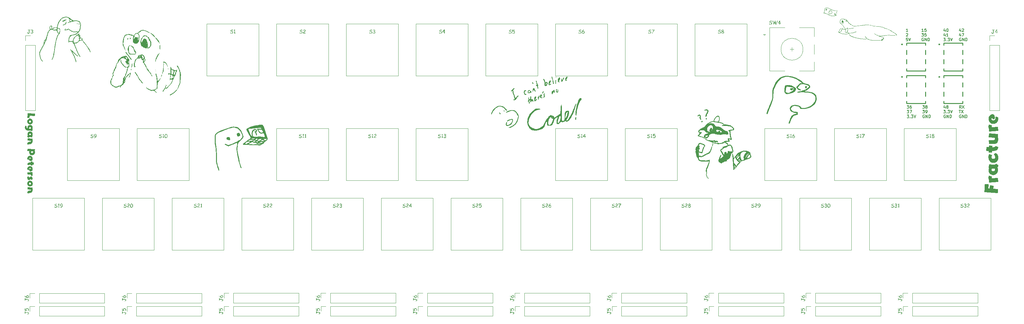
<source format=gbr>
%TF.GenerationSoftware,KiCad,Pcbnew,9.0.2*%
%TF.CreationDate,2025-12-30T22:19:12-05:00*%
%TF.ProjectId,Fracture,46726163-7475-4726-952e-6b696361645f,rev?*%
%TF.SameCoordinates,Original*%
%TF.FileFunction,Legend,Top*%
%TF.FilePolarity,Positive*%
%FSLAX46Y46*%
G04 Gerber Fmt 4.6, Leading zero omitted, Abs format (unit mm)*
G04 Created by KiCad (PCBNEW 9.0.2) date 2025-12-30 22:19:12*
%MOMM*%
%LPD*%
G01*
G04 APERTURE LIST*
%ADD10C,0.200000*%
%ADD11C,0.300000*%
%ADD12C,0.150000*%
%ADD13C,0.000000*%
%ADD14C,0.100000*%
%ADD15C,0.120000*%
%ADD16C,0.250000*%
G04 APERTURE END LIST*
D10*
X266914911Y-53532451D02*
X266914911Y-54065785D01*
X266724435Y-53227690D02*
X266533958Y-53799118D01*
X266533958Y-53799118D02*
X267029197Y-53799118D01*
X267448244Y-53608642D02*
X267372054Y-53570547D01*
X267372054Y-53570547D02*
X267333959Y-53532451D01*
X267333959Y-53532451D02*
X267295863Y-53456261D01*
X267295863Y-53456261D02*
X267295863Y-53418166D01*
X267295863Y-53418166D02*
X267333959Y-53341975D01*
X267333959Y-53341975D02*
X267372054Y-53303880D01*
X267372054Y-53303880D02*
X267448244Y-53265785D01*
X267448244Y-53265785D02*
X267600625Y-53265785D01*
X267600625Y-53265785D02*
X267676816Y-53303880D01*
X267676816Y-53303880D02*
X267714911Y-53341975D01*
X267714911Y-53341975D02*
X267753006Y-53418166D01*
X267753006Y-53418166D02*
X267753006Y-53456261D01*
X267753006Y-53456261D02*
X267714911Y-53532451D01*
X267714911Y-53532451D02*
X267676816Y-53570547D01*
X267676816Y-53570547D02*
X267600625Y-53608642D01*
X267600625Y-53608642D02*
X267448244Y-53608642D01*
X267448244Y-53608642D02*
X267372054Y-53646737D01*
X267372054Y-53646737D02*
X267333959Y-53684832D01*
X267333959Y-53684832D02*
X267295863Y-53761023D01*
X267295863Y-53761023D02*
X267295863Y-53913404D01*
X267295863Y-53913404D02*
X267333959Y-53989594D01*
X267333959Y-53989594D02*
X267372054Y-54027690D01*
X267372054Y-54027690D02*
X267448244Y-54065785D01*
X267448244Y-54065785D02*
X267600625Y-54065785D01*
X267600625Y-54065785D02*
X267676816Y-54027690D01*
X267676816Y-54027690D02*
X267714911Y-53989594D01*
X267714911Y-53989594D02*
X267753006Y-53913404D01*
X267753006Y-53913404D02*
X267753006Y-53761023D01*
X267753006Y-53761023D02*
X267714911Y-53684832D01*
X267714911Y-53684832D02*
X267676816Y-53646737D01*
X267676816Y-53646737D02*
X267600625Y-53608642D01*
X266495863Y-54553740D02*
X266991101Y-54553740D01*
X266991101Y-54553740D02*
X266724435Y-54858502D01*
X266724435Y-54858502D02*
X266838720Y-54858502D01*
X266838720Y-54858502D02*
X266914911Y-54896597D01*
X266914911Y-54896597D02*
X266953006Y-54934692D01*
X266953006Y-54934692D02*
X266991101Y-55010883D01*
X266991101Y-55010883D02*
X266991101Y-55201359D01*
X266991101Y-55201359D02*
X266953006Y-55277549D01*
X266953006Y-55277549D02*
X266914911Y-55315645D01*
X266914911Y-55315645D02*
X266838720Y-55353740D01*
X266838720Y-55353740D02*
X266610149Y-55353740D01*
X266610149Y-55353740D02*
X266533958Y-55315645D01*
X266533958Y-55315645D02*
X266495863Y-55277549D01*
X267333959Y-55277549D02*
X267372054Y-55315645D01*
X267372054Y-55315645D02*
X267333959Y-55353740D01*
X267333959Y-55353740D02*
X267295863Y-55315645D01*
X267295863Y-55315645D02*
X267333959Y-55277549D01*
X267333959Y-55277549D02*
X267333959Y-55353740D01*
X267638720Y-54553740D02*
X268133958Y-54553740D01*
X268133958Y-54553740D02*
X267867292Y-54858502D01*
X267867292Y-54858502D02*
X267981577Y-54858502D01*
X267981577Y-54858502D02*
X268057768Y-54896597D01*
X268057768Y-54896597D02*
X268095863Y-54934692D01*
X268095863Y-54934692D02*
X268133958Y-55010883D01*
X268133958Y-55010883D02*
X268133958Y-55201359D01*
X268133958Y-55201359D02*
X268095863Y-55277549D01*
X268095863Y-55277549D02*
X268057768Y-55315645D01*
X268057768Y-55315645D02*
X267981577Y-55353740D01*
X267981577Y-55353740D02*
X267753006Y-55353740D01*
X267753006Y-55353740D02*
X267676815Y-55315645D01*
X267676815Y-55315645D02*
X267638720Y-55277549D01*
X268362530Y-54553740D02*
X268629197Y-55353740D01*
X268629197Y-55353740D02*
X268895863Y-54553740D01*
X266991101Y-55879790D02*
X266914911Y-55841695D01*
X266914911Y-55841695D02*
X266800625Y-55841695D01*
X266800625Y-55841695D02*
X266686339Y-55879790D01*
X266686339Y-55879790D02*
X266610149Y-55955980D01*
X266610149Y-55955980D02*
X266572054Y-56032171D01*
X266572054Y-56032171D02*
X266533958Y-56184552D01*
X266533958Y-56184552D02*
X266533958Y-56298838D01*
X266533958Y-56298838D02*
X266572054Y-56451219D01*
X266572054Y-56451219D02*
X266610149Y-56527409D01*
X266610149Y-56527409D02*
X266686339Y-56603600D01*
X266686339Y-56603600D02*
X266800625Y-56641695D01*
X266800625Y-56641695D02*
X266876816Y-56641695D01*
X266876816Y-56641695D02*
X266991101Y-56603600D01*
X266991101Y-56603600D02*
X267029197Y-56565504D01*
X267029197Y-56565504D02*
X267029197Y-56298838D01*
X267029197Y-56298838D02*
X266876816Y-56298838D01*
X267372054Y-56641695D02*
X267372054Y-55841695D01*
X267372054Y-55841695D02*
X267829197Y-56641695D01*
X267829197Y-56641695D02*
X267829197Y-55841695D01*
X268210149Y-56641695D02*
X268210149Y-55841695D01*
X268210149Y-55841695D02*
X268400625Y-55841695D01*
X268400625Y-55841695D02*
X268514911Y-55879790D01*
X268514911Y-55879790D02*
X268591101Y-55955980D01*
X268591101Y-55955980D02*
X268629196Y-56032171D01*
X268629196Y-56032171D02*
X268667292Y-56184552D01*
X268667292Y-56184552D02*
X268667292Y-56298838D01*
X268667292Y-56298838D02*
X268629196Y-56451219D01*
X268629196Y-56451219D02*
X268591101Y-56527409D01*
X268591101Y-56527409D02*
X268514911Y-56603600D01*
X268514911Y-56603600D02*
X268400625Y-56641695D01*
X268400625Y-56641695D02*
X268210149Y-56641695D01*
X271279197Y-54065785D02*
X271012530Y-53684832D01*
X270822054Y-54065785D02*
X270822054Y-53265785D01*
X270822054Y-53265785D02*
X271126816Y-53265785D01*
X271126816Y-53265785D02*
X271203006Y-53303880D01*
X271203006Y-53303880D02*
X271241101Y-53341975D01*
X271241101Y-53341975D02*
X271279197Y-53418166D01*
X271279197Y-53418166D02*
X271279197Y-53532451D01*
X271279197Y-53532451D02*
X271241101Y-53608642D01*
X271241101Y-53608642D02*
X271203006Y-53646737D01*
X271203006Y-53646737D02*
X271126816Y-53684832D01*
X271126816Y-53684832D02*
X270822054Y-53684832D01*
X271545863Y-53265785D02*
X272079197Y-54065785D01*
X272079197Y-53265785D02*
X271545863Y-54065785D01*
X270707768Y-54553740D02*
X271164911Y-54553740D01*
X270936339Y-55353740D02*
X270936339Y-54553740D01*
X271355387Y-54553740D02*
X271888721Y-55353740D01*
X271888721Y-54553740D02*
X271355387Y-55353740D01*
X271241101Y-55879790D02*
X271164911Y-55841695D01*
X271164911Y-55841695D02*
X271050625Y-55841695D01*
X271050625Y-55841695D02*
X270936339Y-55879790D01*
X270936339Y-55879790D02*
X270860149Y-55955980D01*
X270860149Y-55955980D02*
X270822054Y-56032171D01*
X270822054Y-56032171D02*
X270783958Y-56184552D01*
X270783958Y-56184552D02*
X270783958Y-56298838D01*
X270783958Y-56298838D02*
X270822054Y-56451219D01*
X270822054Y-56451219D02*
X270860149Y-56527409D01*
X270860149Y-56527409D02*
X270936339Y-56603600D01*
X270936339Y-56603600D02*
X271050625Y-56641695D01*
X271050625Y-56641695D02*
X271126816Y-56641695D01*
X271126816Y-56641695D02*
X271241101Y-56603600D01*
X271241101Y-56603600D02*
X271279197Y-56565504D01*
X271279197Y-56565504D02*
X271279197Y-56298838D01*
X271279197Y-56298838D02*
X271126816Y-56298838D01*
X271622054Y-56641695D02*
X271622054Y-55841695D01*
X271622054Y-55841695D02*
X272079197Y-56641695D01*
X272079197Y-56641695D02*
X272079197Y-55841695D01*
X272460149Y-56641695D02*
X272460149Y-55841695D01*
X272460149Y-55841695D02*
X272650625Y-55841695D01*
X272650625Y-55841695D02*
X272764911Y-55879790D01*
X272764911Y-55879790D02*
X272841101Y-55955980D01*
X272841101Y-55955980D02*
X272879196Y-56032171D01*
X272879196Y-56032171D02*
X272917292Y-56184552D01*
X272917292Y-56184552D02*
X272917292Y-56298838D01*
X272917292Y-56298838D02*
X272879196Y-56451219D01*
X272879196Y-56451219D02*
X272841101Y-56527409D01*
X272841101Y-56527409D02*
X272764911Y-56603600D01*
X272764911Y-56603600D02*
X272650625Y-56641695D01*
X272650625Y-56641695D02*
X272460149Y-56641695D01*
X256495863Y-53265785D02*
X256991101Y-53265785D01*
X256991101Y-53265785D02*
X256724435Y-53570547D01*
X256724435Y-53570547D02*
X256838720Y-53570547D01*
X256838720Y-53570547D02*
X256914911Y-53608642D01*
X256914911Y-53608642D02*
X256953006Y-53646737D01*
X256953006Y-53646737D02*
X256991101Y-53722928D01*
X256991101Y-53722928D02*
X256991101Y-53913404D01*
X256991101Y-53913404D02*
X256953006Y-53989594D01*
X256953006Y-53989594D02*
X256914911Y-54027690D01*
X256914911Y-54027690D02*
X256838720Y-54065785D01*
X256838720Y-54065785D02*
X256610149Y-54065785D01*
X256610149Y-54065785D02*
X256533958Y-54027690D01*
X256533958Y-54027690D02*
X256495863Y-53989594D01*
X257676816Y-53265785D02*
X257524435Y-53265785D01*
X257524435Y-53265785D02*
X257448244Y-53303880D01*
X257448244Y-53303880D02*
X257410149Y-53341975D01*
X257410149Y-53341975D02*
X257333959Y-53456261D01*
X257333959Y-53456261D02*
X257295863Y-53608642D01*
X257295863Y-53608642D02*
X257295863Y-53913404D01*
X257295863Y-53913404D02*
X257333959Y-53989594D01*
X257333959Y-53989594D02*
X257372054Y-54027690D01*
X257372054Y-54027690D02*
X257448244Y-54065785D01*
X257448244Y-54065785D02*
X257600625Y-54065785D01*
X257600625Y-54065785D02*
X257676816Y-54027690D01*
X257676816Y-54027690D02*
X257714911Y-53989594D01*
X257714911Y-53989594D02*
X257753006Y-53913404D01*
X257753006Y-53913404D02*
X257753006Y-53722928D01*
X257753006Y-53722928D02*
X257714911Y-53646737D01*
X257714911Y-53646737D02*
X257676816Y-53608642D01*
X257676816Y-53608642D02*
X257600625Y-53570547D01*
X257600625Y-53570547D02*
X257448244Y-53570547D01*
X257448244Y-53570547D02*
X257372054Y-53608642D01*
X257372054Y-53608642D02*
X257333959Y-53646737D01*
X257333959Y-53646737D02*
X257295863Y-53722928D01*
X256495863Y-54553740D02*
X256991101Y-54553740D01*
X256991101Y-54553740D02*
X256724435Y-54858502D01*
X256724435Y-54858502D02*
X256838720Y-54858502D01*
X256838720Y-54858502D02*
X256914911Y-54896597D01*
X256914911Y-54896597D02*
X256953006Y-54934692D01*
X256953006Y-54934692D02*
X256991101Y-55010883D01*
X256991101Y-55010883D02*
X256991101Y-55201359D01*
X256991101Y-55201359D02*
X256953006Y-55277549D01*
X256953006Y-55277549D02*
X256914911Y-55315645D01*
X256914911Y-55315645D02*
X256838720Y-55353740D01*
X256838720Y-55353740D02*
X256610149Y-55353740D01*
X256610149Y-55353740D02*
X256533958Y-55315645D01*
X256533958Y-55315645D02*
X256495863Y-55277549D01*
X257257768Y-54553740D02*
X257791102Y-54553740D01*
X257791102Y-54553740D02*
X257448244Y-55353740D01*
X256495863Y-55841695D02*
X256991101Y-55841695D01*
X256991101Y-55841695D02*
X256724435Y-56146457D01*
X256724435Y-56146457D02*
X256838720Y-56146457D01*
X256838720Y-56146457D02*
X256914911Y-56184552D01*
X256914911Y-56184552D02*
X256953006Y-56222647D01*
X256953006Y-56222647D02*
X256991101Y-56298838D01*
X256991101Y-56298838D02*
X256991101Y-56489314D01*
X256991101Y-56489314D02*
X256953006Y-56565504D01*
X256953006Y-56565504D02*
X256914911Y-56603600D01*
X256914911Y-56603600D02*
X256838720Y-56641695D01*
X256838720Y-56641695D02*
X256610149Y-56641695D01*
X256610149Y-56641695D02*
X256533958Y-56603600D01*
X256533958Y-56603600D02*
X256495863Y-56565504D01*
X257333959Y-56565504D02*
X257372054Y-56603600D01*
X257372054Y-56603600D02*
X257333959Y-56641695D01*
X257333959Y-56641695D02*
X257295863Y-56603600D01*
X257295863Y-56603600D02*
X257333959Y-56565504D01*
X257333959Y-56565504D02*
X257333959Y-56641695D01*
X257638720Y-55841695D02*
X258133958Y-55841695D01*
X258133958Y-55841695D02*
X257867292Y-56146457D01*
X257867292Y-56146457D02*
X257981577Y-56146457D01*
X257981577Y-56146457D02*
X258057768Y-56184552D01*
X258057768Y-56184552D02*
X258095863Y-56222647D01*
X258095863Y-56222647D02*
X258133958Y-56298838D01*
X258133958Y-56298838D02*
X258133958Y-56489314D01*
X258133958Y-56489314D02*
X258095863Y-56565504D01*
X258095863Y-56565504D02*
X258057768Y-56603600D01*
X258057768Y-56603600D02*
X257981577Y-56641695D01*
X257981577Y-56641695D02*
X257753006Y-56641695D01*
X257753006Y-56641695D02*
X257676815Y-56603600D01*
X257676815Y-56603600D02*
X257638720Y-56565504D01*
X258362530Y-55841695D02*
X258629197Y-56641695D01*
X258629197Y-56641695D02*
X258895863Y-55841695D01*
X260745863Y-53265785D02*
X261241101Y-53265785D01*
X261241101Y-53265785D02*
X260974435Y-53570547D01*
X260974435Y-53570547D02*
X261088720Y-53570547D01*
X261088720Y-53570547D02*
X261164911Y-53608642D01*
X261164911Y-53608642D02*
X261203006Y-53646737D01*
X261203006Y-53646737D02*
X261241101Y-53722928D01*
X261241101Y-53722928D02*
X261241101Y-53913404D01*
X261241101Y-53913404D02*
X261203006Y-53989594D01*
X261203006Y-53989594D02*
X261164911Y-54027690D01*
X261164911Y-54027690D02*
X261088720Y-54065785D01*
X261088720Y-54065785D02*
X260860149Y-54065785D01*
X260860149Y-54065785D02*
X260783958Y-54027690D01*
X260783958Y-54027690D02*
X260745863Y-53989594D01*
X261698244Y-53608642D02*
X261622054Y-53570547D01*
X261622054Y-53570547D02*
X261583959Y-53532451D01*
X261583959Y-53532451D02*
X261545863Y-53456261D01*
X261545863Y-53456261D02*
X261545863Y-53418166D01*
X261545863Y-53418166D02*
X261583959Y-53341975D01*
X261583959Y-53341975D02*
X261622054Y-53303880D01*
X261622054Y-53303880D02*
X261698244Y-53265785D01*
X261698244Y-53265785D02*
X261850625Y-53265785D01*
X261850625Y-53265785D02*
X261926816Y-53303880D01*
X261926816Y-53303880D02*
X261964911Y-53341975D01*
X261964911Y-53341975D02*
X262003006Y-53418166D01*
X262003006Y-53418166D02*
X262003006Y-53456261D01*
X262003006Y-53456261D02*
X261964911Y-53532451D01*
X261964911Y-53532451D02*
X261926816Y-53570547D01*
X261926816Y-53570547D02*
X261850625Y-53608642D01*
X261850625Y-53608642D02*
X261698244Y-53608642D01*
X261698244Y-53608642D02*
X261622054Y-53646737D01*
X261622054Y-53646737D02*
X261583959Y-53684832D01*
X261583959Y-53684832D02*
X261545863Y-53761023D01*
X261545863Y-53761023D02*
X261545863Y-53913404D01*
X261545863Y-53913404D02*
X261583959Y-53989594D01*
X261583959Y-53989594D02*
X261622054Y-54027690D01*
X261622054Y-54027690D02*
X261698244Y-54065785D01*
X261698244Y-54065785D02*
X261850625Y-54065785D01*
X261850625Y-54065785D02*
X261926816Y-54027690D01*
X261926816Y-54027690D02*
X261964911Y-53989594D01*
X261964911Y-53989594D02*
X262003006Y-53913404D01*
X262003006Y-53913404D02*
X262003006Y-53761023D01*
X262003006Y-53761023D02*
X261964911Y-53684832D01*
X261964911Y-53684832D02*
X261926816Y-53646737D01*
X261926816Y-53646737D02*
X261850625Y-53608642D01*
X260745863Y-54553740D02*
X261241101Y-54553740D01*
X261241101Y-54553740D02*
X260974435Y-54858502D01*
X260974435Y-54858502D02*
X261088720Y-54858502D01*
X261088720Y-54858502D02*
X261164911Y-54896597D01*
X261164911Y-54896597D02*
X261203006Y-54934692D01*
X261203006Y-54934692D02*
X261241101Y-55010883D01*
X261241101Y-55010883D02*
X261241101Y-55201359D01*
X261241101Y-55201359D02*
X261203006Y-55277549D01*
X261203006Y-55277549D02*
X261164911Y-55315645D01*
X261164911Y-55315645D02*
X261088720Y-55353740D01*
X261088720Y-55353740D02*
X260860149Y-55353740D01*
X260860149Y-55353740D02*
X260783958Y-55315645D01*
X260783958Y-55315645D02*
X260745863Y-55277549D01*
X261622054Y-55353740D02*
X261774435Y-55353740D01*
X261774435Y-55353740D02*
X261850625Y-55315645D01*
X261850625Y-55315645D02*
X261888721Y-55277549D01*
X261888721Y-55277549D02*
X261964911Y-55163264D01*
X261964911Y-55163264D02*
X262003006Y-55010883D01*
X262003006Y-55010883D02*
X262003006Y-54706121D01*
X262003006Y-54706121D02*
X261964911Y-54629930D01*
X261964911Y-54629930D02*
X261926816Y-54591835D01*
X261926816Y-54591835D02*
X261850625Y-54553740D01*
X261850625Y-54553740D02*
X261698244Y-54553740D01*
X261698244Y-54553740D02*
X261622054Y-54591835D01*
X261622054Y-54591835D02*
X261583959Y-54629930D01*
X261583959Y-54629930D02*
X261545863Y-54706121D01*
X261545863Y-54706121D02*
X261545863Y-54896597D01*
X261545863Y-54896597D02*
X261583959Y-54972787D01*
X261583959Y-54972787D02*
X261622054Y-55010883D01*
X261622054Y-55010883D02*
X261698244Y-55048978D01*
X261698244Y-55048978D02*
X261850625Y-55048978D01*
X261850625Y-55048978D02*
X261926816Y-55010883D01*
X261926816Y-55010883D02*
X261964911Y-54972787D01*
X261964911Y-54972787D02*
X262003006Y-54896597D01*
X261241101Y-55879790D02*
X261164911Y-55841695D01*
X261164911Y-55841695D02*
X261050625Y-55841695D01*
X261050625Y-55841695D02*
X260936339Y-55879790D01*
X260936339Y-55879790D02*
X260860149Y-55955980D01*
X260860149Y-55955980D02*
X260822054Y-56032171D01*
X260822054Y-56032171D02*
X260783958Y-56184552D01*
X260783958Y-56184552D02*
X260783958Y-56298838D01*
X260783958Y-56298838D02*
X260822054Y-56451219D01*
X260822054Y-56451219D02*
X260860149Y-56527409D01*
X260860149Y-56527409D02*
X260936339Y-56603600D01*
X260936339Y-56603600D02*
X261050625Y-56641695D01*
X261050625Y-56641695D02*
X261126816Y-56641695D01*
X261126816Y-56641695D02*
X261241101Y-56603600D01*
X261241101Y-56603600D02*
X261279197Y-56565504D01*
X261279197Y-56565504D02*
X261279197Y-56298838D01*
X261279197Y-56298838D02*
X261126816Y-56298838D01*
X261622054Y-56641695D02*
X261622054Y-55841695D01*
X261622054Y-55841695D02*
X262079197Y-56641695D01*
X262079197Y-56641695D02*
X262079197Y-55841695D01*
X262460149Y-56641695D02*
X262460149Y-55841695D01*
X262460149Y-55841695D02*
X262650625Y-55841695D01*
X262650625Y-55841695D02*
X262764911Y-55879790D01*
X262764911Y-55879790D02*
X262841101Y-55955980D01*
X262841101Y-55955980D02*
X262879196Y-56032171D01*
X262879196Y-56032171D02*
X262917292Y-56184552D01*
X262917292Y-56184552D02*
X262917292Y-56298838D01*
X262917292Y-56298838D02*
X262879196Y-56451219D01*
X262879196Y-56451219D02*
X262841101Y-56527409D01*
X262841101Y-56527409D02*
X262764911Y-56603600D01*
X262764911Y-56603600D02*
X262650625Y-56641695D01*
X262650625Y-56641695D02*
X262460149Y-56641695D01*
X266914911Y-32532451D02*
X266914911Y-33065785D01*
X266724435Y-32227690D02*
X266533958Y-32799118D01*
X266533958Y-32799118D02*
X267029197Y-32799118D01*
X267486340Y-32265785D02*
X267562530Y-32265785D01*
X267562530Y-32265785D02*
X267638721Y-32303880D01*
X267638721Y-32303880D02*
X267676816Y-32341975D01*
X267676816Y-32341975D02*
X267714911Y-32418166D01*
X267714911Y-32418166D02*
X267753006Y-32570547D01*
X267753006Y-32570547D02*
X267753006Y-32761023D01*
X267753006Y-32761023D02*
X267714911Y-32913404D01*
X267714911Y-32913404D02*
X267676816Y-32989594D01*
X267676816Y-32989594D02*
X267638721Y-33027690D01*
X267638721Y-33027690D02*
X267562530Y-33065785D01*
X267562530Y-33065785D02*
X267486340Y-33065785D01*
X267486340Y-33065785D02*
X267410149Y-33027690D01*
X267410149Y-33027690D02*
X267372054Y-32989594D01*
X267372054Y-32989594D02*
X267333959Y-32913404D01*
X267333959Y-32913404D02*
X267295863Y-32761023D01*
X267295863Y-32761023D02*
X267295863Y-32570547D01*
X267295863Y-32570547D02*
X267333959Y-32418166D01*
X267333959Y-32418166D02*
X267372054Y-32341975D01*
X267372054Y-32341975D02*
X267410149Y-32303880D01*
X267410149Y-32303880D02*
X267486340Y-32265785D01*
X266914911Y-33820406D02*
X266914911Y-34353740D01*
X266724435Y-33515645D02*
X266533958Y-34087073D01*
X266533958Y-34087073D02*
X267029197Y-34087073D01*
X267753006Y-34353740D02*
X267295863Y-34353740D01*
X267524435Y-34353740D02*
X267524435Y-33553740D01*
X267524435Y-33553740D02*
X267448244Y-33668025D01*
X267448244Y-33668025D02*
X267372054Y-33744216D01*
X267372054Y-33744216D02*
X267295863Y-33782311D01*
X266495863Y-34841695D02*
X266991101Y-34841695D01*
X266991101Y-34841695D02*
X266724435Y-35146457D01*
X266724435Y-35146457D02*
X266838720Y-35146457D01*
X266838720Y-35146457D02*
X266914911Y-35184552D01*
X266914911Y-35184552D02*
X266953006Y-35222647D01*
X266953006Y-35222647D02*
X266991101Y-35298838D01*
X266991101Y-35298838D02*
X266991101Y-35489314D01*
X266991101Y-35489314D02*
X266953006Y-35565504D01*
X266953006Y-35565504D02*
X266914911Y-35603600D01*
X266914911Y-35603600D02*
X266838720Y-35641695D01*
X266838720Y-35641695D02*
X266610149Y-35641695D01*
X266610149Y-35641695D02*
X266533958Y-35603600D01*
X266533958Y-35603600D02*
X266495863Y-35565504D01*
X267333959Y-35565504D02*
X267372054Y-35603600D01*
X267372054Y-35603600D02*
X267333959Y-35641695D01*
X267333959Y-35641695D02*
X267295863Y-35603600D01*
X267295863Y-35603600D02*
X267333959Y-35565504D01*
X267333959Y-35565504D02*
X267333959Y-35641695D01*
X267638720Y-34841695D02*
X268133958Y-34841695D01*
X268133958Y-34841695D02*
X267867292Y-35146457D01*
X267867292Y-35146457D02*
X267981577Y-35146457D01*
X267981577Y-35146457D02*
X268057768Y-35184552D01*
X268057768Y-35184552D02*
X268095863Y-35222647D01*
X268095863Y-35222647D02*
X268133958Y-35298838D01*
X268133958Y-35298838D02*
X268133958Y-35489314D01*
X268133958Y-35489314D02*
X268095863Y-35565504D01*
X268095863Y-35565504D02*
X268057768Y-35603600D01*
X268057768Y-35603600D02*
X267981577Y-35641695D01*
X267981577Y-35641695D02*
X267753006Y-35641695D01*
X267753006Y-35641695D02*
X267676815Y-35603600D01*
X267676815Y-35603600D02*
X267638720Y-35565504D01*
X268362530Y-34841695D02*
X268629197Y-35641695D01*
X268629197Y-35641695D02*
X268895863Y-34841695D01*
X271164911Y-32532451D02*
X271164911Y-33065785D01*
X270974435Y-32227690D02*
X270783958Y-32799118D01*
X270783958Y-32799118D02*
X271279197Y-32799118D01*
X271545863Y-32341975D02*
X271583959Y-32303880D01*
X271583959Y-32303880D02*
X271660149Y-32265785D01*
X271660149Y-32265785D02*
X271850625Y-32265785D01*
X271850625Y-32265785D02*
X271926816Y-32303880D01*
X271926816Y-32303880D02*
X271964911Y-32341975D01*
X271964911Y-32341975D02*
X272003006Y-32418166D01*
X272003006Y-32418166D02*
X272003006Y-32494356D01*
X272003006Y-32494356D02*
X271964911Y-32608642D01*
X271964911Y-32608642D02*
X271507768Y-33065785D01*
X271507768Y-33065785D02*
X272003006Y-33065785D01*
X271164911Y-33820406D02*
X271164911Y-34353740D01*
X270974435Y-33515645D02*
X270783958Y-34087073D01*
X270783958Y-34087073D02*
X271279197Y-34087073D01*
X271507768Y-33553740D02*
X272041102Y-33553740D01*
X272041102Y-33553740D02*
X271698244Y-34353740D01*
X271241101Y-34879790D02*
X271164911Y-34841695D01*
X271164911Y-34841695D02*
X271050625Y-34841695D01*
X271050625Y-34841695D02*
X270936339Y-34879790D01*
X270936339Y-34879790D02*
X270860149Y-34955980D01*
X270860149Y-34955980D02*
X270822054Y-35032171D01*
X270822054Y-35032171D02*
X270783958Y-35184552D01*
X270783958Y-35184552D02*
X270783958Y-35298838D01*
X270783958Y-35298838D02*
X270822054Y-35451219D01*
X270822054Y-35451219D02*
X270860149Y-35527409D01*
X270860149Y-35527409D02*
X270936339Y-35603600D01*
X270936339Y-35603600D02*
X271050625Y-35641695D01*
X271050625Y-35641695D02*
X271126816Y-35641695D01*
X271126816Y-35641695D02*
X271241101Y-35603600D01*
X271241101Y-35603600D02*
X271279197Y-35565504D01*
X271279197Y-35565504D02*
X271279197Y-35298838D01*
X271279197Y-35298838D02*
X271126816Y-35298838D01*
X271622054Y-35641695D02*
X271622054Y-34841695D01*
X271622054Y-34841695D02*
X272079197Y-35641695D01*
X272079197Y-35641695D02*
X272079197Y-34841695D01*
X272460149Y-35641695D02*
X272460149Y-34841695D01*
X272460149Y-34841695D02*
X272650625Y-34841695D01*
X272650625Y-34841695D02*
X272764911Y-34879790D01*
X272764911Y-34879790D02*
X272841101Y-34955980D01*
X272841101Y-34955980D02*
X272879196Y-35032171D01*
X272879196Y-35032171D02*
X272917292Y-35184552D01*
X272917292Y-35184552D02*
X272917292Y-35298838D01*
X272917292Y-35298838D02*
X272879196Y-35451219D01*
X272879196Y-35451219D02*
X272841101Y-35527409D01*
X272841101Y-35527409D02*
X272764911Y-35603600D01*
X272764911Y-35603600D02*
X272650625Y-35641695D01*
X272650625Y-35641695D02*
X272460149Y-35641695D01*
X260991101Y-33065785D02*
X260533958Y-33065785D01*
X260762530Y-33065785D02*
X260762530Y-32265785D01*
X260762530Y-32265785D02*
X260686339Y-32380070D01*
X260686339Y-32380070D02*
X260610149Y-32456261D01*
X260610149Y-32456261D02*
X260533958Y-32494356D01*
X261714911Y-32265785D02*
X261333959Y-32265785D01*
X261333959Y-32265785D02*
X261295863Y-32646737D01*
X261295863Y-32646737D02*
X261333959Y-32608642D01*
X261333959Y-32608642D02*
X261410149Y-32570547D01*
X261410149Y-32570547D02*
X261600625Y-32570547D01*
X261600625Y-32570547D02*
X261676816Y-32608642D01*
X261676816Y-32608642D02*
X261714911Y-32646737D01*
X261714911Y-32646737D02*
X261753006Y-32722928D01*
X261753006Y-32722928D02*
X261753006Y-32913404D01*
X261753006Y-32913404D02*
X261714911Y-32989594D01*
X261714911Y-32989594D02*
X261676816Y-33027690D01*
X261676816Y-33027690D02*
X261600625Y-33065785D01*
X261600625Y-33065785D02*
X261410149Y-33065785D01*
X261410149Y-33065785D02*
X261333959Y-33027690D01*
X261333959Y-33027690D02*
X261295863Y-32989594D01*
X260495863Y-33553740D02*
X260991101Y-33553740D01*
X260991101Y-33553740D02*
X260724435Y-33858502D01*
X260724435Y-33858502D02*
X260838720Y-33858502D01*
X260838720Y-33858502D02*
X260914911Y-33896597D01*
X260914911Y-33896597D02*
X260953006Y-33934692D01*
X260953006Y-33934692D02*
X260991101Y-34010883D01*
X260991101Y-34010883D02*
X260991101Y-34201359D01*
X260991101Y-34201359D02*
X260953006Y-34277549D01*
X260953006Y-34277549D02*
X260914911Y-34315645D01*
X260914911Y-34315645D02*
X260838720Y-34353740D01*
X260838720Y-34353740D02*
X260610149Y-34353740D01*
X260610149Y-34353740D02*
X260533958Y-34315645D01*
X260533958Y-34315645D02*
X260495863Y-34277549D01*
X261714911Y-33553740D02*
X261333959Y-33553740D01*
X261333959Y-33553740D02*
X261295863Y-33934692D01*
X261295863Y-33934692D02*
X261333959Y-33896597D01*
X261333959Y-33896597D02*
X261410149Y-33858502D01*
X261410149Y-33858502D02*
X261600625Y-33858502D01*
X261600625Y-33858502D02*
X261676816Y-33896597D01*
X261676816Y-33896597D02*
X261714911Y-33934692D01*
X261714911Y-33934692D02*
X261753006Y-34010883D01*
X261753006Y-34010883D02*
X261753006Y-34201359D01*
X261753006Y-34201359D02*
X261714911Y-34277549D01*
X261714911Y-34277549D02*
X261676816Y-34315645D01*
X261676816Y-34315645D02*
X261600625Y-34353740D01*
X261600625Y-34353740D02*
X261410149Y-34353740D01*
X261410149Y-34353740D02*
X261333959Y-34315645D01*
X261333959Y-34315645D02*
X261295863Y-34277549D01*
X260991101Y-34879790D02*
X260914911Y-34841695D01*
X260914911Y-34841695D02*
X260800625Y-34841695D01*
X260800625Y-34841695D02*
X260686339Y-34879790D01*
X260686339Y-34879790D02*
X260610149Y-34955980D01*
X260610149Y-34955980D02*
X260572054Y-35032171D01*
X260572054Y-35032171D02*
X260533958Y-35184552D01*
X260533958Y-35184552D02*
X260533958Y-35298838D01*
X260533958Y-35298838D02*
X260572054Y-35451219D01*
X260572054Y-35451219D02*
X260610149Y-35527409D01*
X260610149Y-35527409D02*
X260686339Y-35603600D01*
X260686339Y-35603600D02*
X260800625Y-35641695D01*
X260800625Y-35641695D02*
X260876816Y-35641695D01*
X260876816Y-35641695D02*
X260991101Y-35603600D01*
X260991101Y-35603600D02*
X261029197Y-35565504D01*
X261029197Y-35565504D02*
X261029197Y-35298838D01*
X261029197Y-35298838D02*
X260876816Y-35298838D01*
X261372054Y-35641695D02*
X261372054Y-34841695D01*
X261372054Y-34841695D02*
X261829197Y-35641695D01*
X261829197Y-35641695D02*
X261829197Y-34841695D01*
X262210149Y-35641695D02*
X262210149Y-34841695D01*
X262210149Y-34841695D02*
X262400625Y-34841695D01*
X262400625Y-34841695D02*
X262514911Y-34879790D01*
X262514911Y-34879790D02*
X262591101Y-34955980D01*
X262591101Y-34955980D02*
X262629196Y-35032171D01*
X262629196Y-35032171D02*
X262667292Y-35184552D01*
X262667292Y-35184552D02*
X262667292Y-35298838D01*
X262667292Y-35298838D02*
X262629196Y-35451219D01*
X262629196Y-35451219D02*
X262591101Y-35527409D01*
X262591101Y-35527409D02*
X262514911Y-35603600D01*
X262514911Y-35603600D02*
X262400625Y-35641695D01*
X262400625Y-35641695D02*
X262210149Y-35641695D01*
X256741101Y-33065785D02*
X256283958Y-33065785D01*
X256512530Y-33065785D02*
X256512530Y-32265785D01*
X256512530Y-32265785D02*
X256436339Y-32380070D01*
X256436339Y-32380070D02*
X256360149Y-32456261D01*
X256360149Y-32456261D02*
X256283958Y-32494356D01*
X256283958Y-33629930D02*
X256322054Y-33591835D01*
X256322054Y-33591835D02*
X256398244Y-33553740D01*
X256398244Y-33553740D02*
X256588720Y-33553740D01*
X256588720Y-33553740D02*
X256664911Y-33591835D01*
X256664911Y-33591835D02*
X256703006Y-33629930D01*
X256703006Y-33629930D02*
X256741101Y-33706121D01*
X256741101Y-33706121D02*
X256741101Y-33782311D01*
X256741101Y-33782311D02*
X256703006Y-33896597D01*
X256703006Y-33896597D02*
X256245863Y-34353740D01*
X256245863Y-34353740D02*
X256741101Y-34353740D01*
X256703006Y-34841695D02*
X256322054Y-34841695D01*
X256322054Y-34841695D02*
X256283958Y-35222647D01*
X256283958Y-35222647D02*
X256322054Y-35184552D01*
X256322054Y-35184552D02*
X256398244Y-35146457D01*
X256398244Y-35146457D02*
X256588720Y-35146457D01*
X256588720Y-35146457D02*
X256664911Y-35184552D01*
X256664911Y-35184552D02*
X256703006Y-35222647D01*
X256703006Y-35222647D02*
X256741101Y-35298838D01*
X256741101Y-35298838D02*
X256741101Y-35489314D01*
X256741101Y-35489314D02*
X256703006Y-35565504D01*
X256703006Y-35565504D02*
X256664911Y-35603600D01*
X256664911Y-35603600D02*
X256588720Y-35641695D01*
X256588720Y-35641695D02*
X256398244Y-35641695D01*
X256398244Y-35641695D02*
X256322054Y-35603600D01*
X256322054Y-35603600D02*
X256283958Y-35565504D01*
X256969673Y-34841695D02*
X257236340Y-35641695D01*
X257236340Y-35641695D02*
X257503006Y-34841695D01*
D11*
G36*
X16180705Y-56605792D02*
G01*
X16192673Y-56641105D01*
X16226241Y-56665145D01*
X16240224Y-56667982D01*
X16735289Y-56697367D01*
X16773979Y-56684893D01*
X16789686Y-56669659D01*
X16799793Y-56649844D01*
X16802501Y-56635391D01*
X16831673Y-56067984D01*
X18180733Y-56138723D01*
X18220401Y-56126442D01*
X18235646Y-56111742D01*
X18245285Y-56092973D01*
X18247946Y-56079204D01*
X18272522Y-55571957D01*
X18272522Y-55566935D01*
X18260439Y-55530325D01*
X18227156Y-55506945D01*
X18215354Y-55504745D01*
X16304337Y-55404300D01*
X16264629Y-55416580D01*
X16249346Y-55431285D01*
X16239681Y-55450060D01*
X16237018Y-55463819D01*
X16212548Y-55973523D01*
X16212548Y-55983354D01*
X16180705Y-56600769D01*
X16180705Y-56605792D01*
G37*
G36*
X16951296Y-56868543D02*
G01*
X17028951Y-56876979D01*
X17102200Y-56891681D01*
X17171767Y-56912590D01*
X17236785Y-56939243D01*
X17298503Y-56972066D01*
X17355426Y-57010182D01*
X17409083Y-57054660D01*
X17457589Y-57103999D01*
X17502415Y-57159869D01*
X17541647Y-57220109D01*
X17576374Y-57286684D01*
X17605031Y-57357000D01*
X17628160Y-57432785D01*
X17644790Y-57511493D01*
X17655006Y-57594046D01*
X17658420Y-57678521D01*
X17658100Y-57704127D01*
X17652623Y-57785558D01*
X17640710Y-57861969D01*
X17622258Y-57935300D01*
X17598002Y-58003475D01*
X17567064Y-58069158D01*
X17530926Y-58129389D01*
X17487683Y-58187239D01*
X17439931Y-58239175D01*
X17384824Y-58288130D01*
X17326170Y-58330587D01*
X17260931Y-58368678D01*
X17193585Y-58399713D01*
X17122433Y-58424629D01*
X17051148Y-58442232D01*
X16980888Y-58452669D01*
X16912670Y-58456114D01*
X16875318Y-58455117D01*
X16806259Y-58447823D01*
X16740472Y-58433859D01*
X16674783Y-58412470D01*
X16612821Y-58384773D01*
X16550773Y-58348827D01*
X16493102Y-58306994D01*
X16436006Y-58256185D01*
X16384128Y-58200198D01*
X16334538Y-58135595D01*
X16291090Y-58067083D01*
X16252414Y-57992569D01*
X16220633Y-57916104D01*
X16195807Y-57838699D01*
X16178120Y-57761701D01*
X16170185Y-57678521D01*
X16639438Y-57678521D01*
X16646575Y-57742370D01*
X16659532Y-57781498D01*
X16678239Y-57815772D01*
X16704365Y-57847727D01*
X16735569Y-57874131D01*
X16774979Y-57897054D01*
X16818249Y-57913457D01*
X16867194Y-57923938D01*
X16917585Y-57927390D01*
X16951958Y-57925771D01*
X17031984Y-57909686D01*
X17100697Y-57876695D01*
X17152207Y-57827865D01*
X17185765Y-57761117D01*
X17195020Y-57719358D01*
X17198297Y-57671148D01*
X17192283Y-57608634D01*
X17180072Y-57567003D01*
X17162255Y-57531117D01*
X17136364Y-57496902D01*
X17105719Y-57469159D01*
X17063910Y-57443407D01*
X17019386Y-57425612D01*
X16966792Y-57413654D01*
X16917585Y-57409992D01*
X16832891Y-57421974D01*
X16791179Y-57438086D01*
X16753817Y-57460012D01*
X16720159Y-57487960D01*
X16691853Y-57520495D01*
X16652663Y-57596348D01*
X16639438Y-57678521D01*
X16170185Y-57678521D01*
X16164569Y-57619644D01*
X16165261Y-57585873D01*
X16171802Y-57510850D01*
X16185061Y-57437665D01*
X16204835Y-57366703D01*
X16230881Y-57298523D01*
X16300080Y-57173542D01*
X16389313Y-57066820D01*
X16495198Y-56981179D01*
X16614888Y-56918401D01*
X16746325Y-56879750D01*
X16815806Y-56869884D01*
X16888200Y-56866521D01*
X16951296Y-56868543D01*
G37*
G36*
X16977793Y-58595570D02*
G01*
X17115351Y-58608996D01*
X17243019Y-58646235D01*
X17355167Y-58704463D01*
X17449771Y-58781749D01*
X17526163Y-58877643D01*
X17557180Y-58932566D01*
X17583552Y-58993152D01*
X17604620Y-59058846D01*
X17620236Y-59130429D01*
X17629965Y-59208269D01*
X17633308Y-59292371D01*
X17632301Y-59335870D01*
X17612171Y-59487905D01*
X17570904Y-59615932D01*
X17576913Y-59618054D01*
X17596686Y-59639457D01*
X17601465Y-59669681D01*
X17601465Y-59681969D01*
X17572080Y-60140276D01*
X17568346Y-60159289D01*
X17557475Y-60179270D01*
X17541107Y-60194318D01*
X17497601Y-60207168D01*
X17450840Y-60206641D01*
X16874845Y-60193773D01*
X16526754Y-60168453D01*
X16254863Y-60128628D01*
X16127077Y-60096528D01*
X16048028Y-60068161D01*
X15975179Y-60034883D01*
X15907395Y-59996394D01*
X15845726Y-59953521D01*
X15788505Y-59905196D01*
X15737456Y-59852970D01*
X15690659Y-59794805D01*
X15650222Y-59733238D01*
X15614353Y-59665263D01*
X15585126Y-59594488D01*
X15561253Y-59517278D01*
X15544318Y-59438081D01*
X15533736Y-59353375D01*
X15530271Y-59267794D01*
X15532219Y-59201349D01*
X15540991Y-59111465D01*
X15556593Y-59022763D01*
X15606993Y-58852658D01*
X15609289Y-58846951D01*
X15629610Y-58828035D01*
X15656788Y-58823379D01*
X15696966Y-58828401D01*
X15924250Y-58906941D01*
X15924739Y-58907093D01*
X15946401Y-58917903D01*
X15962303Y-58933770D01*
X15975541Y-58973833D01*
X15974196Y-58982371D01*
X15973083Y-58989006D01*
X15963672Y-59029381D01*
X15952298Y-59101195D01*
X15948720Y-59167349D01*
X15957369Y-59258697D01*
X15970565Y-59307373D01*
X15989494Y-59351680D01*
X16014862Y-59393045D01*
X16045873Y-59430011D01*
X16085428Y-59465161D01*
X16130966Y-59495516D01*
X16188526Y-59523970D01*
X16252726Y-59546903D01*
X16227916Y-59447178D01*
X16225568Y-59422202D01*
X16650979Y-59422202D01*
X16651717Y-59439784D01*
X16659638Y-59487357D01*
X16674656Y-59534606D01*
X16708895Y-59596698D01*
X16715413Y-59607490D01*
X17027861Y-59614757D01*
X17092455Y-59597973D01*
X17123128Y-59579567D01*
X17148778Y-59555790D01*
X17170729Y-59525059D01*
X17186674Y-59490028D01*
X17196817Y-59449961D01*
X17200220Y-59407455D01*
X17194716Y-59353527D01*
X17182839Y-59314878D01*
X17165037Y-59280594D01*
X17140341Y-59249029D01*
X17110490Y-59222629D01*
X17074062Y-59200393D01*
X17033678Y-59184246D01*
X16989197Y-59174163D01*
X16942590Y-59170769D01*
X16913269Y-59171914D01*
X16824567Y-59188746D01*
X16751449Y-59222779D01*
X16697851Y-59271682D01*
X16663603Y-59336647D01*
X16654267Y-59376576D01*
X16650979Y-59422202D01*
X16225568Y-59422202D01*
X16215433Y-59314384D01*
X16216018Y-59285786D01*
X16222365Y-59216145D01*
X16235515Y-59147927D01*
X16255415Y-59081107D01*
X16281767Y-59016655D01*
X16352687Y-58897026D01*
X16445329Y-58793480D01*
X16556458Y-58709418D01*
X16683122Y-58647251D01*
X16822975Y-58608765D01*
X16897043Y-58598922D01*
X16974326Y-58595562D01*
X16977793Y-58595570D01*
G37*
G36*
X16948112Y-60384353D02*
G01*
X17087582Y-60403463D01*
X17224728Y-60448699D01*
X17347932Y-60515561D01*
X17451653Y-60599841D01*
X17533946Y-60698853D01*
X17594201Y-60811585D01*
X17631683Y-60938422D01*
X17641400Y-61007372D01*
X17644742Y-61080717D01*
X17643779Y-61121063D01*
X17636175Y-61202123D01*
X17621759Y-61280015D01*
X17576888Y-61417849D01*
X17586790Y-61429058D01*
X17597173Y-61453616D01*
X17600610Y-61484955D01*
X17600610Y-61497243D01*
X17563852Y-61921355D01*
X17560606Y-61944021D01*
X17551435Y-61970147D01*
X17538263Y-61988172D01*
X17517056Y-62001488D01*
X17494288Y-62005344D01*
X17481786Y-62005344D01*
X17442123Y-61999238D01*
X17079838Y-61948758D01*
X16885422Y-61936743D01*
X16798026Y-61940582D01*
X16699359Y-61960108D01*
X16635388Y-61993033D01*
X16595307Y-62040180D01*
X16567803Y-62081902D01*
X16540810Y-62093501D01*
X16517195Y-62085807D01*
X16220776Y-61933858D01*
X16210021Y-61927844D01*
X16168448Y-61892416D01*
X16158536Y-61873357D01*
X16155166Y-61852433D01*
X16157603Y-61833741D01*
X16189089Y-61729363D01*
X16242563Y-61621093D01*
X16308825Y-61533360D01*
X16270238Y-61447784D01*
X16245519Y-61373785D01*
X16228083Y-61299542D01*
X16217508Y-61223883D01*
X16216774Y-61208090D01*
X16666794Y-61208090D01*
X16671437Y-61265138D01*
X16699599Y-61361215D01*
X16904976Y-61349247D01*
X17106614Y-61356407D01*
X17138148Y-61329893D01*
X17158788Y-61301212D01*
X17174388Y-61267360D01*
X17187077Y-61193344D01*
X17181390Y-61142914D01*
X17168540Y-61104844D01*
X17149336Y-61070902D01*
X17121587Y-61038022D01*
X17088454Y-61010523D01*
X17048208Y-60987042D01*
X17004915Y-60970131D01*
X16917158Y-60956657D01*
X16846433Y-60965631D01*
X16772507Y-60998425D01*
X16715958Y-61051420D01*
X16679726Y-61121723D01*
X16670120Y-61162918D01*
X16666794Y-61208090D01*
X16216774Y-61208090D01*
X16214044Y-61149319D01*
X16214501Y-61122274D01*
X16220596Y-61047122D01*
X16233525Y-60973834D01*
X16253379Y-60901509D01*
X16279619Y-60832021D01*
X16312112Y-60765412D01*
X16350345Y-60702601D01*
X16441752Y-60591051D01*
X16549042Y-60501538D01*
X16667562Y-60436531D01*
X16793555Y-60397149D01*
X16924424Y-60383908D01*
X16948112Y-60384353D01*
G37*
G36*
X16876339Y-63852568D02*
G01*
X16952029Y-63849192D01*
X17024628Y-63839234D01*
X17094152Y-63822907D01*
X17160288Y-63800486D01*
X17282812Y-63737768D01*
X17391258Y-63652055D01*
X17484075Y-63544132D01*
X17559074Y-63414998D01*
X17613606Y-63266251D01*
X17644889Y-63100321D01*
X17651581Y-62974531D01*
X17637903Y-62789778D01*
X17622089Y-62699910D01*
X17636835Y-62425824D01*
X17636835Y-62420802D01*
X17624783Y-62389625D01*
X17609457Y-62376591D01*
X17590235Y-62369226D01*
X17584582Y-62368442D01*
X16310535Y-62302298D01*
X16273617Y-62314796D01*
X16261001Y-62329295D01*
X16253993Y-62348071D01*
X16253153Y-62354444D01*
X16228576Y-62844593D01*
X16228576Y-62849509D01*
X16240404Y-62880452D01*
X16255210Y-62892986D01*
X16273264Y-62899192D01*
X16278478Y-62899518D01*
X17164316Y-62945893D01*
X17157866Y-63000039D01*
X17144368Y-63050127D01*
X17126006Y-63091056D01*
X17101415Y-63127935D01*
X17072593Y-63158371D01*
X17037872Y-63184639D01*
X16951474Y-63222963D01*
X16836451Y-63241811D01*
X16793098Y-63243060D01*
X16709750Y-63243060D01*
X16641701Y-63246364D01*
X16578818Y-63255814D01*
X16463997Y-63292069D01*
X16363438Y-63349815D01*
X16276702Y-63427677D01*
X16205639Y-63522704D01*
X16156034Y-63623656D01*
X16140420Y-63682560D01*
X16144095Y-63709753D01*
X16156145Y-63738384D01*
X16167989Y-63755650D01*
X16347935Y-63999603D01*
X16362354Y-64014306D01*
X16378917Y-64022365D01*
X16391318Y-64024073D01*
X16424975Y-64013127D01*
X16457569Y-63983681D01*
X16497191Y-63945860D01*
X16538936Y-63915404D01*
X16628726Y-63874433D01*
X16736051Y-63854800D01*
X16795555Y-63852568D01*
X16876339Y-63852568D01*
G37*
G36*
X18210760Y-65225992D02*
G01*
X18216704Y-65226417D01*
X18234292Y-65232796D01*
X18248721Y-65245486D01*
X18260555Y-65278458D01*
X18260555Y-65283480D01*
X18238542Y-65731315D01*
X18274302Y-65874056D01*
X18287589Y-66023246D01*
X18279823Y-66142448D01*
X18265992Y-66221326D01*
X18245541Y-66298102D01*
X18218657Y-66372480D01*
X18185646Y-66443790D01*
X18103217Y-66574080D01*
X18002094Y-66684685D01*
X17886127Y-66772787D01*
X17758553Y-66836810D01*
X17621712Y-66875854D01*
X17477085Y-66889102D01*
X17394657Y-66885568D01*
X17246221Y-66859450D01*
X17113513Y-66809606D01*
X16997281Y-66737629D01*
X16945587Y-66693680D01*
X16898337Y-66644537D01*
X16855628Y-66590163D01*
X16817818Y-66530823D01*
X16784886Y-66466127D01*
X16757368Y-66396652D01*
X16735271Y-66321682D01*
X16719160Y-66242099D01*
X16709176Y-66156962D01*
X16705796Y-66067378D01*
X16710801Y-65984030D01*
X17200220Y-65984030D01*
X17211310Y-66071855D01*
X17240692Y-66137853D01*
X17282536Y-66185143D01*
X17331012Y-66216843D01*
X17380290Y-66236071D01*
X17424538Y-66245945D01*
X17474627Y-66250102D01*
X17491973Y-66249621D01*
X17536773Y-66243674D01*
X17578453Y-66231287D01*
X17617490Y-66212430D01*
X17652589Y-66187773D01*
X17684024Y-66157075D01*
X17710622Y-66121310D01*
X17732240Y-66080464D01*
X17748150Y-66035455D01*
X17757966Y-65986835D01*
X17761322Y-65935090D01*
X17747431Y-65825669D01*
X17240291Y-65798955D01*
X17212444Y-65882131D01*
X17200220Y-65984030D01*
X16710801Y-65984030D01*
X16713647Y-65936647D01*
X16746402Y-65774164D01*
X16243536Y-65749801D01*
X16237908Y-65749003D01*
X16218671Y-65741611D01*
X16203335Y-65728583D01*
X16191283Y-65697441D01*
X16191283Y-65692419D01*
X16218211Y-65177800D01*
X16219086Y-65171348D01*
X16226173Y-65152554D01*
X16238846Y-65138033D01*
X16275700Y-65125547D01*
X18210760Y-65225992D01*
G37*
G36*
X16160723Y-67914174D02*
G01*
X16163961Y-67949453D01*
X16172951Y-67978087D01*
X16204469Y-68019504D01*
X16236056Y-68039837D01*
X16459833Y-68126722D01*
X16511959Y-68140603D01*
X16547670Y-68128689D01*
X16572181Y-68095503D01*
X16579065Y-68061209D01*
X16579065Y-68056079D01*
X16576607Y-68002438D01*
X16579930Y-67935512D01*
X16589510Y-67874747D01*
X16604788Y-67819942D01*
X16625174Y-67771025D01*
X16680028Y-67689049D01*
X16751594Y-67627806D01*
X16837386Y-67588076D01*
X16932744Y-67572285D01*
X16943338Y-67572127D01*
X16990709Y-67575448D01*
X17034144Y-67585018D01*
X17073712Y-67600470D01*
X17108428Y-67621112D01*
X17137987Y-67646437D01*
X17161826Y-67675754D01*
X17179385Y-67708108D01*
X17190523Y-67743163D01*
X17194877Y-67784344D01*
X17183124Y-67848652D01*
X17151694Y-67898010D01*
X17110022Y-67927559D01*
X17097852Y-67930416D01*
X17076576Y-67924868D01*
X17061284Y-67899709D01*
X17032456Y-67788511D01*
X17021319Y-67757586D01*
X17002371Y-67738652D01*
X16982554Y-67734335D01*
X16936176Y-67746060D01*
X16731442Y-67810524D01*
X16701150Y-67825898D01*
X16684687Y-67854148D01*
X16682608Y-67875065D01*
X16703686Y-68081711D01*
X16724971Y-68194573D01*
X16752012Y-68294362D01*
X16753882Y-68299925D01*
X16774232Y-68349561D01*
X16798446Y-68390769D01*
X16825048Y-68422942D01*
X16854659Y-68448387D01*
X16922843Y-68481435D01*
X17012046Y-68493335D01*
X17111600Y-68485127D01*
X17188930Y-68469478D01*
X17275947Y-68441344D01*
X17339557Y-68412076D01*
X17402466Y-68373569D01*
X17451638Y-68334479D01*
X17497599Y-68287737D01*
X17534445Y-68239681D01*
X17566998Y-68184694D01*
X17592622Y-68127087D01*
X17613155Y-68062744D01*
X17627487Y-67994078D01*
X17635874Y-67918491D01*
X17637903Y-67855403D01*
X17634550Y-67764943D01*
X17624757Y-67680176D01*
X17608927Y-67601062D01*
X17587457Y-67527510D01*
X17560525Y-67458966D01*
X17528679Y-67395937D01*
X17450407Y-67284456D01*
X17354135Y-67192818D01*
X17241353Y-67121728D01*
X17114314Y-67072854D01*
X16976948Y-67048431D01*
X16916410Y-67045967D01*
X16844999Y-67049386D01*
X16773994Y-67059636D01*
X16704276Y-67076631D01*
X16636158Y-67100391D01*
X16571392Y-67130305D01*
X16509311Y-67166733D01*
X16452028Y-67208420D01*
X16398344Y-67256260D01*
X16350213Y-67308526D01*
X16306432Y-67366569D01*
X16268492Y-67428529D01*
X16235550Y-67495938D01*
X16208581Y-67567142D01*
X16187220Y-67643550D01*
X16172053Y-67723948D01*
X16163120Y-67809392D01*
X16160723Y-67884789D01*
X16160723Y-67914174D01*
G37*
G36*
X16561006Y-69626653D02*
G01*
X16561855Y-69626932D01*
X16581843Y-69631782D01*
X16608326Y-69620097D01*
X16630346Y-69581447D01*
X16633882Y-69573438D01*
X16668751Y-69523711D01*
X16729239Y-69485010D01*
X16825424Y-69456245D01*
X16973892Y-69440157D01*
X17063765Y-69438265D01*
X17056605Y-69596412D01*
X17056605Y-69601434D01*
X17068421Y-69633619D01*
X17100756Y-69652983D01*
X17106187Y-69653794D01*
X17513095Y-69683286D01*
X17549118Y-69671241D01*
X17562675Y-69656846D01*
X17569876Y-69638885D01*
X17570584Y-69630927D01*
X17580094Y-69465406D01*
X17890405Y-69484747D01*
X17917516Y-69481320D01*
X17938796Y-69471006D01*
X17951912Y-69456726D01*
X17960011Y-69437368D01*
X17962533Y-69420313D01*
X17984545Y-68957198D01*
X17984545Y-68947260D01*
X17981368Y-68920923D01*
X17972810Y-68901845D01*
X17944896Y-68880366D01*
X17905471Y-68872782D01*
X17649926Y-68857739D01*
X17614609Y-68855898D01*
X17624226Y-68702346D01*
X17612198Y-68667145D01*
X17579538Y-68646162D01*
X17572080Y-68644964D01*
X17165171Y-68615579D01*
X17130872Y-68627638D01*
X17116785Y-68642623D01*
X17108748Y-68661403D01*
X17107789Y-68667725D01*
X17098172Y-68848418D01*
X16937354Y-68855108D01*
X16795701Y-68868851D01*
X16691911Y-68886033D01*
X16599756Y-68908838D01*
X16527764Y-68933819D01*
X16463756Y-68963660D01*
X16411405Y-68995683D01*
X16365064Y-69032227D01*
X16290899Y-69116722D01*
X16234077Y-69223103D01*
X16191137Y-69362243D01*
X16184231Y-69394774D01*
X16181666Y-69417642D01*
X16185040Y-69439804D01*
X16194977Y-69458709D01*
X16234272Y-69489622D01*
X16254863Y-69499280D01*
X16561006Y-69626653D01*
G37*
G36*
X16160723Y-70730050D02*
G01*
X16163961Y-70765329D01*
X16172951Y-70793963D01*
X16204469Y-70835380D01*
X16236056Y-70855713D01*
X16459833Y-70942598D01*
X16511959Y-70956478D01*
X16547670Y-70944565D01*
X16572181Y-70911378D01*
X16579065Y-70877084D01*
X16579065Y-70871955D01*
X16576607Y-70818313D01*
X16579930Y-70751388D01*
X16589510Y-70690623D01*
X16604788Y-70635818D01*
X16625174Y-70586901D01*
X16680028Y-70504925D01*
X16751594Y-70443682D01*
X16837386Y-70403952D01*
X16932744Y-70388160D01*
X16943338Y-70388003D01*
X16990709Y-70391324D01*
X17034144Y-70400893D01*
X17073712Y-70416346D01*
X17108428Y-70436987D01*
X17137987Y-70462313D01*
X17161826Y-70491630D01*
X17179385Y-70523984D01*
X17190523Y-70559039D01*
X17194877Y-70600220D01*
X17183124Y-70664527D01*
X17151694Y-70713886D01*
X17110022Y-70743435D01*
X17097852Y-70746292D01*
X17076576Y-70740744D01*
X17061284Y-70715584D01*
X17032456Y-70604387D01*
X17021319Y-70573462D01*
X17002371Y-70554528D01*
X16982554Y-70550211D01*
X16936176Y-70561936D01*
X16731442Y-70626400D01*
X16701150Y-70641774D01*
X16684687Y-70670024D01*
X16682608Y-70690941D01*
X16703686Y-70897587D01*
X16724971Y-71010449D01*
X16752012Y-71110238D01*
X16753882Y-71115801D01*
X16774232Y-71165437D01*
X16798446Y-71206645D01*
X16825048Y-71238818D01*
X16854659Y-71264262D01*
X16922843Y-71297310D01*
X17012046Y-71309211D01*
X17111600Y-71301002D01*
X17188930Y-71285354D01*
X17275947Y-71257220D01*
X17339557Y-71227952D01*
X17402466Y-71189445D01*
X17451638Y-71150355D01*
X17497599Y-71103612D01*
X17534445Y-71055557D01*
X17566998Y-71000570D01*
X17592622Y-70942963D01*
X17613155Y-70878620D01*
X17627487Y-70809953D01*
X17635874Y-70734366D01*
X17637903Y-70671279D01*
X17634550Y-70580818D01*
X17624757Y-70496052D01*
X17608927Y-70416938D01*
X17587457Y-70343386D01*
X17560525Y-70274841D01*
X17528679Y-70211813D01*
X17450407Y-70100332D01*
X17354135Y-70008693D01*
X17241353Y-69937604D01*
X17114314Y-69888729D01*
X16976948Y-69864307D01*
X16916410Y-69861843D01*
X16844999Y-69865261D01*
X16773994Y-69875512D01*
X16704276Y-69892507D01*
X16636158Y-69916267D01*
X16571392Y-69946181D01*
X16509311Y-69982609D01*
X16452028Y-70024296D01*
X16398344Y-70072136D01*
X16350213Y-70124402D01*
X16306432Y-70182445D01*
X16268492Y-70244405D01*
X16235550Y-70311814D01*
X16208581Y-70383017D01*
X16187220Y-70459426D01*
X16172053Y-70539823D01*
X16163120Y-70625268D01*
X16160723Y-70700665D01*
X16160723Y-70730050D01*
G37*
G36*
X16218852Y-72150383D02*
G01*
X16230897Y-72183225D01*
X16245552Y-72195651D01*
X16263860Y-72202093D01*
X16271212Y-72202636D01*
X16276234Y-72202636D01*
X17140701Y-72156260D01*
X17154699Y-72260552D01*
X17142190Y-72357411D01*
X17135251Y-72382048D01*
X17135056Y-72382838D01*
X17130229Y-72409937D01*
X17133627Y-72431678D01*
X17143737Y-72450591D01*
X17159186Y-72464501D01*
X17180311Y-72473542D01*
X17184298Y-72474478D01*
X17529872Y-72545538D01*
X17536098Y-72546827D01*
X17562356Y-72550560D01*
X17584822Y-72547029D01*
X17603146Y-72535991D01*
X17624439Y-72496598D01*
X17640420Y-72410324D01*
X17649591Y-72320843D01*
X17651581Y-72255637D01*
X17648133Y-72166317D01*
X17637678Y-72075294D01*
X17620061Y-71982700D01*
X17595109Y-71888546D01*
X17590245Y-71872771D01*
X17575606Y-71589067D01*
X17563526Y-71557595D01*
X17529347Y-71537884D01*
X17518117Y-71536815D01*
X16244177Y-71605416D01*
X16211570Y-71617489D01*
X16192993Y-71650491D01*
X16191818Y-71662798D01*
X16218852Y-72150383D01*
G37*
G36*
X16167241Y-72911200D02*
G01*
X16180799Y-73085927D01*
X16198185Y-73178032D01*
X16222516Y-73268758D01*
X16251912Y-73351498D01*
X16287382Y-73429113D01*
X16324199Y-73492670D01*
X16365751Y-73549257D01*
X16405972Y-73592012D01*
X16449736Y-73627478D01*
X16491385Y-73652052D01*
X16535749Y-73669579D01*
X16616358Y-73681420D01*
X16706061Y-73667347D01*
X16807167Y-73621940D01*
X16921172Y-73538419D01*
X16942910Y-73518891D01*
X17060078Y-73419502D01*
X17098797Y-73396980D01*
X17130764Y-73389916D01*
X17151113Y-73393449D01*
X17170581Y-73404506D01*
X17187574Y-73422734D01*
X17202234Y-73449056D01*
X17222041Y-73532685D01*
X17224797Y-73589844D01*
X17224797Y-73599675D01*
X17228469Y-73629407D01*
X17240498Y-73651932D01*
X17264975Y-73661865D01*
X17290834Y-73656629D01*
X17574965Y-73546460D01*
X17601404Y-73531906D01*
X17618308Y-73509827D01*
X17629847Y-73452313D01*
X17631064Y-73406051D01*
X17617479Y-73231967D01*
X17600318Y-73143008D01*
X17576339Y-73056281D01*
X17547627Y-72978567D01*
X17513008Y-72906329D01*
X17477128Y-72847802D01*
X17436623Y-72796212D01*
X17397235Y-72757554D01*
X17354335Y-72726014D01*
X17313097Y-72704540D01*
X17269104Y-72689977D01*
X17203853Y-72682314D01*
X17158159Y-72685810D01*
X17110430Y-72696605D01*
X17008391Y-72741998D01*
X16892726Y-72825950D01*
X16882216Y-72835118D01*
X16809126Y-72901155D01*
X16802611Y-72906263D01*
X16745163Y-72948489D01*
X16719781Y-72961662D01*
X16696820Y-72966551D01*
X16651380Y-72952694D01*
X16629300Y-72934749D01*
X16609331Y-72909267D01*
X16592441Y-72875925D01*
X16579789Y-72834683D01*
X16571050Y-72756793D01*
X16564647Y-72708224D01*
X16553284Y-72687121D01*
X16533496Y-72675724D01*
X16525957Y-72675047D01*
X16505969Y-72679897D01*
X16505120Y-72680177D01*
X16220989Y-72787888D01*
X16196082Y-72800467D01*
X16179921Y-72817877D01*
X16167948Y-72862680D01*
X16167241Y-72884272D01*
X16167241Y-72911200D01*
G37*
G36*
X16951296Y-73849283D02*
G01*
X17028951Y-73857718D01*
X17102200Y-73872420D01*
X17171767Y-73893330D01*
X17236785Y-73919983D01*
X17298503Y-73952806D01*
X17355426Y-73990922D01*
X17409083Y-74035400D01*
X17457589Y-74084738D01*
X17502415Y-74140608D01*
X17541647Y-74200848D01*
X17576374Y-74267424D01*
X17605031Y-74337740D01*
X17628160Y-74413525D01*
X17644790Y-74492232D01*
X17655006Y-74574785D01*
X17658420Y-74659261D01*
X17658100Y-74684867D01*
X17652623Y-74766297D01*
X17640710Y-74842708D01*
X17622258Y-74916040D01*
X17598002Y-74984215D01*
X17567064Y-75049898D01*
X17530926Y-75110128D01*
X17487683Y-75167979D01*
X17439931Y-75219915D01*
X17384824Y-75268870D01*
X17326170Y-75311327D01*
X17260931Y-75349418D01*
X17193585Y-75380453D01*
X17122433Y-75405369D01*
X17051148Y-75422972D01*
X16980888Y-75433409D01*
X16912670Y-75436854D01*
X16875318Y-75435856D01*
X16806259Y-75428563D01*
X16740472Y-75414598D01*
X16674783Y-75393210D01*
X16612821Y-75365513D01*
X16550773Y-75329567D01*
X16493102Y-75287734D01*
X16436006Y-75236925D01*
X16384128Y-75180937D01*
X16334538Y-75116335D01*
X16291090Y-75047823D01*
X16252414Y-74973309D01*
X16220633Y-74896843D01*
X16195807Y-74819439D01*
X16178120Y-74742441D01*
X16170185Y-74659261D01*
X16639438Y-74659261D01*
X16646575Y-74723110D01*
X16659532Y-74762238D01*
X16678239Y-74796512D01*
X16704365Y-74828467D01*
X16735569Y-74854871D01*
X16774979Y-74877793D01*
X16818249Y-74894196D01*
X16867194Y-74904678D01*
X16917585Y-74908129D01*
X16951958Y-74906511D01*
X17031984Y-74890426D01*
X17100697Y-74857435D01*
X17152207Y-74808605D01*
X17185765Y-74741857D01*
X17195020Y-74700098D01*
X17198297Y-74651888D01*
X17192283Y-74589374D01*
X17180072Y-74547743D01*
X17162255Y-74511857D01*
X17136364Y-74477641D01*
X17105719Y-74449899D01*
X17063910Y-74424147D01*
X17019386Y-74406352D01*
X16966792Y-74394394D01*
X16917585Y-74390731D01*
X16832891Y-74402713D01*
X16791179Y-74418826D01*
X16753817Y-74440751D01*
X16720159Y-74468699D01*
X16691853Y-74501235D01*
X16652663Y-74577088D01*
X16639438Y-74659261D01*
X16170185Y-74659261D01*
X16164569Y-74600383D01*
X16165261Y-74566612D01*
X16171802Y-74491590D01*
X16185061Y-74418404D01*
X16204835Y-74347442D01*
X16230881Y-74279263D01*
X16300080Y-74154281D01*
X16389313Y-74047559D01*
X16495198Y-73961919D01*
X16614888Y-73899140D01*
X16746325Y-73860490D01*
X16815806Y-73850624D01*
X16888200Y-73847260D01*
X16951296Y-73849283D01*
G37*
G36*
X16876339Y-77217293D02*
G01*
X16952029Y-77213916D01*
X17024628Y-77203958D01*
X17094152Y-77187631D01*
X17160288Y-77165210D01*
X17282812Y-77102493D01*
X17391258Y-77016779D01*
X17484075Y-76908856D01*
X17559074Y-76779723D01*
X17613606Y-76630976D01*
X17644889Y-76465045D01*
X17651581Y-76339255D01*
X17637903Y-76154502D01*
X17622089Y-76064634D01*
X17636835Y-75790548D01*
X17636835Y-75785526D01*
X17624783Y-75754350D01*
X17609457Y-75741315D01*
X17590235Y-75733950D01*
X17584582Y-75733166D01*
X16310535Y-75667022D01*
X16273617Y-75679521D01*
X16261001Y-75694019D01*
X16253993Y-75712795D01*
X16253153Y-75719168D01*
X16228576Y-76209318D01*
X16228576Y-76214233D01*
X16240404Y-76245176D01*
X16255210Y-76257711D01*
X16273264Y-76263917D01*
X16278478Y-76264242D01*
X17164316Y-76310618D01*
X17157866Y-76364763D01*
X17144368Y-76414852D01*
X17126006Y-76455780D01*
X17101415Y-76492659D01*
X17072593Y-76523095D01*
X17037872Y-76549364D01*
X16951474Y-76587687D01*
X16836451Y-76606535D01*
X16793098Y-76607785D01*
X16709750Y-76607785D01*
X16641701Y-76611089D01*
X16578818Y-76620538D01*
X16463997Y-76656793D01*
X16363438Y-76714539D01*
X16276702Y-76792401D01*
X16205639Y-76887429D01*
X16156034Y-76988380D01*
X16140420Y-77047284D01*
X16144095Y-77074477D01*
X16156145Y-77103108D01*
X16167989Y-77120374D01*
X16347935Y-77364327D01*
X16362354Y-77379030D01*
X16378917Y-77387090D01*
X16391318Y-77388797D01*
X16424975Y-77377852D01*
X16457569Y-77348405D01*
X16497191Y-77310584D01*
X16538936Y-77280129D01*
X16628726Y-77239158D01*
X16736051Y-77219525D01*
X16795555Y-77217293D01*
X16876339Y-77217293D01*
G37*
G36*
X281366313Y-76240635D02*
G01*
X281344033Y-76172239D01*
X281316815Y-76144854D01*
X281281995Y-76127561D01*
X281258329Y-76123151D01*
X280060032Y-76061307D01*
X280135059Y-75356210D01*
X280135059Y-75346904D01*
X280113101Y-75278664D01*
X280086130Y-75250856D01*
X280052202Y-75233582D01*
X280031534Y-75229614D01*
X279284755Y-75131905D01*
X279270990Y-75131905D01*
X279205281Y-75154531D01*
X279179083Y-75182348D01*
X279162178Y-75218550D01*
X279158547Y-75235042D01*
X279079255Y-76007218D01*
X278749098Y-75990157D01*
X278806483Y-74929313D01*
X278806483Y-74920201D01*
X278784756Y-74854891D01*
X278757725Y-74827706D01*
X278724166Y-74811104D01*
X278698305Y-74807370D01*
X277858276Y-74762974D01*
X277849164Y-74762974D01*
X277783787Y-74784701D01*
X277756532Y-74811742D01*
X277739879Y-74845313D01*
X277736139Y-74871153D01*
X277669643Y-76097948D01*
X277669643Y-76115784D01*
X277625053Y-76924794D01*
X277647309Y-76996258D01*
X277673622Y-77022891D01*
X277707134Y-77038828D01*
X277733425Y-77042278D01*
X281200362Y-77224513D01*
X281209474Y-77224513D01*
X281273765Y-77202566D01*
X281300167Y-77175423D01*
X281315472Y-77141281D01*
X281317846Y-77120794D01*
X281366313Y-76240635D01*
G37*
G36*
X281352936Y-73244214D02*
G01*
X281331083Y-73184631D01*
X281304496Y-73162086D01*
X281271279Y-73150399D01*
X281257941Y-73149413D01*
X281248829Y-73149413D01*
X279680439Y-73233552D01*
X279655042Y-73044337D01*
X279677738Y-72868606D01*
X279690326Y-72823909D01*
X279690681Y-72822475D01*
X279699438Y-72773310D01*
X279693273Y-72733866D01*
X279674932Y-72699551D01*
X279646902Y-72674315D01*
X279608576Y-72657912D01*
X279601341Y-72656214D01*
X278974373Y-72527291D01*
X278963077Y-72524953D01*
X278915437Y-72518180D01*
X278874676Y-72524586D01*
X278841432Y-72544612D01*
X278802800Y-72616083D01*
X278773806Y-72772608D01*
X278757167Y-72934952D01*
X278753557Y-73053255D01*
X278759812Y-73215306D01*
X278778780Y-73380448D01*
X278810743Y-73548440D01*
X278856013Y-73719261D01*
X278864837Y-73747883D01*
X278891397Y-74262602D01*
X278913315Y-74319703D01*
X278975325Y-74355464D01*
X278995698Y-74357403D01*
X281306990Y-74232940D01*
X281366148Y-74211036D01*
X281399853Y-74151162D01*
X281401985Y-74128833D01*
X281352936Y-73244214D01*
G37*
G36*
X280811657Y-69235805D02*
G01*
X281349447Y-69511485D01*
X281368960Y-69522395D01*
X281444383Y-69586672D01*
X281462367Y-69621250D01*
X281468481Y-69659212D01*
X281464060Y-69693124D01*
X281406935Y-69882497D01*
X281309919Y-70078930D01*
X281189700Y-70238101D01*
X281259708Y-70393362D01*
X281304555Y-70527617D01*
X281336189Y-70662314D01*
X281355374Y-70799581D01*
X281361660Y-70934862D01*
X281360831Y-70983928D01*
X281349772Y-71120276D01*
X281326316Y-71253241D01*
X281290296Y-71384460D01*
X281242689Y-71510532D01*
X281183737Y-71631379D01*
X281114371Y-71745335D01*
X280948533Y-71947719D01*
X280753877Y-72110122D01*
X280538849Y-72228064D01*
X280310261Y-72299512D01*
X280072827Y-72323536D01*
X280029851Y-72322729D01*
X279776812Y-72288057D01*
X279527990Y-72205986D01*
X279304464Y-72084680D01*
X279116283Y-71931771D01*
X278966980Y-71752136D01*
X278857661Y-71547608D01*
X278789658Y-71317489D01*
X278772028Y-71192394D01*
X278765965Y-71059325D01*
X278767711Y-70986126D01*
X278780015Y-70854988D01*
X279596300Y-70854988D01*
X279606617Y-70946482D01*
X279629932Y-71015553D01*
X279664773Y-71077132D01*
X279715117Y-71136787D01*
X279775231Y-71186678D01*
X279848248Y-71229280D01*
X279926794Y-71259961D01*
X280086010Y-71284405D01*
X280214325Y-71268124D01*
X280348448Y-71208628D01*
X280451045Y-71112479D01*
X280516780Y-70984929D01*
X280534208Y-70910189D01*
X280540243Y-70828234D01*
X280531818Y-70724734D01*
X280480725Y-70550422D01*
X280108111Y-70572135D01*
X279742283Y-70559146D01*
X279685070Y-70607249D01*
X279647625Y-70659285D01*
X279619321Y-70720702D01*
X279596300Y-70854988D01*
X278780015Y-70854988D01*
X278781509Y-70839060D01*
X278807662Y-70697742D01*
X278889071Y-70447672D01*
X278871107Y-70427335D01*
X278852268Y-70382780D01*
X278846032Y-70325923D01*
X278846032Y-70303628D01*
X278912723Y-69534167D01*
X278918611Y-69493044D01*
X278935251Y-69445644D01*
X278959148Y-69412942D01*
X278997624Y-69388783D01*
X279038931Y-69381787D01*
X279061613Y-69381787D01*
X279133574Y-69392866D01*
X279790863Y-69484451D01*
X280143589Y-69506250D01*
X280302149Y-69499284D01*
X280481160Y-69463858D01*
X280597222Y-69404124D01*
X280669940Y-69318586D01*
X280719841Y-69242889D01*
X280768813Y-69221846D01*
X280811657Y-69235805D01*
G37*
G36*
X279087785Y-66595520D02*
G01*
X279054246Y-66590479D01*
X278997231Y-66614510D01*
X278919127Y-66706647D01*
X278830192Y-66895556D01*
X278791796Y-67023230D01*
X278762458Y-67168020D01*
X278741150Y-67445630D01*
X278747420Y-67603489D01*
X278766493Y-67761459D01*
X278797425Y-67912299D01*
X278841016Y-68059796D01*
X278894054Y-68194334D01*
X278958971Y-68322970D01*
X279030646Y-68436603D01*
X279113203Y-68542681D01*
X279200703Y-68634240D01*
X279298185Y-68717184D01*
X279400072Y-68787040D01*
X279511295Y-68847467D01*
X279627546Y-68896041D01*
X279752791Y-68934358D01*
X279884498Y-68961267D01*
X280025148Y-68976917D01*
X280144365Y-68980869D01*
X280273574Y-68974766D01*
X280397525Y-68956865D01*
X280631880Y-68886741D01*
X280845584Y-68772660D01*
X281035345Y-68616506D01*
X281196241Y-68420965D01*
X281322099Y-68190679D01*
X281406527Y-67932929D01*
X281431467Y-67796824D01*
X281444267Y-67657313D01*
X281445993Y-67583470D01*
X281439726Y-67442032D01*
X281420675Y-67299227D01*
X281389176Y-67158611D01*
X281344639Y-67018427D01*
X281288254Y-66882843D01*
X281218775Y-66749300D01*
X281138120Y-66621843D01*
X281044397Y-66497836D01*
X280951048Y-66392346D01*
X280899092Y-66349124D01*
X280847744Y-66323820D01*
X280790914Y-66314799D01*
X280699214Y-66337675D01*
X280479123Y-66455605D01*
X280322529Y-66542400D01*
X280282870Y-66572310D01*
X280259309Y-66603728D01*
X280248665Y-66645537D01*
X280269370Y-66717210D01*
X280299071Y-66756430D01*
X280380940Y-66855304D01*
X280447615Y-66954430D01*
X280500036Y-67053715D01*
X280538255Y-67151560D01*
X280563021Y-67247820D01*
X280574622Y-67340883D01*
X280575720Y-67378939D01*
X280569616Y-67465743D01*
X280551704Y-67546649D01*
X280522983Y-67619942D01*
X280483890Y-67685732D01*
X280435898Y-67742268D01*
X280378987Y-67789890D01*
X280314716Y-67827297D01*
X280242843Y-67854461D01*
X280091439Y-67875047D01*
X279993372Y-67869102D01*
X279908944Y-67852301D01*
X279836984Y-67826125D01*
X279776681Y-67792164D01*
X279683018Y-67701901D01*
X279621737Y-67583856D01*
X279592352Y-67444838D01*
X279589321Y-67378939D01*
X279611950Y-67192416D01*
X279639942Y-67103810D01*
X279676402Y-67029369D01*
X279702928Y-66991785D01*
X279726386Y-66929941D01*
X279704484Y-66864026D01*
X279639313Y-66809759D01*
X279624993Y-66804121D01*
X279087785Y-66595520D01*
G37*
G36*
X280732172Y-64351500D02*
G01*
X280730631Y-64350994D01*
X280694367Y-64342195D01*
X280646320Y-64363395D01*
X280606369Y-64433516D01*
X280599954Y-64448046D01*
X280536691Y-64538266D01*
X280426949Y-64608480D01*
X280252443Y-64660668D01*
X279983078Y-64689857D01*
X279820024Y-64693289D01*
X279833013Y-64406365D01*
X279833013Y-64397253D01*
X279811576Y-64338862D01*
X279752911Y-64303730D01*
X279743058Y-64302258D01*
X279004810Y-64248750D01*
X278939454Y-64270604D01*
X278914857Y-64296721D01*
X278901793Y-64329308D01*
X278900509Y-64343746D01*
X278883255Y-64644047D01*
X278320263Y-64608957D01*
X278271075Y-64615175D01*
X278232467Y-64633887D01*
X278208670Y-64659796D01*
X278193977Y-64694916D01*
X278189402Y-64725859D01*
X278149465Y-65566082D01*
X278149465Y-65584112D01*
X278155228Y-65631896D01*
X278170756Y-65666508D01*
X278221399Y-65705477D01*
X278292927Y-65719237D01*
X278756560Y-65746530D01*
X278820635Y-65749868D01*
X278803187Y-66028456D01*
X278825009Y-66092321D01*
X278884264Y-66130391D01*
X278897795Y-66132563D01*
X279636043Y-66185877D01*
X279698272Y-66163999D01*
X279723829Y-66136811D01*
X279738411Y-66102739D01*
X279740150Y-66091270D01*
X279757598Y-65763439D01*
X280049370Y-65751302D01*
X280306368Y-65726368D01*
X280494672Y-65695195D01*
X280661869Y-65653822D01*
X280792483Y-65608497D01*
X280908611Y-65554359D01*
X281003591Y-65496259D01*
X281087667Y-65429958D01*
X281222222Y-65276660D01*
X281325315Y-65083654D01*
X281403219Y-64831214D01*
X281415749Y-64772193D01*
X281420402Y-64730706D01*
X281414282Y-64690496D01*
X281396253Y-64656198D01*
X281324961Y-64600113D01*
X281287603Y-64582591D01*
X280732172Y-64351500D01*
G37*
G36*
X281367864Y-61176334D02*
G01*
X281345147Y-61111064D01*
X281318078Y-61086741D01*
X281282847Y-61073281D01*
X281273257Y-61072033D01*
X278961577Y-60952029D01*
X278893279Y-60974702D01*
X278870106Y-61000668D01*
X278858335Y-61034238D01*
X278857470Y-61047024D01*
X278808616Y-61931643D01*
X278831333Y-61996827D01*
X278858398Y-62021081D01*
X278893624Y-62034503D01*
X278903223Y-62035750D01*
X280428575Y-62115623D01*
X280473280Y-62222636D01*
X280501466Y-62324876D01*
X280510968Y-62416312D01*
X280504523Y-62483310D01*
X280484222Y-62544410D01*
X280454442Y-62591877D01*
X280412326Y-62633986D01*
X280290053Y-62699399D01*
X280095523Y-62740622D01*
X280001096Y-62747826D01*
X279719745Y-62761825D01*
X278934242Y-62810058D01*
X278895631Y-62819874D01*
X278863066Y-62843593D01*
X278843104Y-62875398D01*
X278832144Y-62919109D01*
X278830717Y-62945184D01*
X278849365Y-63259406D01*
X278888877Y-63718134D01*
X278900421Y-63758672D01*
X278935961Y-63797099D01*
X278978401Y-63817621D01*
X279039663Y-63831361D01*
X279117059Y-63836006D01*
X280242074Y-63809252D01*
X280401403Y-63795426D01*
X280548199Y-63770341D01*
X280679346Y-63735607D01*
X280799037Y-63691213D01*
X280905688Y-63638675D01*
X281001688Y-63577777D01*
X281086975Y-63509237D01*
X281162082Y-63433340D01*
X281284099Y-63258548D01*
X281368836Y-63051992D01*
X281414375Y-62811486D01*
X281421178Y-62665239D01*
X281396904Y-62373561D01*
X281319009Y-62046606D01*
X281367864Y-61176334D01*
G37*
G36*
X281352936Y-59260921D02*
G01*
X281331083Y-59201337D01*
X281304496Y-59178792D01*
X281271279Y-59167105D01*
X281257941Y-59166119D01*
X281248829Y-59166119D01*
X279680439Y-59250258D01*
X279655042Y-59061043D01*
X279677738Y-58885313D01*
X279690326Y-58840615D01*
X279690681Y-58839181D01*
X279699438Y-58790016D01*
X279693273Y-58750572D01*
X279674932Y-58716258D01*
X279646902Y-58691021D01*
X279608576Y-58674618D01*
X279601341Y-58672920D01*
X278974373Y-58543998D01*
X278963077Y-58541659D01*
X278915437Y-58534886D01*
X278874676Y-58541292D01*
X278841432Y-58561319D01*
X278802800Y-58632789D01*
X278773806Y-58789315D01*
X278757167Y-58951658D01*
X278753557Y-59069961D01*
X278759812Y-59232012D01*
X278778780Y-59397154D01*
X278810743Y-59565146D01*
X278856013Y-59735967D01*
X278864837Y-59764589D01*
X278891397Y-60279308D01*
X278913315Y-60336409D01*
X278975325Y-60372170D01*
X278995698Y-60374109D01*
X281306990Y-60249646D01*
X281366148Y-60227743D01*
X281399853Y-60167868D01*
X281401985Y-60145539D01*
X281352936Y-59260921D01*
G37*
G36*
X281458400Y-56738313D02*
G01*
X281452525Y-56674307D01*
X281436214Y-56622358D01*
X281379031Y-56547215D01*
X281321723Y-56510325D01*
X280915729Y-56352691D01*
X280821157Y-56327508D01*
X280756366Y-56349122D01*
X280711896Y-56409332D01*
X280699408Y-56471551D01*
X280699408Y-56480857D01*
X280703867Y-56578179D01*
X280697839Y-56699601D01*
X280680457Y-56809846D01*
X280652738Y-56909278D01*
X280615752Y-56998027D01*
X280516231Y-57146755D01*
X280386390Y-57257868D01*
X280230739Y-57329949D01*
X280057733Y-57358599D01*
X280038513Y-57358884D01*
X279952568Y-57352859D01*
X279873764Y-57335498D01*
X279801976Y-57307462D01*
X279738992Y-57270013D01*
X279685362Y-57224065D01*
X279642113Y-57170876D01*
X279610255Y-57112177D01*
X279590047Y-57048576D01*
X279582148Y-56973863D01*
X279603472Y-56857190D01*
X279660495Y-56767640D01*
X279736099Y-56714029D01*
X279758180Y-56708845D01*
X279796781Y-56718911D01*
X279824525Y-56764558D01*
X279876827Y-56966302D01*
X279897033Y-57022409D01*
X279931410Y-57056761D01*
X279967363Y-57064593D01*
X280051505Y-57043320D01*
X280422953Y-56926365D01*
X280477911Y-56898471D01*
X280507779Y-56847218D01*
X280511550Y-56809269D01*
X280473309Y-56434354D01*
X280434693Y-56229590D01*
X280385632Y-56048544D01*
X280382240Y-56038451D01*
X280345318Y-55948398D01*
X280301387Y-55873634D01*
X280253124Y-55815263D01*
X280199401Y-55769100D01*
X280075695Y-55709141D01*
X279913856Y-55687550D01*
X279733237Y-55702443D01*
X279592938Y-55730834D01*
X279435064Y-55781877D01*
X279319658Y-55834977D01*
X279205524Y-55904840D01*
X279116310Y-55975761D01*
X279032924Y-56060564D01*
X278966076Y-56147751D01*
X278907015Y-56247513D01*
X278860526Y-56352029D01*
X278823274Y-56468765D01*
X278797271Y-56593346D01*
X278782054Y-56730482D01*
X278778372Y-56844941D01*
X278784456Y-57009062D01*
X278802223Y-57162853D01*
X278830943Y-57306389D01*
X278869895Y-57439832D01*
X278918758Y-57564192D01*
X278976536Y-57678544D01*
X279118545Y-57880802D01*
X279293209Y-58047061D01*
X279497827Y-58176038D01*
X279728312Y-58264709D01*
X279977535Y-58309019D01*
X280087367Y-58313489D01*
X280216928Y-58307287D01*
X280345750Y-58288690D01*
X280472239Y-58257856D01*
X280595824Y-58214749D01*
X280713329Y-58160475D01*
X280825961Y-58094385D01*
X280929889Y-58018754D01*
X281027287Y-57931958D01*
X281114611Y-57837132D01*
X281194042Y-57731825D01*
X281262876Y-57619413D01*
X281322643Y-57497114D01*
X281371571Y-57367930D01*
X281410325Y-57229302D01*
X281437844Y-57083439D01*
X281454050Y-56928418D01*
X281458400Y-56791627D01*
X281458400Y-56738313D01*
G37*
D12*
G36*
X71616391Y-33392381D02*
G01*
X71621008Y-33365800D01*
X71635869Y-33344998D01*
X71658089Y-33331301D01*
X71685389Y-33326618D01*
X71705781Y-33330502D01*
X71725089Y-33342644D01*
X71744130Y-33365270D01*
X71779733Y-33412293D01*
X71806289Y-33436467D01*
X71846957Y-33456577D01*
X71901861Y-33470065D01*
X71975000Y-33475118D01*
X72044509Y-33470002D01*
X72109813Y-33454909D01*
X72171738Y-33429872D01*
X72225472Y-33395641D01*
X72260676Y-33357888D01*
X72281004Y-33316071D01*
X72287875Y-33268489D01*
X72282154Y-33229417D01*
X72265150Y-33194766D01*
X72235549Y-33163156D01*
X72190178Y-33134155D01*
X72133569Y-33111012D01*
X72066172Y-33095367D01*
X71985991Y-33088237D01*
X71915121Y-33080726D01*
X71854381Y-33064731D01*
X71802198Y-33040976D01*
X71758545Y-33009112D01*
X71728957Y-32972711D01*
X71711321Y-32930985D01*
X71705234Y-32882219D01*
X71710177Y-32836845D01*
X71725150Y-32792683D01*
X71751044Y-32748830D01*
X71789586Y-32704632D01*
X71843231Y-32659713D01*
X71911936Y-32616911D01*
X71979772Y-32587506D01*
X72047452Y-32570278D01*
X72115806Y-32564581D01*
X72183741Y-32569787D01*
X72265405Y-32586929D01*
X72322984Y-32606344D01*
X72355470Y-32625264D01*
X72371326Y-32643315D01*
X72376047Y-32661362D01*
X72371905Y-32688256D01*
X72360837Y-32705854D01*
X72342684Y-32716766D01*
X72314559Y-32720896D01*
X72282355Y-32718156D01*
X72218938Y-32706913D01*
X72154177Y-32696044D01*
X72113058Y-32693541D01*
X72043590Y-32700376D01*
X71983832Y-32718152D01*
X71932013Y-32746297D01*
X71896909Y-32775769D01*
X71873560Y-32806527D01*
X71860032Y-32839080D01*
X71855504Y-32874403D01*
X71860596Y-32898227D01*
X71876389Y-32919150D01*
X71906316Y-32938153D01*
X71956621Y-32954576D01*
X72003005Y-32962113D01*
X72102128Y-32971001D01*
X72179836Y-32982311D01*
X72245260Y-33002840D01*
X72300363Y-33031783D01*
X72346677Y-33069003D01*
X72382200Y-33111052D01*
X72407092Y-33156587D01*
X72422125Y-33206408D01*
X72427277Y-33261650D01*
X72421268Y-33323846D01*
X72403744Y-33379669D01*
X72374692Y-33430494D01*
X72333094Y-33477254D01*
X72277006Y-33520364D01*
X72210181Y-33556531D01*
X72138074Y-33582598D01*
X72059806Y-33598586D01*
X71974328Y-33604078D01*
X71892098Y-33598525D01*
X71816164Y-33582287D01*
X71745534Y-33555657D01*
X71685858Y-33520155D01*
X71647020Y-33481572D01*
X71624550Y-33439526D01*
X71616391Y-33392381D01*
G37*
G36*
X72975907Y-33565000D02*
G01*
X72839986Y-33565000D01*
X72704737Y-33564328D01*
X72660505Y-33562447D01*
X72637814Y-33558222D01*
X72618394Y-33546982D01*
X72607039Y-33530365D01*
X72602948Y-33506564D01*
X72608863Y-33478086D01*
X72625996Y-33457634D01*
X72657358Y-33443555D01*
X72710171Y-33437871D01*
X72742961Y-33438543D01*
X72770988Y-33439947D01*
X72765187Y-33342739D01*
X72759386Y-33246202D01*
X72762658Y-33147956D01*
X72775079Y-32981931D01*
X72786728Y-32817892D01*
X72789428Y-32716988D01*
X72703862Y-32775847D01*
X72672619Y-32787330D01*
X72647214Y-32782280D01*
X72625113Y-32766875D01*
X72609903Y-32744648D01*
X72604963Y-32719797D01*
X72609720Y-32700449D01*
X72627009Y-32675409D01*
X72663704Y-32642067D01*
X72768240Y-32558841D01*
X72811013Y-32522862D01*
X72848693Y-32503938D01*
X72882973Y-32498147D01*
X72908358Y-32503969D01*
X72923076Y-32520235D01*
X72928768Y-32550842D01*
X72924677Y-32597737D01*
X72920586Y-32644631D01*
X72922968Y-32713142D01*
X72925349Y-32781591D01*
X72921903Y-32869170D01*
X72908924Y-33014354D01*
X72895986Y-33159401D01*
X72892559Y-33246385D01*
X72897994Y-33342983D01*
X72904161Y-33436039D01*
X72975907Y-33434635D01*
X73002365Y-33439404D01*
X73023351Y-33453319D01*
X73037397Y-33474146D01*
X73042158Y-33499848D01*
X73037355Y-33526064D01*
X73023351Y-33546681D01*
X73002395Y-33560312D01*
X72975907Y-33565000D01*
G37*
G36*
X128339454Y-61967381D02*
G01*
X128344071Y-61940800D01*
X128358932Y-61919998D01*
X128381152Y-61906301D01*
X128408452Y-61901618D01*
X128428844Y-61905502D01*
X128448152Y-61917644D01*
X128467193Y-61940270D01*
X128502796Y-61987293D01*
X128529352Y-62011467D01*
X128570020Y-62031577D01*
X128624924Y-62045065D01*
X128698063Y-62050118D01*
X128767572Y-62045002D01*
X128832876Y-62029909D01*
X128894801Y-62004872D01*
X128948535Y-61970641D01*
X128983739Y-61932888D01*
X129004067Y-61891071D01*
X129010938Y-61843489D01*
X129005217Y-61804417D01*
X128988213Y-61769766D01*
X128958612Y-61738156D01*
X128913241Y-61709155D01*
X128856632Y-61686012D01*
X128789235Y-61670367D01*
X128709054Y-61663237D01*
X128638184Y-61655726D01*
X128577444Y-61639731D01*
X128525261Y-61615976D01*
X128481608Y-61584112D01*
X128452020Y-61547711D01*
X128434384Y-61505985D01*
X128428297Y-61457219D01*
X128433240Y-61411845D01*
X128448213Y-61367683D01*
X128474107Y-61323830D01*
X128512649Y-61279632D01*
X128566294Y-61234713D01*
X128634999Y-61191911D01*
X128702835Y-61162506D01*
X128770515Y-61145278D01*
X128838869Y-61139581D01*
X128906804Y-61144787D01*
X128988468Y-61161929D01*
X129046047Y-61181344D01*
X129078533Y-61200264D01*
X129094389Y-61218315D01*
X129099110Y-61236362D01*
X129094968Y-61263256D01*
X129083900Y-61280854D01*
X129065747Y-61291766D01*
X129037622Y-61295896D01*
X129005418Y-61293156D01*
X128942001Y-61281913D01*
X128877240Y-61271044D01*
X128836121Y-61268541D01*
X128766653Y-61275376D01*
X128706895Y-61293152D01*
X128655076Y-61321297D01*
X128619972Y-61350769D01*
X128596623Y-61381527D01*
X128583095Y-61414080D01*
X128578567Y-61449403D01*
X128583659Y-61473227D01*
X128599452Y-61494150D01*
X128629379Y-61513153D01*
X128679684Y-61529576D01*
X128726068Y-61537113D01*
X128825191Y-61546001D01*
X128902899Y-61557311D01*
X128968323Y-61577840D01*
X129023426Y-61606783D01*
X129069740Y-61644003D01*
X129105263Y-61686052D01*
X129130155Y-61731587D01*
X129145188Y-61781408D01*
X129150340Y-61836650D01*
X129144331Y-61898846D01*
X129126807Y-61954669D01*
X129097755Y-62005494D01*
X129056157Y-62052254D01*
X129000069Y-62095364D01*
X128933244Y-62131531D01*
X128861137Y-62157598D01*
X128782869Y-62173586D01*
X128697391Y-62179078D01*
X128615161Y-62173525D01*
X128539227Y-62157287D01*
X128468597Y-62130657D01*
X128408921Y-62095155D01*
X128370083Y-62056572D01*
X128347613Y-62014526D01*
X128339454Y-61967381D01*
G37*
G36*
X129698970Y-62140000D02*
G01*
X129563049Y-62140000D01*
X129427800Y-62139328D01*
X129383568Y-62137447D01*
X129360877Y-62133222D01*
X129341457Y-62121982D01*
X129330102Y-62105365D01*
X129326011Y-62081564D01*
X129331926Y-62053086D01*
X129349059Y-62032634D01*
X129380421Y-62018555D01*
X129433234Y-62012871D01*
X129466024Y-62013543D01*
X129494051Y-62014947D01*
X129488250Y-61917739D01*
X129482449Y-61821202D01*
X129485721Y-61722956D01*
X129498142Y-61556931D01*
X129509791Y-61392892D01*
X129512491Y-61291988D01*
X129426925Y-61350847D01*
X129395682Y-61362330D01*
X129370277Y-61357280D01*
X129348176Y-61341875D01*
X129332966Y-61319648D01*
X129328026Y-61294797D01*
X129332783Y-61275449D01*
X129350072Y-61250409D01*
X129386767Y-61217067D01*
X129491303Y-61133841D01*
X129534076Y-61097862D01*
X129571756Y-61078938D01*
X129606036Y-61073147D01*
X129631421Y-61078969D01*
X129646139Y-61095235D01*
X129651831Y-61125842D01*
X129647740Y-61172737D01*
X129643649Y-61219631D01*
X129646031Y-61288142D01*
X129648412Y-61356591D01*
X129644966Y-61444170D01*
X129631987Y-61589354D01*
X129619049Y-61734401D01*
X129615622Y-61821385D01*
X129621057Y-61917983D01*
X129627224Y-62011039D01*
X129698970Y-62009635D01*
X129725428Y-62014404D01*
X129746414Y-62028319D01*
X129760460Y-62049146D01*
X129765221Y-62074848D01*
X129760418Y-62101064D01*
X129746414Y-62121681D01*
X129725458Y-62135312D01*
X129698970Y-62140000D01*
G37*
G36*
X130261462Y-62171263D02*
G01*
X130193808Y-62166235D01*
X130132445Y-62151619D01*
X130076325Y-62127726D01*
X130033044Y-62099224D01*
X129998481Y-62066349D01*
X129971641Y-62028855D01*
X129952006Y-61986127D01*
X129947915Y-61961946D01*
X129953114Y-61936682D01*
X129968736Y-61916029D01*
X129991276Y-61902270D01*
X130016913Y-61897711D01*
X130041853Y-61903812D01*
X130064052Y-61923234D01*
X130095499Y-61970800D01*
X130124070Y-62000173D01*
X130161749Y-62021542D01*
X130205912Y-62033900D01*
X130261523Y-62038394D01*
X130309483Y-62033165D01*
X130352582Y-62017832D01*
X130392009Y-61992110D01*
X130425595Y-61956171D01*
X130444917Y-61916734D01*
X130451421Y-61872248D01*
X130446460Y-61822365D01*
X130432195Y-61779228D01*
X130408827Y-61741445D01*
X130375584Y-61708117D01*
X130328385Y-61678459D01*
X130269979Y-61656624D01*
X130197958Y-61643454D01*
X130161453Y-61635631D01*
X130139045Y-61622662D01*
X130126475Y-61605305D01*
X130122121Y-61582210D01*
X130127807Y-61559174D01*
X130145888Y-61539007D01*
X130181533Y-61520905D01*
X130344870Y-61480727D01*
X130387509Y-61459853D01*
X130415884Y-61434748D01*
X130433846Y-61403109D01*
X130440492Y-61364284D01*
X130435853Y-61326670D01*
X130420636Y-61294986D01*
X130394024Y-61267625D01*
X130358758Y-61247434D01*
X130313035Y-61234290D01*
X130254012Y-61229462D01*
X130208556Y-61235060D01*
X130163825Y-61252177D01*
X130086584Y-61300964D01*
X130064656Y-61312439D01*
X130050375Y-61315436D01*
X130025186Y-61310237D01*
X130003602Y-61294370D01*
X129988915Y-61271643D01*
X129984124Y-61246376D01*
X129988970Y-61223088D01*
X130004914Y-61198568D01*
X130036067Y-61171566D01*
X130088660Y-61141474D01*
X130150907Y-61114619D01*
X130199874Y-61100682D01*
X130238258Y-61096594D01*
X130312255Y-61101214D01*
X130374563Y-61114164D01*
X130427032Y-61134441D01*
X130471205Y-61161563D01*
X130511253Y-61199821D01*
X130539666Y-61244747D01*
X130557225Y-61297664D01*
X130563407Y-61360621D01*
X130557548Y-61423981D01*
X130541291Y-61474670D01*
X130515659Y-61515337D01*
X130480322Y-61547760D01*
X130433653Y-61572623D01*
X130406969Y-61582210D01*
X130464205Y-61609249D01*
X130508867Y-61642614D01*
X130542890Y-61682349D01*
X130567290Y-61728736D01*
X130582594Y-61783561D01*
X130588014Y-61848740D01*
X130581946Y-61914189D01*
X130564232Y-61973275D01*
X130534903Y-62027329D01*
X130493065Y-62077290D01*
X130442710Y-62118586D01*
X130388028Y-62147632D01*
X130328058Y-62165225D01*
X130261462Y-62171263D01*
G37*
G36*
X185804528Y-33392381D02*
G01*
X185809145Y-33365800D01*
X185824006Y-33344998D01*
X185846226Y-33331301D01*
X185873526Y-33326618D01*
X185893918Y-33330502D01*
X185913226Y-33342644D01*
X185932267Y-33365270D01*
X185967870Y-33412293D01*
X185994426Y-33436467D01*
X186035094Y-33456577D01*
X186089998Y-33470065D01*
X186163137Y-33475118D01*
X186232646Y-33470002D01*
X186297950Y-33454909D01*
X186359875Y-33429872D01*
X186413609Y-33395641D01*
X186448813Y-33357888D01*
X186469141Y-33316071D01*
X186476012Y-33268489D01*
X186470291Y-33229417D01*
X186453287Y-33194766D01*
X186423686Y-33163156D01*
X186378315Y-33134155D01*
X186321706Y-33111012D01*
X186254309Y-33095367D01*
X186174128Y-33088237D01*
X186103258Y-33080726D01*
X186042518Y-33064731D01*
X185990335Y-33040976D01*
X185946682Y-33009112D01*
X185917094Y-32972711D01*
X185899458Y-32930985D01*
X185893371Y-32882219D01*
X185898314Y-32836845D01*
X185913287Y-32792683D01*
X185939181Y-32748830D01*
X185977723Y-32704632D01*
X186031368Y-32659713D01*
X186100073Y-32616911D01*
X186167909Y-32587506D01*
X186235589Y-32570278D01*
X186303943Y-32564581D01*
X186371878Y-32569787D01*
X186453542Y-32586929D01*
X186511121Y-32606344D01*
X186543607Y-32625264D01*
X186559463Y-32643315D01*
X186564184Y-32661362D01*
X186560042Y-32688256D01*
X186548974Y-32705854D01*
X186530821Y-32716766D01*
X186502696Y-32720896D01*
X186470492Y-32718156D01*
X186407075Y-32706913D01*
X186342314Y-32696044D01*
X186301195Y-32693541D01*
X186231727Y-32700376D01*
X186171969Y-32718152D01*
X186120150Y-32746297D01*
X186085046Y-32775769D01*
X186061697Y-32806527D01*
X186048169Y-32839080D01*
X186043641Y-32874403D01*
X186048733Y-32898227D01*
X186064526Y-32919150D01*
X186094453Y-32938153D01*
X186144758Y-32954576D01*
X186191142Y-32962113D01*
X186290265Y-32971001D01*
X186367973Y-32982311D01*
X186433397Y-33002840D01*
X186488500Y-33031783D01*
X186534814Y-33069003D01*
X186570337Y-33111052D01*
X186595229Y-33156587D01*
X186610262Y-33206408D01*
X186615414Y-33261650D01*
X186609405Y-33323846D01*
X186591881Y-33379669D01*
X186562829Y-33430494D01*
X186521231Y-33477254D01*
X186465143Y-33520364D01*
X186398318Y-33556531D01*
X186326211Y-33582598D01*
X186247943Y-33598586D01*
X186162465Y-33604078D01*
X186080235Y-33598525D01*
X186004301Y-33582287D01*
X185933671Y-33555657D01*
X185873995Y-33520155D01*
X185835157Y-33481572D01*
X185812687Y-33439526D01*
X185804528Y-33392381D01*
G37*
G36*
X187471424Y-32673147D02*
G01*
X187409264Y-32746175D01*
X187353473Y-32817624D01*
X187299027Y-32900901D01*
X187246049Y-32997257D01*
X187121668Y-33269527D01*
X187064271Y-33428040D01*
X187027394Y-33522481D01*
X186998020Y-33579654D01*
X186983125Y-33597856D01*
X186965273Y-33608309D01*
X186943432Y-33611894D01*
X186917824Y-33607116D01*
X186895255Y-33592599D01*
X186879564Y-33571245D01*
X186874433Y-33546437D01*
X186881764Y-33511284D01*
X186918153Y-33412165D01*
X187071843Y-33036153D01*
X187145468Y-32889431D01*
X187215101Y-32776682D01*
X187280853Y-32692259D01*
X187293859Y-32677909D01*
X186950881Y-32671010D01*
X186797191Y-32666857D01*
X186766668Y-32659739D01*
X186746983Y-32646605D01*
X186735218Y-32627535D01*
X186730941Y-32600423D01*
X186735825Y-32573705D01*
X186750053Y-32552735D01*
X186771380Y-32538850D01*
X186797863Y-32534112D01*
X187056455Y-32539607D01*
X187315047Y-32545041D01*
X187440039Y-32545041D01*
X187476100Y-32548729D01*
X187497248Y-32557782D01*
X187508596Y-32570721D01*
X187512457Y-32588456D01*
X187508963Y-32609042D01*
X187496569Y-32636461D01*
X187471424Y-32673147D01*
G37*
G36*
X137752591Y-81017381D02*
G01*
X137757208Y-80990800D01*
X137772069Y-80969998D01*
X137794289Y-80956301D01*
X137821589Y-80951618D01*
X137841981Y-80955502D01*
X137861289Y-80967644D01*
X137880330Y-80990270D01*
X137915933Y-81037293D01*
X137942489Y-81061467D01*
X137983157Y-81081577D01*
X138038061Y-81095065D01*
X138111200Y-81100118D01*
X138180709Y-81095002D01*
X138246013Y-81079909D01*
X138307938Y-81054872D01*
X138361672Y-81020641D01*
X138396876Y-80982888D01*
X138417204Y-80941071D01*
X138424075Y-80893489D01*
X138418354Y-80854417D01*
X138401350Y-80819766D01*
X138371749Y-80788156D01*
X138326378Y-80759155D01*
X138269769Y-80736012D01*
X138202372Y-80720367D01*
X138122191Y-80713237D01*
X138051321Y-80705726D01*
X137990581Y-80689731D01*
X137938398Y-80665976D01*
X137894745Y-80634112D01*
X137865157Y-80597711D01*
X137847521Y-80555985D01*
X137841434Y-80507219D01*
X137846377Y-80461845D01*
X137861350Y-80417683D01*
X137887244Y-80373830D01*
X137925786Y-80329632D01*
X137979431Y-80284713D01*
X138048136Y-80241911D01*
X138115972Y-80212506D01*
X138183652Y-80195278D01*
X138252006Y-80189581D01*
X138319941Y-80194787D01*
X138401605Y-80211929D01*
X138459184Y-80231344D01*
X138491670Y-80250264D01*
X138507526Y-80268315D01*
X138512247Y-80286362D01*
X138508105Y-80313256D01*
X138497037Y-80330854D01*
X138478884Y-80341766D01*
X138450759Y-80345896D01*
X138418555Y-80343156D01*
X138355138Y-80331913D01*
X138290377Y-80321044D01*
X138249258Y-80318541D01*
X138179790Y-80325376D01*
X138120032Y-80343152D01*
X138068213Y-80371297D01*
X138033109Y-80400769D01*
X138009760Y-80431527D01*
X137996232Y-80464080D01*
X137991704Y-80499403D01*
X137996796Y-80523227D01*
X138012589Y-80544150D01*
X138042516Y-80563153D01*
X138092821Y-80579576D01*
X138139205Y-80587113D01*
X138238328Y-80596001D01*
X138316036Y-80607311D01*
X138381460Y-80627840D01*
X138436563Y-80656783D01*
X138482877Y-80694003D01*
X138518400Y-80736052D01*
X138543292Y-80781587D01*
X138558325Y-80831408D01*
X138563477Y-80886650D01*
X138557468Y-80948846D01*
X138539944Y-81004669D01*
X138510892Y-81055494D01*
X138469294Y-81102254D01*
X138413206Y-81145364D01*
X138346381Y-81181531D01*
X138274274Y-81207598D01*
X138196006Y-81223586D01*
X138110528Y-81229078D01*
X138028298Y-81223525D01*
X137952364Y-81207287D01*
X137881734Y-81180657D01*
X137822058Y-81145155D01*
X137783220Y-81106572D01*
X137760750Y-81064526D01*
X137752591Y-81017381D01*
G37*
G36*
X139319775Y-81193907D02*
G01*
X139301309Y-81191468D01*
X139271659Y-81182184D01*
X139242087Y-81172876D01*
X139224154Y-81170460D01*
X139119618Y-81174856D01*
X139014410Y-81179253D01*
X138935520Y-81186580D01*
X138856629Y-81193907D01*
X138834770Y-81191160D01*
X138812910Y-81188412D01*
X138784831Y-81183177D01*
X138764981Y-81168397D01*
X138751422Y-81142433D01*
X138745744Y-81114144D01*
X138743239Y-81060123D01*
X138749194Y-80980703D01*
X138766092Y-80912608D01*
X138793057Y-80853929D01*
X138830007Y-80803180D01*
X138887768Y-80751970D01*
X139043780Y-80638988D01*
X139132104Y-80573738D01*
X139174267Y-80534330D01*
X139207024Y-80487795D01*
X139226414Y-80436989D01*
X139233007Y-80380396D01*
X139227508Y-80354061D01*
X139209937Y-80328453D01*
X139176282Y-80302421D01*
X139125707Y-80278950D01*
X139078646Y-80271646D01*
X139037751Y-80275629D01*
X138998121Y-80287616D01*
X138959089Y-80308100D01*
X138861392Y-80385036D01*
X138832577Y-80403695D01*
X138814253Y-80408422D01*
X138780944Y-80404165D01*
X138760260Y-80393256D01*
X138748253Y-80376485D01*
X138743911Y-80351880D01*
X138750271Y-80321977D01*
X138769862Y-80296010D01*
X138848872Y-80227238D01*
X138908531Y-80186345D01*
X138965122Y-80159565D01*
X139021561Y-80143939D01*
X139078646Y-80138778D01*
X139150493Y-80145655D01*
X139215812Y-80165808D01*
X139276055Y-80199351D01*
X139319800Y-80237231D01*
X139349506Y-80278381D01*
X139367091Y-80323572D01*
X139373081Y-80374228D01*
X139367976Y-80442211D01*
X139353236Y-80502883D01*
X139328384Y-80559011D01*
X139293152Y-80610228D01*
X139256095Y-80648409D01*
X139199982Y-80693830D01*
X139119618Y-80747737D01*
X139003554Y-80825836D01*
X138950907Y-80870225D01*
X138917687Y-80911836D01*
X138894492Y-80956927D01*
X138880697Y-81006294D01*
X138876413Y-81061039D01*
X139017158Y-81049071D01*
X139224154Y-81041500D01*
X139274949Y-81045988D01*
X139322522Y-81059269D01*
X139359335Y-81079291D01*
X139378108Y-81101092D01*
X139384011Y-81125580D01*
X139379454Y-81150630D01*
X139365570Y-81173086D01*
X139344851Y-81188725D01*
X139319775Y-81193907D01*
G37*
G36*
X139869016Y-81232986D02*
G01*
X139792202Y-81226618D01*
X139727071Y-81208576D01*
X139671496Y-81179721D01*
X139623910Y-81139888D01*
X139583435Y-81087906D01*
X139574054Y-81067651D01*
X139571162Y-81049193D01*
X139576361Y-81024297D01*
X139592350Y-81002604D01*
X139615153Y-80987707D01*
X139640160Y-80982882D01*
X139666271Y-80989785D01*
X139693466Y-81013229D01*
X139728398Y-81052665D01*
X139748116Y-81069771D01*
X139779172Y-81085841D01*
X139818753Y-81096295D01*
X139869016Y-81100118D01*
X139926138Y-81094387D01*
X139977027Y-81077700D01*
X140023044Y-81050026D01*
X140065082Y-81010298D01*
X140097554Y-80965447D01*
X140120625Y-80916720D01*
X140134682Y-80863325D01*
X140139515Y-80804218D01*
X140135398Y-80738514D01*
X140124080Y-80685518D01*
X140106725Y-80642957D01*
X140082113Y-80608123D01*
X140052829Y-80584241D01*
X140018088Y-80569794D01*
X139976238Y-80564738D01*
X139906931Y-80570240D01*
X139856682Y-80584766D01*
X139821056Y-80605257D01*
X139782249Y-80639232D01*
X139707754Y-80721297D01*
X139676071Y-80745199D01*
X139646266Y-80752316D01*
X139621011Y-80747435D01*
X139599799Y-80732777D01*
X139585469Y-80711278D01*
X139580687Y-80685821D01*
X139591617Y-80563761D01*
X139610567Y-80365780D01*
X139614881Y-80279829D01*
X139612079Y-80255563D01*
X139602913Y-80227377D01*
X139593340Y-80200420D01*
X139590945Y-80185184D01*
X139597563Y-80163637D01*
X139618463Y-80149420D01*
X139662692Y-80143358D01*
X139703969Y-80145800D01*
X139745307Y-80148182D01*
X139864192Y-80145434D01*
X139983016Y-80142686D01*
X140039009Y-80144091D01*
X140095063Y-80145434D01*
X140132615Y-80140305D01*
X140169496Y-80135115D01*
X140194413Y-80140018D01*
X140216634Y-80155081D01*
X140232142Y-80176863D01*
X140237151Y-80201182D01*
X140232227Y-80225717D01*
X140217514Y-80245513D01*
X140190436Y-80261737D01*
X140145531Y-80273514D01*
X140075279Y-80278241D01*
X140021973Y-80276898D01*
X139983016Y-80275554D01*
X139867611Y-80277569D01*
X139752146Y-80280928D01*
X139748250Y-80330145D01*
X139726867Y-80506364D01*
X139775182Y-80475000D01*
X139831778Y-80451785D01*
X139898175Y-80437083D01*
X139976238Y-80431870D01*
X140035245Y-80436882D01*
X140086483Y-80451238D01*
X140131371Y-80474474D01*
X140170941Y-80506892D01*
X140205766Y-80549534D01*
X140233971Y-80600495D01*
X140254863Y-80659025D01*
X140268044Y-80726377D01*
X140272688Y-80804035D01*
X140265467Y-80895230D01*
X140244749Y-80975154D01*
X140211250Y-81045746D01*
X140164733Y-81108483D01*
X140117319Y-81153107D01*
X140064897Y-81187508D01*
X140006764Y-81212338D01*
X139941899Y-81227668D01*
X139869016Y-81232986D01*
G37*
G36*
X42217184Y-109669737D02*
G01*
X42212055Y-109711808D01*
X42206926Y-109757848D01*
X42209002Y-109836433D01*
X42290212Y-109833014D01*
X42557943Y-109838545D01*
X42763342Y-109853301D01*
X42917192Y-109874744D01*
X43029230Y-109900669D01*
X43089844Y-109924157D01*
X43132104Y-109951673D01*
X43160102Y-109982713D01*
X43176473Y-110017805D01*
X43182065Y-110058450D01*
X43177003Y-110115883D01*
X43161556Y-110173802D01*
X43134899Y-110232992D01*
X43095664Y-110294144D01*
X43042502Y-110353783D01*
X42988794Y-110393176D01*
X42933666Y-110415758D01*
X42875601Y-110423227D01*
X42835800Y-110418070D01*
X42810994Y-110404823D01*
X42796526Y-110384363D01*
X42791277Y-110354228D01*
X42796488Y-110324007D01*
X42810814Y-110303552D01*
X42835286Y-110290355D01*
X42874441Y-110285229D01*
X42908944Y-110277826D01*
X42946047Y-110253206D01*
X42987770Y-110204629D01*
X43018889Y-110151267D01*
X43036001Y-110102986D01*
X43041381Y-110058450D01*
X43035852Y-110044814D01*
X43014511Y-110029844D01*
X42964292Y-110013124D01*
X42866308Y-109995977D01*
X42696693Y-109980598D01*
X42522958Y-109973168D01*
X42286915Y-109970339D01*
X42212909Y-109973759D01*
X42213581Y-110015402D01*
X42211933Y-110095697D01*
X42210223Y-110176663D01*
X42205415Y-110204566D01*
X42191355Y-110227222D01*
X42169559Y-110242359D01*
X42140003Y-110247677D01*
X42110322Y-110242076D01*
X42089660Y-110226299D01*
X42075902Y-110198438D01*
X42070455Y-110152728D01*
X42072531Y-110083729D01*
X42074546Y-110015402D01*
X42069478Y-109886686D01*
X42064410Y-109757909D01*
X42069188Y-109691161D01*
X42081167Y-109648070D01*
X42097864Y-109621694D01*
X42118581Y-109607096D01*
X42144644Y-109602143D01*
X42170731Y-109606730D01*
X42193797Y-109620584D01*
X42211402Y-109642900D01*
X42217184Y-109669737D01*
G37*
G36*
X43142986Y-109172459D02*
G01*
X43136618Y-109249273D01*
X43118576Y-109314404D01*
X43089721Y-109369979D01*
X43049888Y-109417565D01*
X42997906Y-109458040D01*
X42977651Y-109467421D01*
X42959193Y-109470313D01*
X42934297Y-109465113D01*
X42912604Y-109449125D01*
X42897707Y-109426322D01*
X42892882Y-109401315D01*
X42899785Y-109375204D01*
X42923229Y-109348009D01*
X42962665Y-109313077D01*
X42979771Y-109293359D01*
X42995841Y-109262303D01*
X43006295Y-109222722D01*
X43010118Y-109172459D01*
X43004387Y-109115337D01*
X42987700Y-109064448D01*
X42960026Y-109018430D01*
X42920298Y-108976393D01*
X42875447Y-108943920D01*
X42826720Y-108920850D01*
X42773325Y-108906793D01*
X42714218Y-108901960D01*
X42648514Y-108906077D01*
X42595518Y-108917394D01*
X42552957Y-108934750D01*
X42518123Y-108959362D01*
X42494241Y-108988646D01*
X42479794Y-109023387D01*
X42474738Y-109065236D01*
X42480240Y-109134544D01*
X42494766Y-109184793D01*
X42515257Y-109220419D01*
X42549232Y-109259226D01*
X42631297Y-109333720D01*
X42655199Y-109365404D01*
X42662316Y-109395208D01*
X42657435Y-109420463D01*
X42642777Y-109441676D01*
X42621278Y-109456006D01*
X42595821Y-109460788D01*
X42473761Y-109449858D01*
X42275780Y-109430908D01*
X42189829Y-109426594D01*
X42165563Y-109429396D01*
X42137377Y-109438562D01*
X42110420Y-109448135D01*
X42095184Y-109450529D01*
X42073637Y-109443912D01*
X42059420Y-109423012D01*
X42053358Y-109378783D01*
X42055800Y-109337506D01*
X42058182Y-109296168D01*
X42055434Y-109177283D01*
X42052686Y-109058459D01*
X42054091Y-109002466D01*
X42055434Y-108946412D01*
X42050305Y-108908860D01*
X42045115Y-108871979D01*
X42050018Y-108847062D01*
X42065081Y-108824840D01*
X42086863Y-108809333D01*
X42111182Y-108804324D01*
X42135717Y-108809248D01*
X42155513Y-108823961D01*
X42171737Y-108851039D01*
X42183514Y-108895944D01*
X42188241Y-108966196D01*
X42186898Y-109019502D01*
X42185554Y-109058459D01*
X42187569Y-109173863D01*
X42190928Y-109289329D01*
X42240145Y-109293225D01*
X42416364Y-109314608D01*
X42385000Y-109266293D01*
X42361785Y-109209697D01*
X42347083Y-109143300D01*
X42341870Y-109065236D01*
X42346882Y-109006230D01*
X42361238Y-108954991D01*
X42384474Y-108910104D01*
X42416892Y-108870533D01*
X42459534Y-108835709D01*
X42510495Y-108807504D01*
X42569025Y-108786612D01*
X42636377Y-108773431D01*
X42714035Y-108768787D01*
X42805230Y-108776007D01*
X42885154Y-108796726D01*
X42955746Y-108830225D01*
X43018483Y-108876742D01*
X43063107Y-108924156D01*
X43097508Y-108976578D01*
X43122338Y-109034710D01*
X43137668Y-109099576D01*
X43142986Y-109172459D01*
G37*
G36*
X252164454Y-81017381D02*
G01*
X252169071Y-80990800D01*
X252183932Y-80969998D01*
X252206152Y-80956301D01*
X252233452Y-80951618D01*
X252253844Y-80955502D01*
X252273152Y-80967644D01*
X252292193Y-80990270D01*
X252327796Y-81037293D01*
X252354352Y-81061467D01*
X252395020Y-81081577D01*
X252449924Y-81095065D01*
X252523063Y-81100118D01*
X252592572Y-81095002D01*
X252657876Y-81079909D01*
X252719801Y-81054872D01*
X252773535Y-81020641D01*
X252808739Y-80982888D01*
X252829067Y-80941071D01*
X252835938Y-80893489D01*
X252830217Y-80854417D01*
X252813213Y-80819766D01*
X252783612Y-80788156D01*
X252738241Y-80759155D01*
X252681632Y-80736012D01*
X252614235Y-80720367D01*
X252534054Y-80713237D01*
X252463184Y-80705726D01*
X252402444Y-80689731D01*
X252350261Y-80665976D01*
X252306608Y-80634112D01*
X252277020Y-80597711D01*
X252259384Y-80555985D01*
X252253297Y-80507219D01*
X252258240Y-80461845D01*
X252273213Y-80417683D01*
X252299107Y-80373830D01*
X252337649Y-80329632D01*
X252391294Y-80284713D01*
X252459999Y-80241911D01*
X252527835Y-80212506D01*
X252595515Y-80195278D01*
X252663869Y-80189581D01*
X252731804Y-80194787D01*
X252813468Y-80211929D01*
X252871047Y-80231344D01*
X252903533Y-80250264D01*
X252919389Y-80268315D01*
X252924110Y-80286362D01*
X252919968Y-80313256D01*
X252908900Y-80330854D01*
X252890747Y-80341766D01*
X252862622Y-80345896D01*
X252830418Y-80343156D01*
X252767001Y-80331913D01*
X252702240Y-80321044D01*
X252661121Y-80318541D01*
X252591653Y-80325376D01*
X252531895Y-80343152D01*
X252480076Y-80371297D01*
X252444972Y-80400769D01*
X252421623Y-80431527D01*
X252408095Y-80464080D01*
X252403567Y-80499403D01*
X252408659Y-80523227D01*
X252424452Y-80544150D01*
X252454379Y-80563153D01*
X252504684Y-80579576D01*
X252551068Y-80587113D01*
X252650191Y-80596001D01*
X252727899Y-80607311D01*
X252793323Y-80627840D01*
X252848426Y-80656783D01*
X252894740Y-80694003D01*
X252930263Y-80736052D01*
X252955155Y-80781587D01*
X252970188Y-80831408D01*
X252975340Y-80886650D01*
X252969331Y-80948846D01*
X252951807Y-81004669D01*
X252922755Y-81055494D01*
X252881157Y-81102254D01*
X252825069Y-81145364D01*
X252758244Y-81181531D01*
X252686137Y-81207598D01*
X252607869Y-81223586D01*
X252522391Y-81229078D01*
X252440161Y-81223525D01*
X252364227Y-81207287D01*
X252293597Y-81180657D01*
X252233921Y-81145155D01*
X252195083Y-81106572D01*
X252172613Y-81064526D01*
X252164454Y-81017381D01*
G37*
G36*
X253456315Y-81221263D02*
G01*
X253388661Y-81216235D01*
X253327299Y-81201619D01*
X253271179Y-81177726D01*
X253227897Y-81149224D01*
X253193335Y-81116349D01*
X253166495Y-81078855D01*
X253146859Y-81036127D01*
X253142768Y-81011946D01*
X253147967Y-80986682D01*
X253163590Y-80966029D01*
X253186129Y-80952270D01*
X253211767Y-80947711D01*
X253236706Y-80953812D01*
X253258906Y-80973234D01*
X253290352Y-81020800D01*
X253318923Y-81050173D01*
X253356603Y-81071542D01*
X253400765Y-81083900D01*
X253456376Y-81088394D01*
X253504337Y-81083165D01*
X253547435Y-81067832D01*
X253586863Y-81042110D01*
X253620449Y-81006171D01*
X253639770Y-80966734D01*
X253646275Y-80922248D01*
X253641314Y-80872365D01*
X253627049Y-80829228D01*
X253603680Y-80791445D01*
X253570437Y-80758117D01*
X253523238Y-80728459D01*
X253464832Y-80706624D01*
X253392812Y-80693454D01*
X253356306Y-80685631D01*
X253333899Y-80672662D01*
X253321328Y-80655305D01*
X253316974Y-80632210D01*
X253322661Y-80609174D01*
X253340742Y-80589007D01*
X253376387Y-80570905D01*
X253539724Y-80530727D01*
X253582363Y-80509853D01*
X253610738Y-80484748D01*
X253628700Y-80453109D01*
X253635345Y-80414284D01*
X253630706Y-80376670D01*
X253615490Y-80344986D01*
X253588878Y-80317625D01*
X253553612Y-80297434D01*
X253507888Y-80284290D01*
X253448866Y-80279462D01*
X253403409Y-80285060D01*
X253358679Y-80302177D01*
X253281437Y-80350964D01*
X253259509Y-80362439D01*
X253245228Y-80365436D01*
X253220040Y-80360237D01*
X253198456Y-80344370D01*
X253183768Y-80321643D01*
X253178977Y-80296376D01*
X253183823Y-80273088D01*
X253199767Y-80248568D01*
X253230921Y-80221566D01*
X253283513Y-80191474D01*
X253345761Y-80164619D01*
X253394728Y-80150682D01*
X253433112Y-80146594D01*
X253507109Y-80151214D01*
X253569416Y-80164164D01*
X253621886Y-80184441D01*
X253666059Y-80211563D01*
X253706106Y-80249821D01*
X253734519Y-80294747D01*
X253752078Y-80347664D01*
X253758260Y-80410621D01*
X253752401Y-80473981D01*
X253736145Y-80524670D01*
X253710512Y-80565337D01*
X253675175Y-80597760D01*
X253628506Y-80622623D01*
X253601823Y-80632210D01*
X253659059Y-80659249D01*
X253703720Y-80692614D01*
X253737744Y-80732349D01*
X253762144Y-80778736D01*
X253777447Y-80833561D01*
X253782868Y-80898740D01*
X253776799Y-80964189D01*
X253759085Y-81023275D01*
X253729757Y-81077329D01*
X253687918Y-81127290D01*
X253637564Y-81168586D01*
X253582881Y-81197632D01*
X253522912Y-81215225D01*
X253456315Y-81221263D01*
G37*
G36*
X254377843Y-81190000D02*
G01*
X254241922Y-81190000D01*
X254106673Y-81189328D01*
X254062441Y-81187447D01*
X254039750Y-81183222D01*
X254020330Y-81171982D01*
X254008975Y-81155365D01*
X254004884Y-81131564D01*
X254010799Y-81103086D01*
X254027932Y-81082634D01*
X254059294Y-81068555D01*
X254112107Y-81062871D01*
X254144897Y-81063543D01*
X254172924Y-81064947D01*
X254167123Y-80967739D01*
X254161322Y-80871202D01*
X254164594Y-80772956D01*
X254177015Y-80606931D01*
X254188664Y-80442892D01*
X254191364Y-80341988D01*
X254105798Y-80400847D01*
X254074555Y-80412330D01*
X254049150Y-80407280D01*
X254027049Y-80391875D01*
X254011839Y-80369648D01*
X254006899Y-80344797D01*
X254011656Y-80325449D01*
X254028945Y-80300409D01*
X254065640Y-80267067D01*
X254170176Y-80183841D01*
X254212949Y-80147862D01*
X254250629Y-80128938D01*
X254284909Y-80123147D01*
X254310294Y-80128969D01*
X254325012Y-80145235D01*
X254330704Y-80175842D01*
X254326613Y-80222737D01*
X254322522Y-80269631D01*
X254324904Y-80338142D01*
X254327285Y-80406591D01*
X254323839Y-80494170D01*
X254310860Y-80639354D01*
X254297922Y-80784401D01*
X254294495Y-80871385D01*
X254299930Y-80967983D01*
X254306097Y-81061039D01*
X254377843Y-81059635D01*
X254404301Y-81064404D01*
X254425287Y-81078319D01*
X254439333Y-81099146D01*
X254444094Y-81124848D01*
X254439291Y-81151064D01*
X254425287Y-81171681D01*
X254404331Y-81185312D01*
X254377843Y-81190000D01*
G37*
G36*
X52139454Y-61967381D02*
G01*
X52144071Y-61940800D01*
X52158932Y-61919998D01*
X52181152Y-61906301D01*
X52208452Y-61901618D01*
X52228844Y-61905502D01*
X52248152Y-61917644D01*
X52267193Y-61940270D01*
X52302796Y-61987293D01*
X52329352Y-62011467D01*
X52370020Y-62031577D01*
X52424924Y-62045065D01*
X52498063Y-62050118D01*
X52567572Y-62045002D01*
X52632876Y-62029909D01*
X52694801Y-62004872D01*
X52748535Y-61970641D01*
X52783739Y-61932888D01*
X52804067Y-61891071D01*
X52810938Y-61843489D01*
X52805217Y-61804417D01*
X52788213Y-61769766D01*
X52758612Y-61738156D01*
X52713241Y-61709155D01*
X52656632Y-61686012D01*
X52589235Y-61670367D01*
X52509054Y-61663237D01*
X52438184Y-61655726D01*
X52377444Y-61639731D01*
X52325261Y-61615976D01*
X52281608Y-61584112D01*
X52252020Y-61547711D01*
X52234384Y-61505985D01*
X52228297Y-61457219D01*
X52233240Y-61411845D01*
X52248213Y-61367683D01*
X52274107Y-61323830D01*
X52312649Y-61279632D01*
X52366294Y-61234713D01*
X52434999Y-61191911D01*
X52502835Y-61162506D01*
X52570515Y-61145278D01*
X52638869Y-61139581D01*
X52706804Y-61144787D01*
X52788468Y-61161929D01*
X52846047Y-61181344D01*
X52878533Y-61200264D01*
X52894389Y-61218315D01*
X52899110Y-61236362D01*
X52894968Y-61263256D01*
X52883900Y-61280854D01*
X52865747Y-61291766D01*
X52837622Y-61295896D01*
X52805418Y-61293156D01*
X52742001Y-61281913D01*
X52677240Y-61271044D01*
X52636121Y-61268541D01*
X52566653Y-61275376D01*
X52506895Y-61293152D01*
X52455076Y-61321297D01*
X52419972Y-61350769D01*
X52396623Y-61381527D01*
X52383095Y-61414080D01*
X52378567Y-61449403D01*
X52383659Y-61473227D01*
X52399452Y-61494150D01*
X52429379Y-61513153D01*
X52479684Y-61529576D01*
X52526068Y-61537113D01*
X52625191Y-61546001D01*
X52702899Y-61557311D01*
X52768323Y-61577840D01*
X52823426Y-61606783D01*
X52869740Y-61644003D01*
X52905263Y-61686052D01*
X52930155Y-61731587D01*
X52945188Y-61781408D01*
X52950340Y-61836650D01*
X52944331Y-61898846D01*
X52926807Y-61954669D01*
X52897755Y-62005494D01*
X52856157Y-62052254D01*
X52800069Y-62095364D01*
X52733244Y-62131531D01*
X52661137Y-62157598D01*
X52582869Y-62173586D01*
X52497391Y-62179078D01*
X52415161Y-62173525D01*
X52339227Y-62157287D01*
X52268597Y-62130657D01*
X52208921Y-62095155D01*
X52170083Y-62056572D01*
X52147613Y-62014526D01*
X52139454Y-61967381D01*
G37*
G36*
X53498970Y-62140000D02*
G01*
X53363049Y-62140000D01*
X53227800Y-62139328D01*
X53183568Y-62137447D01*
X53160877Y-62133222D01*
X53141457Y-62121982D01*
X53130102Y-62105365D01*
X53126011Y-62081564D01*
X53131926Y-62053086D01*
X53149059Y-62032634D01*
X53180421Y-62018555D01*
X53233234Y-62012871D01*
X53266024Y-62013543D01*
X53294051Y-62014947D01*
X53288250Y-61917739D01*
X53282449Y-61821202D01*
X53285721Y-61722956D01*
X53298142Y-61556931D01*
X53309791Y-61392892D01*
X53312491Y-61291988D01*
X53226925Y-61350847D01*
X53195682Y-61362330D01*
X53170277Y-61357280D01*
X53148176Y-61341875D01*
X53132966Y-61319648D01*
X53128026Y-61294797D01*
X53132783Y-61275449D01*
X53150072Y-61250409D01*
X53186767Y-61217067D01*
X53291303Y-61133841D01*
X53334076Y-61097862D01*
X53371756Y-61078938D01*
X53406036Y-61073147D01*
X53431421Y-61078969D01*
X53446139Y-61095235D01*
X53451831Y-61125842D01*
X53447740Y-61172737D01*
X53443649Y-61219631D01*
X53446031Y-61288142D01*
X53448412Y-61356591D01*
X53444966Y-61444170D01*
X53431987Y-61589354D01*
X53419049Y-61734401D01*
X53415622Y-61821385D01*
X53421057Y-61917983D01*
X53427224Y-62011039D01*
X53498970Y-62009635D01*
X53525428Y-62014404D01*
X53546414Y-62028319D01*
X53560460Y-62049146D01*
X53565221Y-62074848D01*
X53560418Y-62101064D01*
X53546414Y-62121681D01*
X53525458Y-62135312D01*
X53498970Y-62140000D01*
G37*
G36*
X54156512Y-61083383D02*
G01*
X54218051Y-61101666D01*
X54272959Y-61131605D01*
X54322365Y-61173912D01*
X54366826Y-61230256D01*
X54403813Y-61298047D01*
X54430871Y-61373700D01*
X54447724Y-61458462D01*
X54453593Y-61553817D01*
X54448746Y-61683159D01*
X54435311Y-61791025D01*
X54414753Y-61880357D01*
X54388234Y-61953823D01*
X54356568Y-62013787D01*
X54313578Y-62069410D01*
X54264057Y-62111666D01*
X54207256Y-62141986D01*
X54141748Y-62160771D01*
X54065553Y-62167355D01*
X53997921Y-62161814D01*
X53938707Y-62145910D01*
X53886418Y-62120145D01*
X53839935Y-62084243D01*
X53798601Y-62037171D01*
X53762264Y-61977212D01*
X53732431Y-61904160D01*
X53709709Y-61817764D01*
X53695072Y-61715898D01*
X53689846Y-61596193D01*
X53690552Y-61585019D01*
X53822409Y-61585019D01*
X53827140Y-61701544D01*
X53839959Y-61793917D01*
X53859085Y-61866187D01*
X53883164Y-61921952D01*
X53918494Y-61972420D01*
X53959823Y-62006745D01*
X54008135Y-62027330D01*
X54065614Y-62034487D01*
X54119588Y-62028058D01*
X54165993Y-62009451D01*
X54206637Y-61978372D01*
X54242433Y-61932844D01*
X54273281Y-61869439D01*
X54296348Y-61791768D01*
X54311495Y-61696051D01*
X54317001Y-61578913D01*
X54312545Y-61483396D01*
X54300445Y-61407595D01*
X54282300Y-61348118D01*
X54259237Y-61302002D01*
X54226618Y-61261563D01*
X54187818Y-61233322D01*
X54141677Y-61216014D01*
X54086130Y-61209923D01*
X54037935Y-61214963D01*
X53994619Y-61229715D01*
X53955027Y-61254370D01*
X53918425Y-61290071D01*
X53884569Y-61338822D01*
X53850455Y-61412886D01*
X53829596Y-61494421D01*
X53822409Y-61585019D01*
X53690552Y-61585019D01*
X53696074Y-61497585D01*
X53714149Y-61407837D01*
X53743518Y-61325695D01*
X53784124Y-61250101D01*
X53833725Y-61185800D01*
X53887972Y-61137935D01*
X53947382Y-61104372D01*
X54013087Y-61084046D01*
X54086741Y-61077055D01*
X54156512Y-61083383D01*
G37*
G36*
X61664454Y-81017381D02*
G01*
X61669071Y-80990800D01*
X61683932Y-80969998D01*
X61706152Y-80956301D01*
X61733452Y-80951618D01*
X61753844Y-80955502D01*
X61773152Y-80967644D01*
X61792193Y-80990270D01*
X61827796Y-81037293D01*
X61854352Y-81061467D01*
X61895020Y-81081577D01*
X61949924Y-81095065D01*
X62023063Y-81100118D01*
X62092572Y-81095002D01*
X62157876Y-81079909D01*
X62219801Y-81054872D01*
X62273535Y-81020641D01*
X62308739Y-80982888D01*
X62329067Y-80941071D01*
X62335938Y-80893489D01*
X62330217Y-80854417D01*
X62313213Y-80819766D01*
X62283612Y-80788156D01*
X62238241Y-80759155D01*
X62181632Y-80736012D01*
X62114235Y-80720367D01*
X62034054Y-80713237D01*
X61963184Y-80705726D01*
X61902444Y-80689731D01*
X61850261Y-80665976D01*
X61806608Y-80634112D01*
X61777020Y-80597711D01*
X61759384Y-80555985D01*
X61753297Y-80507219D01*
X61758240Y-80461845D01*
X61773213Y-80417683D01*
X61799107Y-80373830D01*
X61837649Y-80329632D01*
X61891294Y-80284713D01*
X61959999Y-80241911D01*
X62027835Y-80212506D01*
X62095515Y-80195278D01*
X62163869Y-80189581D01*
X62231804Y-80194787D01*
X62313468Y-80211929D01*
X62371047Y-80231344D01*
X62403533Y-80250264D01*
X62419389Y-80268315D01*
X62424110Y-80286362D01*
X62419968Y-80313256D01*
X62408900Y-80330854D01*
X62390747Y-80341766D01*
X62362622Y-80345896D01*
X62330418Y-80343156D01*
X62267001Y-80331913D01*
X62202240Y-80321044D01*
X62161121Y-80318541D01*
X62091653Y-80325376D01*
X62031895Y-80343152D01*
X61980076Y-80371297D01*
X61944972Y-80400769D01*
X61921623Y-80431527D01*
X61908095Y-80464080D01*
X61903567Y-80499403D01*
X61908659Y-80523227D01*
X61924452Y-80544150D01*
X61954379Y-80563153D01*
X62004684Y-80579576D01*
X62051068Y-80587113D01*
X62150191Y-80596001D01*
X62227899Y-80607311D01*
X62293323Y-80627840D01*
X62348426Y-80656783D01*
X62394740Y-80694003D01*
X62430263Y-80736052D01*
X62455155Y-80781587D01*
X62470188Y-80831408D01*
X62475340Y-80886650D01*
X62469331Y-80948846D01*
X62451807Y-81004669D01*
X62422755Y-81055494D01*
X62381157Y-81102254D01*
X62325069Y-81145364D01*
X62258244Y-81181531D01*
X62186137Y-81207598D01*
X62107869Y-81223586D01*
X62022391Y-81229078D01*
X61940161Y-81223525D01*
X61864227Y-81207287D01*
X61793597Y-81180657D01*
X61733921Y-81145155D01*
X61695083Y-81106572D01*
X61672613Y-81064526D01*
X61664454Y-81017381D01*
G37*
G36*
X63231638Y-81193907D02*
G01*
X63213172Y-81191468D01*
X63183522Y-81182184D01*
X63153950Y-81172876D01*
X63136017Y-81170460D01*
X63031481Y-81174856D01*
X62926273Y-81179253D01*
X62847383Y-81186580D01*
X62768492Y-81193907D01*
X62746633Y-81191160D01*
X62724773Y-81188412D01*
X62696694Y-81183177D01*
X62676844Y-81168397D01*
X62663285Y-81142433D01*
X62657607Y-81114144D01*
X62655102Y-81060123D01*
X62661057Y-80980703D01*
X62677955Y-80912608D01*
X62704920Y-80853929D01*
X62741870Y-80803180D01*
X62799631Y-80751970D01*
X62955643Y-80638988D01*
X63043967Y-80573738D01*
X63086130Y-80534330D01*
X63118887Y-80487795D01*
X63138277Y-80436989D01*
X63144870Y-80380396D01*
X63139371Y-80354061D01*
X63121800Y-80328453D01*
X63088145Y-80302421D01*
X63037570Y-80278950D01*
X62990509Y-80271646D01*
X62949614Y-80275629D01*
X62909984Y-80287616D01*
X62870952Y-80308100D01*
X62773255Y-80385036D01*
X62744440Y-80403695D01*
X62726116Y-80408422D01*
X62692807Y-80404165D01*
X62672123Y-80393256D01*
X62660116Y-80376485D01*
X62655774Y-80351880D01*
X62662134Y-80321977D01*
X62681725Y-80296010D01*
X62760735Y-80227238D01*
X62820394Y-80186345D01*
X62876985Y-80159565D01*
X62933424Y-80143939D01*
X62990509Y-80138778D01*
X63062356Y-80145655D01*
X63127675Y-80165808D01*
X63187918Y-80199351D01*
X63231663Y-80237231D01*
X63261369Y-80278381D01*
X63278954Y-80323572D01*
X63284944Y-80374228D01*
X63279839Y-80442211D01*
X63265099Y-80502883D01*
X63240247Y-80559011D01*
X63205015Y-80610228D01*
X63167958Y-80648409D01*
X63111845Y-80693830D01*
X63031481Y-80747737D01*
X62915417Y-80825836D01*
X62862770Y-80870225D01*
X62829550Y-80911836D01*
X62806355Y-80956927D01*
X62792560Y-81006294D01*
X62788276Y-81061039D01*
X62929021Y-81049071D01*
X63136017Y-81041500D01*
X63186812Y-81045988D01*
X63234385Y-81059269D01*
X63271198Y-81079291D01*
X63289971Y-81101092D01*
X63295874Y-81125580D01*
X63291317Y-81150630D01*
X63277433Y-81173086D01*
X63256714Y-81188725D01*
X63231638Y-81193907D01*
G37*
G36*
X63877843Y-81190000D02*
G01*
X63741922Y-81190000D01*
X63606673Y-81189328D01*
X63562441Y-81187447D01*
X63539750Y-81183222D01*
X63520330Y-81171982D01*
X63508975Y-81155365D01*
X63504884Y-81131564D01*
X63510799Y-81103086D01*
X63527932Y-81082634D01*
X63559294Y-81068555D01*
X63612107Y-81062871D01*
X63644897Y-81063543D01*
X63672924Y-81064947D01*
X63667123Y-80967739D01*
X63661322Y-80871202D01*
X63664594Y-80772956D01*
X63677015Y-80606931D01*
X63688664Y-80442892D01*
X63691364Y-80341988D01*
X63605798Y-80400847D01*
X63574555Y-80412330D01*
X63549150Y-80407280D01*
X63527049Y-80391875D01*
X63511839Y-80369648D01*
X63506899Y-80344797D01*
X63511656Y-80325449D01*
X63528945Y-80300409D01*
X63565640Y-80267067D01*
X63670176Y-80183841D01*
X63712949Y-80147862D01*
X63750629Y-80128938D01*
X63784909Y-80123147D01*
X63810294Y-80128969D01*
X63825012Y-80145235D01*
X63830704Y-80175842D01*
X63826613Y-80222737D01*
X63822522Y-80269631D01*
X63824904Y-80338142D01*
X63827285Y-80406591D01*
X63823839Y-80494170D01*
X63810860Y-80639354D01*
X63797922Y-80784401D01*
X63794495Y-80871385D01*
X63799930Y-80967983D01*
X63806097Y-81061039D01*
X63877843Y-81059635D01*
X63904301Y-81064404D01*
X63925287Y-81078319D01*
X63939333Y-81099146D01*
X63944094Y-81124848D01*
X63939291Y-81151064D01*
X63925287Y-81171681D01*
X63904331Y-81185312D01*
X63877843Y-81190000D01*
G37*
G36*
X271102591Y-81017381D02*
G01*
X271107208Y-80990800D01*
X271122069Y-80969998D01*
X271144289Y-80956301D01*
X271171589Y-80951618D01*
X271191981Y-80955502D01*
X271211289Y-80967644D01*
X271230330Y-80990270D01*
X271265933Y-81037293D01*
X271292489Y-81061467D01*
X271333157Y-81081577D01*
X271388061Y-81095065D01*
X271461200Y-81100118D01*
X271530709Y-81095002D01*
X271596013Y-81079909D01*
X271657938Y-81054872D01*
X271711672Y-81020641D01*
X271746876Y-80982888D01*
X271767204Y-80941071D01*
X271774075Y-80893489D01*
X271768354Y-80854417D01*
X271751350Y-80819766D01*
X271721749Y-80788156D01*
X271676378Y-80759155D01*
X271619769Y-80736012D01*
X271552372Y-80720367D01*
X271472191Y-80713237D01*
X271401321Y-80705726D01*
X271340581Y-80689731D01*
X271288398Y-80665976D01*
X271244745Y-80634112D01*
X271215157Y-80597711D01*
X271197521Y-80555985D01*
X271191434Y-80507219D01*
X271196377Y-80461845D01*
X271211350Y-80417683D01*
X271237244Y-80373830D01*
X271275786Y-80329632D01*
X271329431Y-80284713D01*
X271398136Y-80241911D01*
X271465972Y-80212506D01*
X271533652Y-80195278D01*
X271602006Y-80189581D01*
X271669941Y-80194787D01*
X271751605Y-80211929D01*
X271809184Y-80231344D01*
X271841670Y-80250264D01*
X271857526Y-80268315D01*
X271862247Y-80286362D01*
X271858105Y-80313256D01*
X271847037Y-80330854D01*
X271828884Y-80341766D01*
X271800759Y-80345896D01*
X271768555Y-80343156D01*
X271705138Y-80331913D01*
X271640377Y-80321044D01*
X271599258Y-80318541D01*
X271529790Y-80325376D01*
X271470032Y-80343152D01*
X271418213Y-80371297D01*
X271383109Y-80400769D01*
X271359760Y-80431527D01*
X271346232Y-80464080D01*
X271341704Y-80499403D01*
X271346796Y-80523227D01*
X271362589Y-80544150D01*
X271392516Y-80563153D01*
X271442821Y-80579576D01*
X271489205Y-80587113D01*
X271588328Y-80596001D01*
X271666036Y-80607311D01*
X271731460Y-80627840D01*
X271786563Y-80656783D01*
X271832877Y-80694003D01*
X271868400Y-80736052D01*
X271893292Y-80781587D01*
X271908325Y-80831408D01*
X271913477Y-80886650D01*
X271907468Y-80948846D01*
X271889944Y-81004669D01*
X271860892Y-81055494D01*
X271819294Y-81102254D01*
X271763206Y-81145364D01*
X271696381Y-81181531D01*
X271624274Y-81207598D01*
X271546006Y-81223586D01*
X271460528Y-81229078D01*
X271378298Y-81223525D01*
X271302364Y-81207287D01*
X271231734Y-81180657D01*
X271172058Y-81145155D01*
X271133220Y-81106572D01*
X271110750Y-81064526D01*
X271102591Y-81017381D01*
G37*
G36*
X272394452Y-81221263D02*
G01*
X272326798Y-81216235D01*
X272265436Y-81201619D01*
X272209316Y-81177726D01*
X272166034Y-81149224D01*
X272131472Y-81116349D01*
X272104632Y-81078855D01*
X272084996Y-81036127D01*
X272080905Y-81011946D01*
X272086104Y-80986682D01*
X272101727Y-80966029D01*
X272124266Y-80952270D01*
X272149904Y-80947711D01*
X272174843Y-80953812D01*
X272197043Y-80973234D01*
X272228489Y-81020800D01*
X272257060Y-81050173D01*
X272294740Y-81071542D01*
X272338902Y-81083900D01*
X272394513Y-81088394D01*
X272442474Y-81083165D01*
X272485572Y-81067832D01*
X272525000Y-81042110D01*
X272558586Y-81006171D01*
X272577907Y-80966734D01*
X272584412Y-80922248D01*
X272579451Y-80872365D01*
X272565186Y-80829228D01*
X272541817Y-80791445D01*
X272508574Y-80758117D01*
X272461375Y-80728459D01*
X272402969Y-80706624D01*
X272330949Y-80693454D01*
X272294443Y-80685631D01*
X272272036Y-80672662D01*
X272259465Y-80655305D01*
X272255111Y-80632210D01*
X272260798Y-80609174D01*
X272278879Y-80589007D01*
X272314524Y-80570905D01*
X272477861Y-80530727D01*
X272520500Y-80509853D01*
X272548875Y-80484748D01*
X272566837Y-80453109D01*
X272573482Y-80414284D01*
X272568843Y-80376670D01*
X272553627Y-80344986D01*
X272527015Y-80317625D01*
X272491749Y-80297434D01*
X272446025Y-80284290D01*
X272387003Y-80279462D01*
X272341546Y-80285060D01*
X272296816Y-80302177D01*
X272219574Y-80350964D01*
X272197646Y-80362439D01*
X272183365Y-80365436D01*
X272158177Y-80360237D01*
X272136593Y-80344370D01*
X272121905Y-80321643D01*
X272117114Y-80296376D01*
X272121960Y-80273088D01*
X272137904Y-80248568D01*
X272169058Y-80221566D01*
X272221650Y-80191474D01*
X272283898Y-80164619D01*
X272332865Y-80150682D01*
X272371249Y-80146594D01*
X272445246Y-80151214D01*
X272507553Y-80164164D01*
X272560023Y-80184441D01*
X272604196Y-80211563D01*
X272644243Y-80249821D01*
X272672656Y-80294747D01*
X272690215Y-80347664D01*
X272696397Y-80410621D01*
X272690538Y-80473981D01*
X272674282Y-80524670D01*
X272648649Y-80565337D01*
X272613312Y-80597760D01*
X272566643Y-80622623D01*
X272539960Y-80632210D01*
X272597196Y-80659249D01*
X272641857Y-80692614D01*
X272675881Y-80732349D01*
X272700281Y-80778736D01*
X272715584Y-80833561D01*
X272721005Y-80898740D01*
X272714936Y-80964189D01*
X272697222Y-81023275D01*
X272667894Y-81077329D01*
X272626055Y-81127290D01*
X272575701Y-81168586D01*
X272521018Y-81197632D01*
X272461049Y-81215225D01*
X272394452Y-81221263D01*
G37*
G36*
X273523648Y-81193907D02*
G01*
X273505182Y-81191468D01*
X273475532Y-81182184D01*
X273445960Y-81172876D01*
X273428027Y-81170460D01*
X273323491Y-81174856D01*
X273218283Y-81179253D01*
X273139393Y-81186580D01*
X273060502Y-81193907D01*
X273038642Y-81191160D01*
X273016783Y-81188412D01*
X272988704Y-81183177D01*
X272968854Y-81168397D01*
X272955295Y-81142433D01*
X272949617Y-81114144D01*
X272947112Y-81060123D01*
X272953067Y-80980703D01*
X272969965Y-80912608D01*
X272996930Y-80853929D01*
X273033880Y-80803180D01*
X273091641Y-80751970D01*
X273247653Y-80638988D01*
X273335977Y-80573738D01*
X273378140Y-80534330D01*
X273410897Y-80487795D01*
X273430287Y-80436989D01*
X273436880Y-80380396D01*
X273431381Y-80354061D01*
X273413810Y-80328453D01*
X273380155Y-80302421D01*
X273329580Y-80278950D01*
X273282519Y-80271646D01*
X273241624Y-80275629D01*
X273201994Y-80287616D01*
X273162962Y-80308100D01*
X273065265Y-80385036D01*
X273036450Y-80403695D01*
X273018126Y-80408422D01*
X272984817Y-80404165D01*
X272964133Y-80393256D01*
X272952126Y-80376485D01*
X272947784Y-80351880D01*
X272954144Y-80321977D01*
X272973735Y-80296010D01*
X273052745Y-80227238D01*
X273112404Y-80186345D01*
X273168995Y-80159565D01*
X273225434Y-80143939D01*
X273282519Y-80138778D01*
X273354366Y-80145655D01*
X273419685Y-80165808D01*
X273479928Y-80199351D01*
X273523673Y-80237231D01*
X273553379Y-80278381D01*
X273570964Y-80323572D01*
X273576954Y-80374228D01*
X273571849Y-80442211D01*
X273557109Y-80502883D01*
X273532257Y-80559011D01*
X273497025Y-80610228D01*
X273459968Y-80648409D01*
X273403855Y-80693830D01*
X273323491Y-80747737D01*
X273207427Y-80825836D01*
X273154780Y-80870225D01*
X273121560Y-80911836D01*
X273098365Y-80956927D01*
X273084570Y-81006294D01*
X273080286Y-81061039D01*
X273221031Y-81049071D01*
X273428027Y-81041500D01*
X273478822Y-81045988D01*
X273526395Y-81059269D01*
X273563208Y-81079291D01*
X273581981Y-81101092D01*
X273587884Y-81125580D01*
X273583327Y-81150630D01*
X273569443Y-81173086D01*
X273548724Y-81188725D01*
X273523648Y-81193907D01*
G37*
G36*
X156802591Y-81017381D02*
G01*
X156807208Y-80990800D01*
X156822069Y-80969998D01*
X156844289Y-80956301D01*
X156871589Y-80951618D01*
X156891981Y-80955502D01*
X156911289Y-80967644D01*
X156930330Y-80990270D01*
X156965933Y-81037293D01*
X156992489Y-81061467D01*
X157033157Y-81081577D01*
X157088061Y-81095065D01*
X157161200Y-81100118D01*
X157230709Y-81095002D01*
X157296013Y-81079909D01*
X157357938Y-81054872D01*
X157411672Y-81020641D01*
X157446876Y-80982888D01*
X157467204Y-80941071D01*
X157474075Y-80893489D01*
X157468354Y-80854417D01*
X157451350Y-80819766D01*
X157421749Y-80788156D01*
X157376378Y-80759155D01*
X157319769Y-80736012D01*
X157252372Y-80720367D01*
X157172191Y-80713237D01*
X157101321Y-80705726D01*
X157040581Y-80689731D01*
X156988398Y-80665976D01*
X156944745Y-80634112D01*
X156915157Y-80597711D01*
X156897521Y-80555985D01*
X156891434Y-80507219D01*
X156896377Y-80461845D01*
X156911350Y-80417683D01*
X156937244Y-80373830D01*
X156975786Y-80329632D01*
X157029431Y-80284713D01*
X157098136Y-80241911D01*
X157165972Y-80212506D01*
X157233652Y-80195278D01*
X157302006Y-80189581D01*
X157369941Y-80194787D01*
X157451605Y-80211929D01*
X157509184Y-80231344D01*
X157541670Y-80250264D01*
X157557526Y-80268315D01*
X157562247Y-80286362D01*
X157558105Y-80313256D01*
X157547037Y-80330854D01*
X157528884Y-80341766D01*
X157500759Y-80345896D01*
X157468555Y-80343156D01*
X157405138Y-80331913D01*
X157340377Y-80321044D01*
X157299258Y-80318541D01*
X157229790Y-80325376D01*
X157170032Y-80343152D01*
X157118213Y-80371297D01*
X157083109Y-80400769D01*
X157059760Y-80431527D01*
X157046232Y-80464080D01*
X157041704Y-80499403D01*
X157046796Y-80523227D01*
X157062589Y-80544150D01*
X157092516Y-80563153D01*
X157142821Y-80579576D01*
X157189205Y-80587113D01*
X157288328Y-80596001D01*
X157366036Y-80607311D01*
X157431460Y-80627840D01*
X157486563Y-80656783D01*
X157532877Y-80694003D01*
X157568400Y-80736052D01*
X157593292Y-80781587D01*
X157608325Y-80831408D01*
X157613477Y-80886650D01*
X157607468Y-80948846D01*
X157589944Y-81004669D01*
X157560892Y-81055494D01*
X157519294Y-81102254D01*
X157463206Y-81145364D01*
X157396381Y-81181531D01*
X157324274Y-81207598D01*
X157246006Y-81223586D01*
X157160528Y-81229078D01*
X157078298Y-81223525D01*
X157002364Y-81207287D01*
X156931734Y-81180657D01*
X156872058Y-81145155D01*
X156833220Y-81106572D01*
X156810750Y-81064526D01*
X156802591Y-81017381D01*
G37*
G36*
X158369775Y-81193907D02*
G01*
X158351309Y-81191468D01*
X158321659Y-81182184D01*
X158292087Y-81172876D01*
X158274154Y-81170460D01*
X158169618Y-81174856D01*
X158064410Y-81179253D01*
X157985520Y-81186580D01*
X157906629Y-81193907D01*
X157884770Y-81191160D01*
X157862910Y-81188412D01*
X157834831Y-81183177D01*
X157814981Y-81168397D01*
X157801422Y-81142433D01*
X157795744Y-81114144D01*
X157793239Y-81060123D01*
X157799194Y-80980703D01*
X157816092Y-80912608D01*
X157843057Y-80853929D01*
X157880007Y-80803180D01*
X157937768Y-80751970D01*
X158093780Y-80638988D01*
X158182104Y-80573738D01*
X158224267Y-80534330D01*
X158257024Y-80487795D01*
X158276414Y-80436989D01*
X158283007Y-80380396D01*
X158277508Y-80354061D01*
X158259937Y-80328453D01*
X158226282Y-80302421D01*
X158175707Y-80278950D01*
X158128646Y-80271646D01*
X158087751Y-80275629D01*
X158048121Y-80287616D01*
X158009089Y-80308100D01*
X157911392Y-80385036D01*
X157882577Y-80403695D01*
X157864253Y-80408422D01*
X157830944Y-80404165D01*
X157810260Y-80393256D01*
X157798253Y-80376485D01*
X157793911Y-80351880D01*
X157800271Y-80321977D01*
X157819862Y-80296010D01*
X157898872Y-80227238D01*
X157958531Y-80186345D01*
X158015122Y-80159565D01*
X158071561Y-80143939D01*
X158128646Y-80138778D01*
X158200493Y-80145655D01*
X158265812Y-80165808D01*
X158326055Y-80199351D01*
X158369800Y-80237231D01*
X158399506Y-80278381D01*
X158417091Y-80323572D01*
X158423081Y-80374228D01*
X158417976Y-80442211D01*
X158403236Y-80502883D01*
X158378384Y-80559011D01*
X158343152Y-80610228D01*
X158306095Y-80648409D01*
X158249982Y-80693830D01*
X158169618Y-80747737D01*
X158053554Y-80825836D01*
X158000907Y-80870225D01*
X157967687Y-80911836D01*
X157944492Y-80956927D01*
X157930697Y-81006294D01*
X157926413Y-81061039D01*
X158067158Y-81049071D01*
X158274154Y-81041500D01*
X158324949Y-81045988D01*
X158372522Y-81059269D01*
X158409335Y-81079291D01*
X158428108Y-81101092D01*
X158434011Y-81125580D01*
X158429454Y-81150630D01*
X158415570Y-81173086D01*
X158394851Y-81188725D01*
X158369775Y-81193907D01*
G37*
G36*
X159045608Y-80131871D02*
G01*
X159067882Y-80146472D01*
X159083521Y-80167857D01*
X159089070Y-80192451D01*
X159085105Y-80207823D01*
X159066036Y-80236605D01*
X159019400Y-80287217D01*
X158880059Y-80422833D01*
X158847342Y-80462869D01*
X158815562Y-80518040D01*
X158785110Y-80591849D01*
X158843075Y-80566882D01*
X158888913Y-80550816D01*
X158931729Y-80540326D01*
X158962003Y-80537383D01*
X159041812Y-80543459D01*
X159107697Y-80560428D01*
X159162187Y-80587080D01*
X159207222Y-80623173D01*
X159243301Y-80668414D01*
X159269832Y-80722577D01*
X159286648Y-80787456D01*
X159292646Y-80865401D01*
X159286408Y-80946640D01*
X159268591Y-81017190D01*
X159239957Y-81078855D01*
X159200445Y-81133030D01*
X159148776Y-81179776D01*
X159089712Y-81213085D01*
X159021787Y-81233622D01*
X158942891Y-81240802D01*
X158872146Y-81235036D01*
X158812234Y-81218721D01*
X158761201Y-81192674D01*
X158717593Y-81156807D01*
X158680574Y-81110132D01*
X158651672Y-81055675D01*
X158629877Y-80991006D01*
X158615896Y-80914318D01*
X158610903Y-80823513D01*
X158610914Y-80823330D01*
X158744077Y-80823330D01*
X158749201Y-80904835D01*
X158763325Y-80970955D01*
X158785049Y-81024403D01*
X158815429Y-81068647D01*
X158851715Y-81098898D01*
X158894865Y-81117169D01*
X158946982Y-81123565D01*
X158997149Y-81118606D01*
X159039550Y-81104485D01*
X159075773Y-81081570D01*
X159106839Y-81049193D01*
X159135045Y-81000669D01*
X159152965Y-80940806D01*
X159159412Y-80866744D01*
X159152730Y-80806202D01*
X159134415Y-80760205D01*
X159105434Y-80725266D01*
X159066665Y-80700500D01*
X159013917Y-80684166D01*
X158942891Y-80678066D01*
X158886277Y-80683413D01*
X158837683Y-80698705D01*
X158748229Y-80751767D01*
X158744077Y-80823330D01*
X158610914Y-80823330D01*
X158616473Y-80728954D01*
X158632923Y-80639070D01*
X158660115Y-80553111D01*
X158698238Y-80470419D01*
X158747802Y-80390454D01*
X158809628Y-80312806D01*
X158884822Y-80237208D01*
X158949058Y-80172178D01*
X158995078Y-80135489D01*
X159020071Y-80127055D01*
X159045608Y-80131871D01*
G37*
G36*
X254212184Y-109639737D02*
G01*
X254207055Y-109681808D01*
X254201926Y-109727848D01*
X254204002Y-109806433D01*
X254285212Y-109803014D01*
X254552943Y-109808545D01*
X254758342Y-109823301D01*
X254912192Y-109844744D01*
X255024230Y-109870669D01*
X255084844Y-109894157D01*
X255127104Y-109921673D01*
X255155102Y-109952713D01*
X255171473Y-109987805D01*
X255177065Y-110028450D01*
X255172003Y-110085883D01*
X255156556Y-110143802D01*
X255129899Y-110202992D01*
X255090664Y-110264144D01*
X255037502Y-110323783D01*
X254983794Y-110363176D01*
X254928666Y-110385758D01*
X254870601Y-110393227D01*
X254830800Y-110388070D01*
X254805994Y-110374823D01*
X254791526Y-110354363D01*
X254786277Y-110324228D01*
X254791488Y-110294007D01*
X254805814Y-110273552D01*
X254830286Y-110260355D01*
X254869441Y-110255229D01*
X254903944Y-110247826D01*
X254941047Y-110223206D01*
X254982770Y-110174629D01*
X255013889Y-110121267D01*
X255031001Y-110072986D01*
X255036381Y-110028450D01*
X255030852Y-110014814D01*
X255009511Y-109999844D01*
X254959292Y-109983124D01*
X254861308Y-109965977D01*
X254691693Y-109950598D01*
X254517958Y-109943168D01*
X254281915Y-109940339D01*
X254207909Y-109943759D01*
X254208581Y-109985402D01*
X254206933Y-110065697D01*
X254205223Y-110146663D01*
X254200415Y-110174566D01*
X254186355Y-110197222D01*
X254164559Y-110212359D01*
X254135003Y-110217677D01*
X254105322Y-110212076D01*
X254084660Y-110196299D01*
X254070902Y-110168438D01*
X254065455Y-110122728D01*
X254067531Y-110053729D01*
X254069546Y-109985402D01*
X254064478Y-109856686D01*
X254059410Y-109727909D01*
X254064188Y-109661161D01*
X254076167Y-109618070D01*
X254092864Y-109591694D01*
X254113581Y-109577096D01*
X254139644Y-109572143D01*
X254165731Y-109576730D01*
X254188797Y-109590584D01*
X254206402Y-109612900D01*
X254212184Y-109639737D01*
G37*
G36*
X255137986Y-109142459D02*
G01*
X255131618Y-109219273D01*
X255113576Y-109284404D01*
X255084721Y-109339979D01*
X255044888Y-109387565D01*
X254992906Y-109428040D01*
X254972651Y-109437421D01*
X254954193Y-109440313D01*
X254929297Y-109435113D01*
X254907604Y-109419125D01*
X254892707Y-109396322D01*
X254887882Y-109371315D01*
X254894785Y-109345204D01*
X254918229Y-109318009D01*
X254957665Y-109283077D01*
X254974771Y-109263359D01*
X254990841Y-109232303D01*
X255001295Y-109192722D01*
X255005118Y-109142459D01*
X254999387Y-109085337D01*
X254982700Y-109034448D01*
X254955026Y-108988430D01*
X254915298Y-108946393D01*
X254870447Y-108913920D01*
X254821720Y-108890850D01*
X254768325Y-108876793D01*
X254709218Y-108871960D01*
X254643514Y-108876077D01*
X254590518Y-108887394D01*
X254547957Y-108904750D01*
X254513123Y-108929362D01*
X254489241Y-108958646D01*
X254474794Y-108993387D01*
X254469738Y-109035236D01*
X254475240Y-109104544D01*
X254489766Y-109154793D01*
X254510257Y-109190419D01*
X254544232Y-109229226D01*
X254626297Y-109303720D01*
X254650199Y-109335404D01*
X254657316Y-109365208D01*
X254652435Y-109390463D01*
X254637777Y-109411676D01*
X254616278Y-109426006D01*
X254590821Y-109430788D01*
X254468761Y-109419858D01*
X254270780Y-109400908D01*
X254184829Y-109396594D01*
X254160563Y-109399396D01*
X254132377Y-109408562D01*
X254105420Y-109418135D01*
X254090184Y-109420529D01*
X254068637Y-109413912D01*
X254054420Y-109393012D01*
X254048358Y-109348783D01*
X254050800Y-109307506D01*
X254053182Y-109266168D01*
X254050434Y-109147283D01*
X254047686Y-109028459D01*
X254049091Y-108972466D01*
X254050434Y-108916412D01*
X254045305Y-108878860D01*
X254040115Y-108841979D01*
X254045018Y-108817062D01*
X254060081Y-108794840D01*
X254081863Y-108779333D01*
X254106182Y-108774324D01*
X254130717Y-108779248D01*
X254150513Y-108793961D01*
X254166737Y-108821039D01*
X254178514Y-108865944D01*
X254183241Y-108936196D01*
X254181898Y-108989502D01*
X254180554Y-109028459D01*
X254182569Y-109143863D01*
X254185928Y-109259329D01*
X254235145Y-109263225D01*
X254411364Y-109284608D01*
X254380000Y-109236293D01*
X254356785Y-109179697D01*
X254342083Y-109113300D01*
X254336870Y-109035236D01*
X254341882Y-108976230D01*
X254356238Y-108924991D01*
X254379474Y-108880104D01*
X254411892Y-108840533D01*
X254454534Y-108805709D01*
X254505495Y-108777504D01*
X254564025Y-108756612D01*
X254631377Y-108743431D01*
X254709035Y-108738787D01*
X254800230Y-108746007D01*
X254880154Y-108766726D01*
X254950746Y-108800225D01*
X255013483Y-108846742D01*
X255058107Y-108894156D01*
X255092508Y-108946578D01*
X255117338Y-109004710D01*
X255132668Y-109069576D01*
X255137986Y-109142459D01*
G37*
G36*
X185489454Y-61967381D02*
G01*
X185494071Y-61940800D01*
X185508932Y-61919998D01*
X185531152Y-61906301D01*
X185558452Y-61901618D01*
X185578844Y-61905502D01*
X185598152Y-61917644D01*
X185617193Y-61940270D01*
X185652796Y-61987293D01*
X185679352Y-62011467D01*
X185720020Y-62031577D01*
X185774924Y-62045065D01*
X185848063Y-62050118D01*
X185917572Y-62045002D01*
X185982876Y-62029909D01*
X186044801Y-62004872D01*
X186098535Y-61970641D01*
X186133739Y-61932888D01*
X186154067Y-61891071D01*
X186160938Y-61843489D01*
X186155217Y-61804417D01*
X186138213Y-61769766D01*
X186108612Y-61738156D01*
X186063241Y-61709155D01*
X186006632Y-61686012D01*
X185939235Y-61670367D01*
X185859054Y-61663237D01*
X185788184Y-61655726D01*
X185727444Y-61639731D01*
X185675261Y-61615976D01*
X185631608Y-61584112D01*
X185602020Y-61547711D01*
X185584384Y-61505985D01*
X185578297Y-61457219D01*
X185583240Y-61411845D01*
X185598213Y-61367683D01*
X185624107Y-61323830D01*
X185662649Y-61279632D01*
X185716294Y-61234713D01*
X185784999Y-61191911D01*
X185852835Y-61162506D01*
X185920515Y-61145278D01*
X185988869Y-61139581D01*
X186056804Y-61144787D01*
X186138468Y-61161929D01*
X186196047Y-61181344D01*
X186228533Y-61200264D01*
X186244389Y-61218315D01*
X186249110Y-61236362D01*
X186244968Y-61263256D01*
X186233900Y-61280854D01*
X186215747Y-61291766D01*
X186187622Y-61295896D01*
X186155418Y-61293156D01*
X186092001Y-61281913D01*
X186027240Y-61271044D01*
X185986121Y-61268541D01*
X185916653Y-61275376D01*
X185856895Y-61293152D01*
X185805076Y-61321297D01*
X185769972Y-61350769D01*
X185746623Y-61381527D01*
X185733095Y-61414080D01*
X185728567Y-61449403D01*
X185733659Y-61473227D01*
X185749452Y-61494150D01*
X185779379Y-61513153D01*
X185829684Y-61529576D01*
X185876068Y-61537113D01*
X185975191Y-61546001D01*
X186052899Y-61557311D01*
X186118323Y-61577840D01*
X186173426Y-61606783D01*
X186219740Y-61644003D01*
X186255263Y-61686052D01*
X186280155Y-61731587D01*
X186295188Y-61781408D01*
X186300340Y-61836650D01*
X186294331Y-61898846D01*
X186276807Y-61954669D01*
X186247755Y-62005494D01*
X186206157Y-62052254D01*
X186150069Y-62095364D01*
X186083244Y-62131531D01*
X186011137Y-62157598D01*
X185932869Y-62173586D01*
X185847391Y-62179078D01*
X185765161Y-62173525D01*
X185689227Y-62157287D01*
X185618597Y-62130657D01*
X185558921Y-62095155D01*
X185520083Y-62056572D01*
X185497613Y-62014526D01*
X185489454Y-61967381D01*
G37*
G36*
X186848970Y-62140000D02*
G01*
X186713049Y-62140000D01*
X186577800Y-62139328D01*
X186533568Y-62137447D01*
X186510877Y-62133222D01*
X186491457Y-62121982D01*
X186480102Y-62105365D01*
X186476011Y-62081564D01*
X186481926Y-62053086D01*
X186499059Y-62032634D01*
X186530421Y-62018555D01*
X186583234Y-62012871D01*
X186616024Y-62013543D01*
X186644051Y-62014947D01*
X186638250Y-61917739D01*
X186632449Y-61821202D01*
X186635721Y-61722956D01*
X186648142Y-61556931D01*
X186659791Y-61392892D01*
X186662491Y-61291988D01*
X186576925Y-61350847D01*
X186545682Y-61362330D01*
X186520277Y-61357280D01*
X186498176Y-61341875D01*
X186482966Y-61319648D01*
X186478026Y-61294797D01*
X186482783Y-61275449D01*
X186500072Y-61250409D01*
X186536767Y-61217067D01*
X186641303Y-61133841D01*
X186684076Y-61097862D01*
X186721756Y-61078938D01*
X186756036Y-61073147D01*
X186781421Y-61078969D01*
X186796139Y-61095235D01*
X186801831Y-61125842D01*
X186797740Y-61172737D01*
X186793649Y-61219631D01*
X186796031Y-61288142D01*
X186798412Y-61356591D01*
X186794966Y-61444170D01*
X186781987Y-61589354D01*
X186769049Y-61734401D01*
X186765622Y-61821385D01*
X186771057Y-61917983D01*
X186777224Y-62011039D01*
X186848970Y-62009635D01*
X186875428Y-62014404D01*
X186896414Y-62028319D01*
X186910460Y-62049146D01*
X186915221Y-62074848D01*
X186910418Y-62101064D01*
X186896414Y-62121681D01*
X186875458Y-62135312D01*
X186848970Y-62140000D01*
G37*
G36*
X187382152Y-62182986D02*
G01*
X187305338Y-62176618D01*
X187240207Y-62158576D01*
X187184633Y-62129721D01*
X187137047Y-62089888D01*
X187096571Y-62037906D01*
X187087191Y-62017651D01*
X187084298Y-61999193D01*
X187089498Y-61974297D01*
X187105486Y-61952604D01*
X187128290Y-61937707D01*
X187153297Y-61932882D01*
X187179407Y-61939785D01*
X187206603Y-61963229D01*
X187241534Y-62002665D01*
X187261252Y-62019771D01*
X187292308Y-62035841D01*
X187331890Y-62046295D01*
X187382152Y-62050118D01*
X187439274Y-62044387D01*
X187490164Y-62027700D01*
X187536181Y-62000026D01*
X187578218Y-61960298D01*
X187610691Y-61915447D01*
X187633761Y-61866720D01*
X187647819Y-61813325D01*
X187652651Y-61754218D01*
X187648535Y-61688514D01*
X187637217Y-61635518D01*
X187619862Y-61592957D01*
X187595250Y-61558123D01*
X187565965Y-61534241D01*
X187531224Y-61519794D01*
X187489375Y-61514738D01*
X187420067Y-61520240D01*
X187369818Y-61534766D01*
X187334193Y-61555257D01*
X187295385Y-61589232D01*
X187220891Y-61671297D01*
X187189207Y-61695199D01*
X187159403Y-61702316D01*
X187134148Y-61697435D01*
X187112936Y-61682777D01*
X187098605Y-61661278D01*
X187093824Y-61635821D01*
X187104754Y-61513761D01*
X187123703Y-61315780D01*
X187128018Y-61229829D01*
X187125216Y-61205563D01*
X187116050Y-61177377D01*
X187106477Y-61150420D01*
X187104082Y-61135184D01*
X187110699Y-61113637D01*
X187131599Y-61099420D01*
X187175828Y-61093358D01*
X187217105Y-61095800D01*
X187258443Y-61098182D01*
X187377329Y-61095434D01*
X187496153Y-61092686D01*
X187552145Y-61094091D01*
X187608199Y-61095434D01*
X187645751Y-61090305D01*
X187682632Y-61085115D01*
X187707550Y-61090018D01*
X187729771Y-61105081D01*
X187745279Y-61126863D01*
X187750287Y-61151182D01*
X187745364Y-61175717D01*
X187730650Y-61195513D01*
X187703572Y-61211737D01*
X187658668Y-61223514D01*
X187588415Y-61228241D01*
X187535109Y-61226898D01*
X187496153Y-61225554D01*
X187380748Y-61227569D01*
X187265282Y-61230928D01*
X187261386Y-61280145D01*
X187240003Y-61456364D01*
X187288318Y-61425000D01*
X187344914Y-61401785D01*
X187411311Y-61387083D01*
X187489375Y-61381870D01*
X187548381Y-61386882D01*
X187599620Y-61401238D01*
X187644507Y-61424474D01*
X187684078Y-61456892D01*
X187718902Y-61499534D01*
X187747107Y-61550495D01*
X187768000Y-61609025D01*
X187781181Y-61676377D01*
X187785825Y-61754035D01*
X187778604Y-61845230D01*
X187757885Y-61925154D01*
X187724387Y-61995746D01*
X187677869Y-62058483D01*
X187630456Y-62103107D01*
X187578033Y-62137508D01*
X187519901Y-62162338D01*
X187455036Y-62177668D01*
X187382152Y-62182986D01*
G37*
G36*
X95212184Y-109639737D02*
G01*
X95207055Y-109681808D01*
X95201926Y-109727848D01*
X95204002Y-109806433D01*
X95285212Y-109803014D01*
X95552943Y-109808545D01*
X95758342Y-109823301D01*
X95912192Y-109844744D01*
X96024230Y-109870669D01*
X96084844Y-109894157D01*
X96127104Y-109921673D01*
X96155102Y-109952713D01*
X96171473Y-109987805D01*
X96177065Y-110028450D01*
X96172003Y-110085883D01*
X96156556Y-110143802D01*
X96129899Y-110202992D01*
X96090664Y-110264144D01*
X96037502Y-110323783D01*
X95983794Y-110363176D01*
X95928666Y-110385758D01*
X95870601Y-110393227D01*
X95830800Y-110388070D01*
X95805994Y-110374823D01*
X95791526Y-110354363D01*
X95786277Y-110324228D01*
X95791488Y-110294007D01*
X95805814Y-110273552D01*
X95830286Y-110260355D01*
X95869441Y-110255229D01*
X95903944Y-110247826D01*
X95941047Y-110223206D01*
X95982770Y-110174629D01*
X96013889Y-110121267D01*
X96031001Y-110072986D01*
X96036381Y-110028450D01*
X96030852Y-110014814D01*
X96009511Y-109999844D01*
X95959292Y-109983124D01*
X95861308Y-109965977D01*
X95691693Y-109950598D01*
X95517958Y-109943168D01*
X95281915Y-109940339D01*
X95207909Y-109943759D01*
X95208581Y-109985402D01*
X95206933Y-110065697D01*
X95205223Y-110146663D01*
X95200415Y-110174566D01*
X95186355Y-110197222D01*
X95164559Y-110212359D01*
X95135003Y-110217677D01*
X95105322Y-110212076D01*
X95084660Y-110196299D01*
X95070902Y-110168438D01*
X95065455Y-110122728D01*
X95067531Y-110053729D01*
X95069546Y-109985402D01*
X95064478Y-109856686D01*
X95059410Y-109727909D01*
X95064188Y-109661161D01*
X95076167Y-109618070D01*
X95092864Y-109591694D01*
X95113581Y-109577096D01*
X95139644Y-109572143D01*
X95165731Y-109576730D01*
X95188797Y-109590584D01*
X95206402Y-109612900D01*
X95212184Y-109639737D01*
G37*
G36*
X96137986Y-109142459D02*
G01*
X96131618Y-109219273D01*
X96113576Y-109284404D01*
X96084721Y-109339979D01*
X96044888Y-109387565D01*
X95992906Y-109428040D01*
X95972651Y-109437421D01*
X95954193Y-109440313D01*
X95929297Y-109435113D01*
X95907604Y-109419125D01*
X95892707Y-109396322D01*
X95887882Y-109371315D01*
X95894785Y-109345204D01*
X95918229Y-109318009D01*
X95957665Y-109283077D01*
X95974771Y-109263359D01*
X95990841Y-109232303D01*
X96001295Y-109192722D01*
X96005118Y-109142459D01*
X95999387Y-109085337D01*
X95982700Y-109034448D01*
X95955026Y-108988430D01*
X95915298Y-108946393D01*
X95870447Y-108913920D01*
X95821720Y-108890850D01*
X95768325Y-108876793D01*
X95709218Y-108871960D01*
X95643514Y-108876077D01*
X95590518Y-108887394D01*
X95547957Y-108904750D01*
X95513123Y-108929362D01*
X95489241Y-108958646D01*
X95474794Y-108993387D01*
X95469738Y-109035236D01*
X95475240Y-109104544D01*
X95489766Y-109154793D01*
X95510257Y-109190419D01*
X95544232Y-109229226D01*
X95626297Y-109303720D01*
X95650199Y-109335404D01*
X95657316Y-109365208D01*
X95652435Y-109390463D01*
X95637777Y-109411676D01*
X95616278Y-109426006D01*
X95590821Y-109430788D01*
X95468761Y-109419858D01*
X95270780Y-109400908D01*
X95184829Y-109396594D01*
X95160563Y-109399396D01*
X95132377Y-109408562D01*
X95105420Y-109418135D01*
X95090184Y-109420529D01*
X95068637Y-109413912D01*
X95054420Y-109393012D01*
X95048358Y-109348783D01*
X95050800Y-109307506D01*
X95053182Y-109266168D01*
X95050434Y-109147283D01*
X95047686Y-109028459D01*
X95049091Y-108972466D01*
X95050434Y-108916412D01*
X95045305Y-108878860D01*
X95040115Y-108841979D01*
X95045018Y-108817062D01*
X95060081Y-108794840D01*
X95081863Y-108779333D01*
X95106182Y-108774324D01*
X95130717Y-108779248D01*
X95150513Y-108793961D01*
X95166737Y-108821039D01*
X95178514Y-108865944D01*
X95183241Y-108936196D01*
X95181898Y-108989502D01*
X95180554Y-109028459D01*
X95182569Y-109143863D01*
X95185928Y-109259329D01*
X95235145Y-109263225D01*
X95411364Y-109284608D01*
X95380000Y-109236293D01*
X95356785Y-109179697D01*
X95342083Y-109113300D01*
X95336870Y-109035236D01*
X95341882Y-108976230D01*
X95356238Y-108924991D01*
X95379474Y-108880104D01*
X95411892Y-108840533D01*
X95454534Y-108805709D01*
X95505495Y-108777504D01*
X95564025Y-108756612D01*
X95631377Y-108743431D01*
X95709035Y-108738787D01*
X95800230Y-108746007D01*
X95880154Y-108766726D01*
X95950746Y-108800225D01*
X96013483Y-108846742D01*
X96058107Y-108894156D01*
X96092508Y-108946578D01*
X96117338Y-109004710D01*
X96132668Y-109069576D01*
X96137986Y-109142459D01*
G37*
G36*
X147704528Y-33392381D02*
G01*
X147709145Y-33365800D01*
X147724006Y-33344998D01*
X147746226Y-33331301D01*
X147773526Y-33326618D01*
X147793918Y-33330502D01*
X147813226Y-33342644D01*
X147832267Y-33365270D01*
X147867870Y-33412293D01*
X147894426Y-33436467D01*
X147935094Y-33456577D01*
X147989998Y-33470065D01*
X148063137Y-33475118D01*
X148132646Y-33470002D01*
X148197950Y-33454909D01*
X148259875Y-33429872D01*
X148313609Y-33395641D01*
X148348813Y-33357888D01*
X148369141Y-33316071D01*
X148376012Y-33268489D01*
X148370291Y-33229417D01*
X148353287Y-33194766D01*
X148323686Y-33163156D01*
X148278315Y-33134155D01*
X148221706Y-33111012D01*
X148154309Y-33095367D01*
X148074128Y-33088237D01*
X148003258Y-33080726D01*
X147942518Y-33064731D01*
X147890335Y-33040976D01*
X147846682Y-33009112D01*
X147817094Y-32972711D01*
X147799458Y-32930985D01*
X147793371Y-32882219D01*
X147798314Y-32836845D01*
X147813287Y-32792683D01*
X147839181Y-32748830D01*
X147877723Y-32704632D01*
X147931368Y-32659713D01*
X148000073Y-32616911D01*
X148067909Y-32587506D01*
X148135589Y-32570278D01*
X148203943Y-32564581D01*
X148271878Y-32569787D01*
X148353542Y-32586929D01*
X148411121Y-32606344D01*
X148443607Y-32625264D01*
X148459463Y-32643315D01*
X148464184Y-32661362D01*
X148460042Y-32688256D01*
X148448974Y-32705854D01*
X148430821Y-32716766D01*
X148402696Y-32720896D01*
X148370492Y-32718156D01*
X148307075Y-32706913D01*
X148242314Y-32696044D01*
X148201195Y-32693541D01*
X148131727Y-32700376D01*
X148071969Y-32718152D01*
X148020150Y-32746297D01*
X147985046Y-32775769D01*
X147961697Y-32806527D01*
X147948169Y-32839080D01*
X147943641Y-32874403D01*
X147948733Y-32898227D01*
X147964526Y-32919150D01*
X147994453Y-32938153D01*
X148044758Y-32954576D01*
X148091142Y-32962113D01*
X148190265Y-32971001D01*
X148267973Y-32982311D01*
X148333397Y-33002840D01*
X148388500Y-33031783D01*
X148434814Y-33069003D01*
X148470337Y-33111052D01*
X148495229Y-33156587D01*
X148510262Y-33206408D01*
X148515414Y-33261650D01*
X148509405Y-33323846D01*
X148491881Y-33379669D01*
X148462829Y-33430494D01*
X148421231Y-33477254D01*
X148365143Y-33520364D01*
X148298318Y-33556531D01*
X148226211Y-33582598D01*
X148147943Y-33598586D01*
X148062465Y-33604078D01*
X147980235Y-33598525D01*
X147904301Y-33582287D01*
X147833671Y-33555657D01*
X147773995Y-33520155D01*
X147735157Y-33481572D01*
X147712687Y-33439526D01*
X147704528Y-33392381D01*
G37*
G36*
X148967080Y-33607986D02*
G01*
X148890266Y-33601618D01*
X148825135Y-33583576D01*
X148769560Y-33554721D01*
X148721974Y-33514888D01*
X148681499Y-33462906D01*
X148672118Y-33442651D01*
X148669226Y-33424193D01*
X148674425Y-33399297D01*
X148690414Y-33377604D01*
X148713217Y-33362707D01*
X148738224Y-33357882D01*
X148764335Y-33364785D01*
X148791530Y-33388229D01*
X148826462Y-33427665D01*
X148846180Y-33444771D01*
X148877236Y-33460841D01*
X148916817Y-33471295D01*
X148967080Y-33475118D01*
X149024202Y-33469387D01*
X149075091Y-33452700D01*
X149121108Y-33425026D01*
X149163146Y-33385298D01*
X149195618Y-33340447D01*
X149218689Y-33291720D01*
X149232746Y-33238325D01*
X149237579Y-33179218D01*
X149233462Y-33113514D01*
X149222144Y-33060518D01*
X149204789Y-33017957D01*
X149180177Y-32983123D01*
X149150893Y-32959241D01*
X149116152Y-32944794D01*
X149074302Y-32939738D01*
X149004995Y-32945240D01*
X148954746Y-32959766D01*
X148919120Y-32980257D01*
X148880313Y-33014232D01*
X148805819Y-33096297D01*
X148774135Y-33120199D01*
X148744330Y-33127316D01*
X148719075Y-33122435D01*
X148697863Y-33107777D01*
X148683533Y-33086278D01*
X148678751Y-33060821D01*
X148689681Y-32938761D01*
X148708631Y-32740780D01*
X148712945Y-32654829D01*
X148710143Y-32630563D01*
X148700977Y-32602377D01*
X148691404Y-32575420D01*
X148689009Y-32560184D01*
X148695627Y-32538637D01*
X148716527Y-32524420D01*
X148760756Y-32518358D01*
X148802033Y-32520800D01*
X148843371Y-32523182D01*
X148962256Y-32520434D01*
X149081080Y-32517686D01*
X149137073Y-32519091D01*
X149193127Y-32520434D01*
X149230679Y-32515305D01*
X149267560Y-32510115D01*
X149292477Y-32515018D01*
X149314698Y-32530081D01*
X149330206Y-32551863D01*
X149335215Y-32576182D01*
X149330291Y-32600717D01*
X149315578Y-32620513D01*
X149288500Y-32636737D01*
X149243595Y-32648514D01*
X149173343Y-32653241D01*
X149120037Y-32651898D01*
X149081080Y-32650554D01*
X148965675Y-32652569D01*
X148850210Y-32655928D01*
X148846314Y-32705145D01*
X148824931Y-32881364D01*
X148873246Y-32850000D01*
X148929842Y-32826785D01*
X148996239Y-32812083D01*
X149074302Y-32806870D01*
X149133309Y-32811882D01*
X149184547Y-32826238D01*
X149229435Y-32849474D01*
X149269005Y-32881892D01*
X149303830Y-32924534D01*
X149332035Y-32975495D01*
X149352927Y-33034025D01*
X149366108Y-33101377D01*
X149370752Y-33179035D01*
X149363531Y-33270230D01*
X149342813Y-33350154D01*
X149309314Y-33420746D01*
X149262797Y-33483483D01*
X149215383Y-33528107D01*
X149162961Y-33562508D01*
X149104828Y-33587338D01*
X149039963Y-33602668D01*
X148967080Y-33607986D01*
G37*
G36*
X261689454Y-61967381D02*
G01*
X261694071Y-61940800D01*
X261708932Y-61919998D01*
X261731152Y-61906301D01*
X261758452Y-61901618D01*
X261778844Y-61905502D01*
X261798152Y-61917644D01*
X261817193Y-61940270D01*
X261852796Y-61987293D01*
X261879352Y-62011467D01*
X261920020Y-62031577D01*
X261974924Y-62045065D01*
X262048063Y-62050118D01*
X262117572Y-62045002D01*
X262182876Y-62029909D01*
X262244801Y-62004872D01*
X262298535Y-61970641D01*
X262333739Y-61932888D01*
X262354067Y-61891071D01*
X262360938Y-61843489D01*
X262355217Y-61804417D01*
X262338213Y-61769766D01*
X262308612Y-61738156D01*
X262263241Y-61709155D01*
X262206632Y-61686012D01*
X262139235Y-61670367D01*
X262059054Y-61663237D01*
X261988184Y-61655726D01*
X261927444Y-61639731D01*
X261875261Y-61615976D01*
X261831608Y-61584112D01*
X261802020Y-61547711D01*
X261784384Y-61505985D01*
X261778297Y-61457219D01*
X261783240Y-61411845D01*
X261798213Y-61367683D01*
X261824107Y-61323830D01*
X261862649Y-61279632D01*
X261916294Y-61234713D01*
X261984999Y-61191911D01*
X262052835Y-61162506D01*
X262120515Y-61145278D01*
X262188869Y-61139581D01*
X262256804Y-61144787D01*
X262338468Y-61161929D01*
X262396047Y-61181344D01*
X262428533Y-61200264D01*
X262444389Y-61218315D01*
X262449110Y-61236362D01*
X262444968Y-61263256D01*
X262433900Y-61280854D01*
X262415747Y-61291766D01*
X262387622Y-61295896D01*
X262355418Y-61293156D01*
X262292001Y-61281913D01*
X262227240Y-61271044D01*
X262186121Y-61268541D01*
X262116653Y-61275376D01*
X262056895Y-61293152D01*
X262005076Y-61321297D01*
X261969972Y-61350769D01*
X261946623Y-61381527D01*
X261933095Y-61414080D01*
X261928567Y-61449403D01*
X261933659Y-61473227D01*
X261949452Y-61494150D01*
X261979379Y-61513153D01*
X262029684Y-61529576D01*
X262076068Y-61537113D01*
X262175191Y-61546001D01*
X262252899Y-61557311D01*
X262318323Y-61577840D01*
X262373426Y-61606783D01*
X262419740Y-61644003D01*
X262455263Y-61686052D01*
X262480155Y-61731587D01*
X262495188Y-61781408D01*
X262500340Y-61836650D01*
X262494331Y-61898846D01*
X262476807Y-61954669D01*
X262447755Y-62005494D01*
X262406157Y-62052254D01*
X262350069Y-62095364D01*
X262283244Y-62131531D01*
X262211137Y-62157598D01*
X262132869Y-62173586D01*
X262047391Y-62179078D01*
X261965161Y-62173525D01*
X261889227Y-62157287D01*
X261818597Y-62130657D01*
X261758921Y-62095155D01*
X261720083Y-62056572D01*
X261697613Y-62014526D01*
X261689454Y-61967381D01*
G37*
G36*
X263048970Y-62140000D02*
G01*
X262913049Y-62140000D01*
X262777800Y-62139328D01*
X262733568Y-62137447D01*
X262710877Y-62133222D01*
X262691457Y-62121982D01*
X262680102Y-62105365D01*
X262676011Y-62081564D01*
X262681926Y-62053086D01*
X262699059Y-62032634D01*
X262730421Y-62018555D01*
X262783234Y-62012871D01*
X262816024Y-62013543D01*
X262844051Y-62014947D01*
X262838250Y-61917739D01*
X262832449Y-61821202D01*
X262835721Y-61722956D01*
X262848142Y-61556931D01*
X262859791Y-61392892D01*
X262862491Y-61291988D01*
X262776925Y-61350847D01*
X262745682Y-61362330D01*
X262720277Y-61357280D01*
X262698176Y-61341875D01*
X262682966Y-61319648D01*
X262678026Y-61294797D01*
X262682783Y-61275449D01*
X262700072Y-61250409D01*
X262736767Y-61217067D01*
X262841303Y-61133841D01*
X262884076Y-61097862D01*
X262921756Y-61078938D01*
X262956036Y-61073147D01*
X262981421Y-61078969D01*
X262996139Y-61095235D01*
X263001831Y-61125842D01*
X262997740Y-61172737D01*
X262993649Y-61219631D01*
X262996031Y-61288142D01*
X262998412Y-61356591D01*
X262994966Y-61444170D01*
X262981987Y-61589354D01*
X262969049Y-61734401D01*
X262965622Y-61821385D01*
X262971057Y-61917983D01*
X262977224Y-62011039D01*
X263048970Y-62009635D01*
X263075428Y-62014404D01*
X263096414Y-62028319D01*
X263110460Y-62049146D01*
X263115221Y-62074848D01*
X263110418Y-62101064D01*
X263096414Y-62121681D01*
X263075458Y-62135312D01*
X263048970Y-62140000D01*
G37*
G36*
X263707328Y-61102540D02*
G01*
X263771062Y-61120307D01*
X263820762Y-61148177D01*
X263859146Y-61185927D01*
X263887602Y-61234853D01*
X263906008Y-61297594D01*
X263912735Y-61377840D01*
X263908543Y-61431238D01*
X263897206Y-61472144D01*
X263879945Y-61503258D01*
X263845148Y-61537157D01*
X263776814Y-61578485D01*
X263842351Y-61616712D01*
X263888620Y-61653754D01*
X263919574Y-61689738D01*
X263944818Y-61738757D01*
X263961323Y-61801864D01*
X263967384Y-61882690D01*
X263960577Y-61950673D01*
X263941103Y-62008706D01*
X263909337Y-62058841D01*
X263864253Y-62102386D01*
X263814999Y-62133214D01*
X263758386Y-62155893D01*
X263693122Y-62170151D01*
X263617629Y-62175170D01*
X263545141Y-62170733D01*
X263483170Y-62158214D01*
X263430127Y-62138487D01*
X263384682Y-62111973D01*
X263340630Y-62072448D01*
X263309135Y-62025459D01*
X263289267Y-61969582D01*
X263281551Y-61902534D01*
X263281935Y-61895696D01*
X263413381Y-61895696D01*
X263419475Y-61936369D01*
X263434325Y-61970447D01*
X263458038Y-61999378D01*
X263491966Y-62023862D01*
X263529877Y-62040406D01*
X263571514Y-62050536D01*
X263617629Y-62054026D01*
X263678763Y-62049646D01*
X263725162Y-62037880D01*
X263759986Y-62020188D01*
X263785668Y-61997117D01*
X263805680Y-61964721D01*
X263818970Y-61920288D01*
X263823953Y-61860097D01*
X263819461Y-61816742D01*
X263806475Y-61778899D01*
X263785037Y-61745381D01*
X263754283Y-61715444D01*
X263721551Y-61693304D01*
X263675121Y-61670602D01*
X263611523Y-61647606D01*
X263513384Y-61699615D01*
X263466687Y-61735350D01*
X263442903Y-61765355D01*
X263425907Y-61801187D01*
X263415796Y-61844089D01*
X263413381Y-61895696D01*
X263281935Y-61895696D01*
X263285779Y-61827157D01*
X263299444Y-61764128D01*
X263321432Y-61711363D01*
X263351314Y-61667179D01*
X263389373Y-61630390D01*
X263436584Y-61600406D01*
X263391544Y-61567524D01*
X263357975Y-61530875D01*
X263334359Y-61490091D01*
X263319984Y-61444308D01*
X263315012Y-61392250D01*
X263315059Y-61391762D01*
X263448246Y-61391762D01*
X263453696Y-61424573D01*
X263469556Y-61453724D01*
X263497487Y-61480441D01*
X263541064Y-61504942D01*
X263605355Y-61526461D01*
X263680907Y-61500643D01*
X263722836Y-61479078D01*
X263754898Y-61450265D01*
X263773300Y-61416975D01*
X263779562Y-61377534D01*
X263773995Y-61317534D01*
X263759488Y-61276106D01*
X263737918Y-61248208D01*
X263712308Y-61232487D01*
X263675520Y-61221814D01*
X263623796Y-61217739D01*
X263567110Y-61223816D01*
X263523242Y-61240568D01*
X263489218Y-61267137D01*
X263466786Y-61300110D01*
X263452894Y-61340922D01*
X263448246Y-61391762D01*
X263315059Y-61391762D01*
X263321026Y-61330066D01*
X263338504Y-61274731D01*
X263367380Y-61224809D01*
X263408618Y-61179331D01*
X263455630Y-61143704D01*
X263506885Y-61118240D01*
X263563232Y-61102470D01*
X263625811Y-61096594D01*
X263707328Y-61102540D01*
G37*
G36*
X90351318Y-61967381D02*
G01*
X90355935Y-61940800D01*
X90370796Y-61919998D01*
X90393016Y-61906301D01*
X90420316Y-61901618D01*
X90440708Y-61905502D01*
X90460016Y-61917644D01*
X90479057Y-61940270D01*
X90514660Y-61987293D01*
X90541216Y-62011467D01*
X90581884Y-62031577D01*
X90636788Y-62045065D01*
X90709927Y-62050118D01*
X90779436Y-62045002D01*
X90844740Y-62029909D01*
X90906665Y-62004872D01*
X90960399Y-61970641D01*
X90995603Y-61932888D01*
X91015931Y-61891071D01*
X91022802Y-61843489D01*
X91017081Y-61804417D01*
X91000077Y-61769766D01*
X90970476Y-61738156D01*
X90925105Y-61709155D01*
X90868496Y-61686012D01*
X90801099Y-61670367D01*
X90720918Y-61663237D01*
X90650048Y-61655726D01*
X90589308Y-61639731D01*
X90537125Y-61615976D01*
X90493472Y-61584112D01*
X90463884Y-61547711D01*
X90446248Y-61505985D01*
X90440161Y-61457219D01*
X90445104Y-61411845D01*
X90460077Y-61367683D01*
X90485971Y-61323830D01*
X90524513Y-61279632D01*
X90578158Y-61234713D01*
X90646863Y-61191911D01*
X90714699Y-61162506D01*
X90782379Y-61145278D01*
X90850733Y-61139581D01*
X90918668Y-61144787D01*
X91000332Y-61161929D01*
X91057911Y-61181344D01*
X91090397Y-61200264D01*
X91106253Y-61218315D01*
X91110974Y-61236362D01*
X91106832Y-61263256D01*
X91095764Y-61280854D01*
X91077611Y-61291766D01*
X91049486Y-61295896D01*
X91017282Y-61293156D01*
X90953865Y-61281913D01*
X90889104Y-61271044D01*
X90847985Y-61268541D01*
X90778517Y-61275376D01*
X90718759Y-61293152D01*
X90666940Y-61321297D01*
X90631836Y-61350769D01*
X90608487Y-61381527D01*
X90594959Y-61414080D01*
X90590431Y-61449403D01*
X90595523Y-61473227D01*
X90611316Y-61494150D01*
X90641243Y-61513153D01*
X90691548Y-61529576D01*
X90737932Y-61537113D01*
X90837055Y-61546001D01*
X90914763Y-61557311D01*
X90980187Y-61577840D01*
X91035290Y-61606783D01*
X91081604Y-61644003D01*
X91117127Y-61686052D01*
X91142019Y-61731587D01*
X91157052Y-61781408D01*
X91162204Y-61836650D01*
X91156195Y-61898846D01*
X91138671Y-61954669D01*
X91109619Y-62005494D01*
X91068021Y-62052254D01*
X91011933Y-62095364D01*
X90945108Y-62131531D01*
X90873001Y-62157598D01*
X90794733Y-62173586D01*
X90709255Y-62179078D01*
X90627025Y-62173525D01*
X90551091Y-62157287D01*
X90480461Y-62130657D01*
X90420785Y-62095155D01*
X90381947Y-62056572D01*
X90359477Y-62014526D01*
X90351318Y-61967381D01*
G37*
G36*
X91710834Y-62140000D02*
G01*
X91574913Y-62140000D01*
X91439664Y-62139328D01*
X91395432Y-62137447D01*
X91372741Y-62133222D01*
X91353321Y-62121982D01*
X91341966Y-62105365D01*
X91337875Y-62081564D01*
X91343790Y-62053086D01*
X91360923Y-62032634D01*
X91392285Y-62018555D01*
X91445098Y-62012871D01*
X91477888Y-62013543D01*
X91505915Y-62014947D01*
X91500114Y-61917739D01*
X91494313Y-61821202D01*
X91497585Y-61722956D01*
X91510006Y-61556931D01*
X91521655Y-61392892D01*
X91524355Y-61291988D01*
X91438789Y-61350847D01*
X91407546Y-61362330D01*
X91382141Y-61357280D01*
X91360040Y-61341875D01*
X91344830Y-61319648D01*
X91339890Y-61294797D01*
X91344647Y-61275449D01*
X91361936Y-61250409D01*
X91398631Y-61217067D01*
X91503167Y-61133841D01*
X91545940Y-61097862D01*
X91583620Y-61078938D01*
X91617900Y-61073147D01*
X91643285Y-61078969D01*
X91658003Y-61095235D01*
X91663695Y-61125842D01*
X91659604Y-61172737D01*
X91655513Y-61219631D01*
X91657895Y-61288142D01*
X91660276Y-61356591D01*
X91656830Y-61444170D01*
X91643851Y-61589354D01*
X91630913Y-61734401D01*
X91627486Y-61821385D01*
X91632921Y-61917983D01*
X91639088Y-62011039D01*
X91710834Y-62009635D01*
X91737292Y-62014404D01*
X91758278Y-62028319D01*
X91772324Y-62049146D01*
X91777085Y-62074848D01*
X91772282Y-62101064D01*
X91758278Y-62121681D01*
X91737322Y-62135312D01*
X91710834Y-62140000D01*
G37*
G36*
X92340981Y-62140000D02*
G01*
X92205060Y-62140000D01*
X92069810Y-62139328D01*
X92025579Y-62137447D01*
X92002888Y-62133222D01*
X91983468Y-62121982D01*
X91972113Y-62105365D01*
X91968022Y-62081564D01*
X91973937Y-62053086D01*
X91991069Y-62032634D01*
X92022431Y-62018555D01*
X92075245Y-62012871D01*
X92108034Y-62013543D01*
X92136061Y-62014947D01*
X92130260Y-61917739D01*
X92124460Y-61821202D01*
X92127731Y-61722956D01*
X92140152Y-61556931D01*
X92151802Y-61392892D01*
X92154501Y-61291988D01*
X92068936Y-61350847D01*
X92037692Y-61362330D01*
X92012287Y-61357280D01*
X91990187Y-61341875D01*
X91974977Y-61319648D01*
X91970037Y-61294797D01*
X91974794Y-61275449D01*
X91992083Y-61250409D01*
X92028777Y-61217067D01*
X92133313Y-61133841D01*
X92176087Y-61097862D01*
X92213766Y-61078938D01*
X92248046Y-61073147D01*
X92273432Y-61078969D01*
X92288149Y-61095235D01*
X92293842Y-61125842D01*
X92289751Y-61172737D01*
X92285660Y-61219631D01*
X92288041Y-61288142D01*
X92290423Y-61356591D01*
X92286976Y-61444170D01*
X92273997Y-61589354D01*
X92261059Y-61734401D01*
X92257633Y-61821385D01*
X92263067Y-61917983D01*
X92269234Y-62011039D01*
X92340981Y-62009635D01*
X92367439Y-62014404D01*
X92388425Y-62028319D01*
X92402470Y-62049146D01*
X92407232Y-62074848D01*
X92402429Y-62101064D01*
X92388425Y-62121681D01*
X92367468Y-62135312D01*
X92340981Y-62140000D01*
G37*
G36*
X227712184Y-106039737D02*
G01*
X227707055Y-106081808D01*
X227701926Y-106127848D01*
X227704002Y-106206433D01*
X227785212Y-106203014D01*
X228052943Y-106208545D01*
X228258342Y-106223301D01*
X228412192Y-106244744D01*
X228524230Y-106270669D01*
X228584844Y-106294157D01*
X228627104Y-106321673D01*
X228655102Y-106352713D01*
X228671473Y-106387805D01*
X228677065Y-106428450D01*
X228672003Y-106485883D01*
X228656556Y-106543802D01*
X228629899Y-106602992D01*
X228590664Y-106664144D01*
X228537502Y-106723783D01*
X228483794Y-106763176D01*
X228428666Y-106785758D01*
X228370601Y-106793227D01*
X228330800Y-106788070D01*
X228305994Y-106774823D01*
X228291526Y-106754363D01*
X228286277Y-106724228D01*
X228291488Y-106694007D01*
X228305814Y-106673552D01*
X228330286Y-106660355D01*
X228369441Y-106655229D01*
X228403944Y-106647826D01*
X228441047Y-106623206D01*
X228482770Y-106574629D01*
X228513889Y-106521267D01*
X228531001Y-106472986D01*
X228536381Y-106428450D01*
X228530852Y-106414814D01*
X228509511Y-106399844D01*
X228459292Y-106383124D01*
X228361308Y-106365977D01*
X228191693Y-106350598D01*
X228017958Y-106343168D01*
X227781915Y-106340339D01*
X227707909Y-106343759D01*
X227708581Y-106385402D01*
X227706933Y-106465697D01*
X227705223Y-106546663D01*
X227700415Y-106574566D01*
X227686355Y-106597222D01*
X227664559Y-106612359D01*
X227635003Y-106617677D01*
X227605322Y-106612076D01*
X227584660Y-106596299D01*
X227570902Y-106568438D01*
X227565455Y-106522728D01*
X227567531Y-106453729D01*
X227569546Y-106385402D01*
X227564478Y-106256686D01*
X227559410Y-106127909D01*
X227564188Y-106061161D01*
X227576167Y-106018070D01*
X227592864Y-105991694D01*
X227613581Y-105977096D01*
X227639644Y-105972143D01*
X227665731Y-105976730D01*
X227688797Y-105990584D01*
X227706402Y-106012900D01*
X227712184Y-106039737D01*
G37*
G36*
X228351640Y-105175067D02*
G01*
X228422190Y-105192883D01*
X228483855Y-105221518D01*
X228538030Y-105261030D01*
X228584776Y-105312698D01*
X228618085Y-105371762D01*
X228638622Y-105439688D01*
X228645802Y-105518584D01*
X228640036Y-105589329D01*
X228623721Y-105649241D01*
X228597674Y-105700274D01*
X228561807Y-105743882D01*
X228515132Y-105780901D01*
X228460675Y-105809803D01*
X228396006Y-105831598D01*
X228319318Y-105845579D01*
X228228513Y-105850571D01*
X228133954Y-105845002D01*
X228044070Y-105828552D01*
X227958111Y-105801359D01*
X227875419Y-105763237D01*
X227795454Y-105713673D01*
X227717806Y-105651847D01*
X227642208Y-105576653D01*
X227577178Y-105512417D01*
X227540489Y-105466396D01*
X227532055Y-105441404D01*
X227536871Y-105415867D01*
X227551472Y-105393593D01*
X227572857Y-105377954D01*
X227597451Y-105372405D01*
X227612823Y-105376370D01*
X227641605Y-105395439D01*
X227692217Y-105442075D01*
X227827833Y-105581416D01*
X227867869Y-105614133D01*
X227923040Y-105645913D01*
X227996849Y-105676365D01*
X227971882Y-105618400D01*
X227955816Y-105572562D01*
X227945326Y-105529746D01*
X227944241Y-105518584D01*
X228083066Y-105518584D01*
X228088413Y-105575198D01*
X228103705Y-105623792D01*
X228156767Y-105713246D01*
X228228330Y-105717398D01*
X228309835Y-105712274D01*
X228375955Y-105698150D01*
X228429403Y-105676426D01*
X228473647Y-105646046D01*
X228503898Y-105609760D01*
X228522169Y-105566610D01*
X228528565Y-105514493D01*
X228523606Y-105464326D01*
X228509485Y-105421925D01*
X228486570Y-105385702D01*
X228454193Y-105354636D01*
X228405669Y-105326430D01*
X228345806Y-105308510D01*
X228271744Y-105302063D01*
X228211202Y-105308745D01*
X228165205Y-105327059D01*
X228130266Y-105356041D01*
X228105500Y-105394810D01*
X228089166Y-105447558D01*
X228083066Y-105518584D01*
X227944241Y-105518584D01*
X227942383Y-105499472D01*
X227948459Y-105419663D01*
X227965428Y-105353778D01*
X227992080Y-105299288D01*
X228028173Y-105254252D01*
X228073414Y-105218174D01*
X228127577Y-105191643D01*
X228192456Y-105174826D01*
X228270401Y-105168829D01*
X228351640Y-105175067D01*
G37*
G36*
X121712184Y-106039737D02*
G01*
X121707055Y-106081808D01*
X121701926Y-106127848D01*
X121704002Y-106206433D01*
X121785212Y-106203014D01*
X122052943Y-106208545D01*
X122258342Y-106223301D01*
X122412192Y-106244744D01*
X122524230Y-106270669D01*
X122584844Y-106294157D01*
X122627104Y-106321673D01*
X122655102Y-106352713D01*
X122671473Y-106387805D01*
X122677065Y-106428450D01*
X122672003Y-106485883D01*
X122656556Y-106543802D01*
X122629899Y-106602992D01*
X122590664Y-106664144D01*
X122537502Y-106723783D01*
X122483794Y-106763176D01*
X122428666Y-106785758D01*
X122370601Y-106793227D01*
X122330800Y-106788070D01*
X122305994Y-106774823D01*
X122291526Y-106754363D01*
X122286277Y-106724228D01*
X122291488Y-106694007D01*
X122305814Y-106673552D01*
X122330286Y-106660355D01*
X122369441Y-106655229D01*
X122403944Y-106647826D01*
X122441047Y-106623206D01*
X122482770Y-106574629D01*
X122513889Y-106521267D01*
X122531001Y-106472986D01*
X122536381Y-106428450D01*
X122530852Y-106414814D01*
X122509511Y-106399844D01*
X122459292Y-106383124D01*
X122361308Y-106365977D01*
X122191693Y-106350598D01*
X122017958Y-106343168D01*
X121781915Y-106340339D01*
X121707909Y-106343759D01*
X121708581Y-106385402D01*
X121706933Y-106465697D01*
X121705223Y-106546663D01*
X121700415Y-106574566D01*
X121686355Y-106597222D01*
X121664559Y-106612359D01*
X121635003Y-106617677D01*
X121605322Y-106612076D01*
X121584660Y-106596299D01*
X121570902Y-106568438D01*
X121565455Y-106522728D01*
X121567531Y-106453729D01*
X121569546Y-106385402D01*
X121564478Y-106256686D01*
X121559410Y-106127909D01*
X121564188Y-106061161D01*
X121576167Y-106018070D01*
X121592864Y-105991694D01*
X121613581Y-105977096D01*
X121639644Y-105972143D01*
X121665731Y-105976730D01*
X121688797Y-105990584D01*
X121706402Y-106012900D01*
X121712184Y-106039737D01*
G37*
G36*
X122351640Y-105175067D02*
G01*
X122422190Y-105192883D01*
X122483855Y-105221518D01*
X122538030Y-105261030D01*
X122584776Y-105312698D01*
X122618085Y-105371762D01*
X122638622Y-105439688D01*
X122645802Y-105518584D01*
X122640036Y-105589329D01*
X122623721Y-105649241D01*
X122597674Y-105700274D01*
X122561807Y-105743882D01*
X122515132Y-105780901D01*
X122460675Y-105809803D01*
X122396006Y-105831598D01*
X122319318Y-105845579D01*
X122228513Y-105850571D01*
X122133954Y-105845002D01*
X122044070Y-105828552D01*
X121958111Y-105801359D01*
X121875419Y-105763237D01*
X121795454Y-105713673D01*
X121717806Y-105651847D01*
X121642208Y-105576653D01*
X121577178Y-105512417D01*
X121540489Y-105466396D01*
X121532055Y-105441404D01*
X121536871Y-105415867D01*
X121551472Y-105393593D01*
X121572857Y-105377954D01*
X121597451Y-105372405D01*
X121612823Y-105376370D01*
X121641605Y-105395439D01*
X121692217Y-105442075D01*
X121827833Y-105581416D01*
X121867869Y-105614133D01*
X121923040Y-105645913D01*
X121996849Y-105676365D01*
X121971882Y-105618400D01*
X121955816Y-105572562D01*
X121945326Y-105529746D01*
X121944241Y-105518584D01*
X122083066Y-105518584D01*
X122088413Y-105575198D01*
X122103705Y-105623792D01*
X122156767Y-105713246D01*
X122228330Y-105717398D01*
X122309835Y-105712274D01*
X122375955Y-105698150D01*
X122429403Y-105676426D01*
X122473647Y-105646046D01*
X122503898Y-105609760D01*
X122522169Y-105566610D01*
X122528565Y-105514493D01*
X122523606Y-105464326D01*
X122509485Y-105421925D01*
X122486570Y-105385702D01*
X122454193Y-105354636D01*
X122405669Y-105326430D01*
X122345806Y-105308510D01*
X122271744Y-105302063D01*
X122211202Y-105308745D01*
X122165205Y-105327059D01*
X122130266Y-105356041D01*
X122105500Y-105394810D01*
X122089166Y-105447558D01*
X122083066Y-105518584D01*
X121944241Y-105518584D01*
X121942383Y-105499472D01*
X121948459Y-105419663D01*
X121965428Y-105353778D01*
X121992080Y-105299288D01*
X122028173Y-105254252D01*
X122073414Y-105218174D01*
X122127577Y-105191643D01*
X122192456Y-105174826D01*
X122270401Y-105168829D01*
X122351640Y-105175067D01*
G37*
G36*
X166439454Y-61967381D02*
G01*
X166444071Y-61940800D01*
X166458932Y-61919998D01*
X166481152Y-61906301D01*
X166508452Y-61901618D01*
X166528844Y-61905502D01*
X166548152Y-61917644D01*
X166567193Y-61940270D01*
X166602796Y-61987293D01*
X166629352Y-62011467D01*
X166670020Y-62031577D01*
X166724924Y-62045065D01*
X166798063Y-62050118D01*
X166867572Y-62045002D01*
X166932876Y-62029909D01*
X166994801Y-62004872D01*
X167048535Y-61970641D01*
X167083739Y-61932888D01*
X167104067Y-61891071D01*
X167110938Y-61843489D01*
X167105217Y-61804417D01*
X167088213Y-61769766D01*
X167058612Y-61738156D01*
X167013241Y-61709155D01*
X166956632Y-61686012D01*
X166889235Y-61670367D01*
X166809054Y-61663237D01*
X166738184Y-61655726D01*
X166677444Y-61639731D01*
X166625261Y-61615976D01*
X166581608Y-61584112D01*
X166552020Y-61547711D01*
X166534384Y-61505985D01*
X166528297Y-61457219D01*
X166533240Y-61411845D01*
X166548213Y-61367683D01*
X166574107Y-61323830D01*
X166612649Y-61279632D01*
X166666294Y-61234713D01*
X166734999Y-61191911D01*
X166802835Y-61162506D01*
X166870515Y-61145278D01*
X166938869Y-61139581D01*
X167006804Y-61144787D01*
X167088468Y-61161929D01*
X167146047Y-61181344D01*
X167178533Y-61200264D01*
X167194389Y-61218315D01*
X167199110Y-61236362D01*
X167194968Y-61263256D01*
X167183900Y-61280854D01*
X167165747Y-61291766D01*
X167137622Y-61295896D01*
X167105418Y-61293156D01*
X167042001Y-61281913D01*
X166977240Y-61271044D01*
X166936121Y-61268541D01*
X166866653Y-61275376D01*
X166806895Y-61293152D01*
X166755076Y-61321297D01*
X166719972Y-61350769D01*
X166696623Y-61381527D01*
X166683095Y-61414080D01*
X166678567Y-61449403D01*
X166683659Y-61473227D01*
X166699452Y-61494150D01*
X166729379Y-61513153D01*
X166779684Y-61529576D01*
X166826068Y-61537113D01*
X166925191Y-61546001D01*
X167002899Y-61557311D01*
X167068323Y-61577840D01*
X167123426Y-61606783D01*
X167169740Y-61644003D01*
X167205263Y-61686052D01*
X167230155Y-61731587D01*
X167245188Y-61781408D01*
X167250340Y-61836650D01*
X167244331Y-61898846D01*
X167226807Y-61954669D01*
X167197755Y-62005494D01*
X167156157Y-62052254D01*
X167100069Y-62095364D01*
X167033244Y-62131531D01*
X166961137Y-62157598D01*
X166882869Y-62173586D01*
X166797391Y-62179078D01*
X166715161Y-62173525D01*
X166639227Y-62157287D01*
X166568597Y-62130657D01*
X166508921Y-62095155D01*
X166470083Y-62056572D01*
X166447613Y-62014526D01*
X166439454Y-61967381D01*
G37*
G36*
X167798970Y-62140000D02*
G01*
X167663049Y-62140000D01*
X167527800Y-62139328D01*
X167483568Y-62137447D01*
X167460877Y-62133222D01*
X167441457Y-62121982D01*
X167430102Y-62105365D01*
X167426011Y-62081564D01*
X167431926Y-62053086D01*
X167449059Y-62032634D01*
X167480421Y-62018555D01*
X167533234Y-62012871D01*
X167566024Y-62013543D01*
X167594051Y-62014947D01*
X167588250Y-61917739D01*
X167582449Y-61821202D01*
X167585721Y-61722956D01*
X167598142Y-61556931D01*
X167609791Y-61392892D01*
X167612491Y-61291988D01*
X167526925Y-61350847D01*
X167495682Y-61362330D01*
X167470277Y-61357280D01*
X167448176Y-61341875D01*
X167432966Y-61319648D01*
X167428026Y-61294797D01*
X167432783Y-61275449D01*
X167450072Y-61250409D01*
X167486767Y-61217067D01*
X167591303Y-61133841D01*
X167634076Y-61097862D01*
X167671756Y-61078938D01*
X167706036Y-61073147D01*
X167731421Y-61078969D01*
X167746139Y-61095235D01*
X167751831Y-61125842D01*
X167747740Y-61172737D01*
X167743649Y-61219631D01*
X167746031Y-61288142D01*
X167748412Y-61356591D01*
X167744966Y-61444170D01*
X167731987Y-61589354D01*
X167719049Y-61734401D01*
X167715622Y-61821385D01*
X167721057Y-61917983D01*
X167727224Y-62011039D01*
X167798970Y-62009635D01*
X167825428Y-62014404D01*
X167846414Y-62028319D01*
X167860460Y-62049146D01*
X167865221Y-62074848D01*
X167860418Y-62101064D01*
X167846414Y-62121681D01*
X167825458Y-62135312D01*
X167798970Y-62140000D01*
G37*
G36*
X168565582Y-61078033D02*
G01*
X168588317Y-61090713D01*
X168601795Y-61110608D01*
X168606742Y-61140314D01*
X168606742Y-61710132D01*
X168634769Y-61709399D01*
X168698396Y-61715399D01*
X168734995Y-61729927D01*
X168754089Y-61750178D01*
X168760432Y-61777238D01*
X168754640Y-61806147D01*
X168738150Y-61826294D01*
X168708531Y-61839581D01*
X168678526Y-61843225D01*
X168606742Y-61843000D01*
X168606742Y-62095975D01*
X168602449Y-62124995D01*
X168591088Y-62143764D01*
X168572717Y-62155237D01*
X168544583Y-62159539D01*
X168513705Y-62153694D01*
X168492189Y-62137217D01*
X168477847Y-62108087D01*
X168472165Y-62060254D01*
X168473508Y-62025327D01*
X168474851Y-61994553D01*
X168474180Y-61839092D01*
X168172967Y-61832620D01*
X168086531Y-61830992D01*
X168043152Y-61827369D01*
X168005376Y-61815726D01*
X167986841Y-61799533D01*
X167980992Y-61778581D01*
X167988760Y-61747066D01*
X168017262Y-61702316D01*
X168189331Y-61702316D01*
X168474180Y-61706224D01*
X168474180Y-61262679D01*
X168300481Y-61536769D01*
X168189331Y-61702316D01*
X168017262Y-61702316D01*
X168018545Y-61700301D01*
X168077285Y-61630204D01*
X168413424Y-61137016D01*
X168447670Y-61100739D01*
X168485819Y-61080090D01*
X168529562Y-61073147D01*
X168565582Y-61078033D01*
G37*
G36*
X174712184Y-106039737D02*
G01*
X174707055Y-106081808D01*
X174701926Y-106127848D01*
X174704002Y-106206433D01*
X174785212Y-106203014D01*
X175052943Y-106208545D01*
X175258342Y-106223301D01*
X175412192Y-106244744D01*
X175524230Y-106270669D01*
X175584844Y-106294157D01*
X175627104Y-106321673D01*
X175655102Y-106352713D01*
X175671473Y-106387805D01*
X175677065Y-106428450D01*
X175672003Y-106485883D01*
X175656556Y-106543802D01*
X175629899Y-106602992D01*
X175590664Y-106664144D01*
X175537502Y-106723783D01*
X175483794Y-106763176D01*
X175428666Y-106785758D01*
X175370601Y-106793227D01*
X175330800Y-106788070D01*
X175305994Y-106774823D01*
X175291526Y-106754363D01*
X175286277Y-106724228D01*
X175291488Y-106694007D01*
X175305814Y-106673552D01*
X175330286Y-106660355D01*
X175369441Y-106655229D01*
X175403944Y-106647826D01*
X175441047Y-106623206D01*
X175482770Y-106574629D01*
X175513889Y-106521267D01*
X175531001Y-106472986D01*
X175536381Y-106428450D01*
X175530852Y-106414814D01*
X175509511Y-106399844D01*
X175459292Y-106383124D01*
X175361308Y-106365977D01*
X175191693Y-106350598D01*
X175017958Y-106343168D01*
X174781915Y-106340339D01*
X174707909Y-106343759D01*
X174708581Y-106385402D01*
X174706933Y-106465697D01*
X174705223Y-106546663D01*
X174700415Y-106574566D01*
X174686355Y-106597222D01*
X174664559Y-106612359D01*
X174635003Y-106617677D01*
X174605322Y-106612076D01*
X174584660Y-106596299D01*
X174570902Y-106568438D01*
X174565455Y-106522728D01*
X174567531Y-106453729D01*
X174569546Y-106385402D01*
X174564478Y-106256686D01*
X174559410Y-106127909D01*
X174564188Y-106061161D01*
X174576167Y-106018070D01*
X174592864Y-105991694D01*
X174613581Y-105977096D01*
X174639644Y-105972143D01*
X174665731Y-105976730D01*
X174688797Y-105990584D01*
X174706402Y-106012900D01*
X174712184Y-106039737D01*
G37*
G36*
X175351640Y-105175067D02*
G01*
X175422190Y-105192883D01*
X175483855Y-105221518D01*
X175538030Y-105261030D01*
X175584776Y-105312698D01*
X175618085Y-105371762D01*
X175638622Y-105439688D01*
X175645802Y-105518584D01*
X175640036Y-105589329D01*
X175623721Y-105649241D01*
X175597674Y-105700274D01*
X175561807Y-105743882D01*
X175515132Y-105780901D01*
X175460675Y-105809803D01*
X175396006Y-105831598D01*
X175319318Y-105845579D01*
X175228513Y-105850571D01*
X175133954Y-105845002D01*
X175044070Y-105828552D01*
X174958111Y-105801359D01*
X174875419Y-105763237D01*
X174795454Y-105713673D01*
X174717806Y-105651847D01*
X174642208Y-105576653D01*
X174577178Y-105512417D01*
X174540489Y-105466396D01*
X174532055Y-105441404D01*
X174536871Y-105415867D01*
X174551472Y-105393593D01*
X174572857Y-105377954D01*
X174597451Y-105372405D01*
X174612823Y-105376370D01*
X174641605Y-105395439D01*
X174692217Y-105442075D01*
X174827833Y-105581416D01*
X174867869Y-105614133D01*
X174923040Y-105645913D01*
X174996849Y-105676365D01*
X174971882Y-105618400D01*
X174955816Y-105572562D01*
X174945326Y-105529746D01*
X174944241Y-105518584D01*
X175083066Y-105518584D01*
X175088413Y-105575198D01*
X175103705Y-105623792D01*
X175156767Y-105713246D01*
X175228330Y-105717398D01*
X175309835Y-105712274D01*
X175375955Y-105698150D01*
X175429403Y-105676426D01*
X175473647Y-105646046D01*
X175503898Y-105609760D01*
X175522169Y-105566610D01*
X175528565Y-105514493D01*
X175523606Y-105464326D01*
X175509485Y-105421925D01*
X175486570Y-105385702D01*
X175454193Y-105354636D01*
X175405669Y-105326430D01*
X175345806Y-105308510D01*
X175271744Y-105302063D01*
X175211202Y-105308745D01*
X175165205Y-105327059D01*
X175130266Y-105356041D01*
X175105500Y-105394810D01*
X175089166Y-105447558D01*
X175083066Y-105518584D01*
X174944241Y-105518584D01*
X174942383Y-105499472D01*
X174948459Y-105419663D01*
X174965428Y-105353778D01*
X174992080Y-105299288D01*
X175028173Y-105254252D01*
X175073414Y-105218174D01*
X175127577Y-105191643D01*
X175192456Y-105174826D01*
X175270401Y-105168829D01*
X175351640Y-105175067D01*
G37*
G36*
X16925262Y-32672184D02*
G01*
X16883191Y-32667055D01*
X16837151Y-32661926D01*
X16758566Y-32664002D01*
X16761985Y-32745212D01*
X16756454Y-33012943D01*
X16741698Y-33218342D01*
X16720255Y-33372192D01*
X16694330Y-33484230D01*
X16670842Y-33544844D01*
X16643326Y-33587104D01*
X16612286Y-33615102D01*
X16577194Y-33631473D01*
X16536549Y-33637065D01*
X16479116Y-33632003D01*
X16421197Y-33616556D01*
X16362007Y-33589899D01*
X16300855Y-33550664D01*
X16241216Y-33497502D01*
X16201823Y-33443794D01*
X16179241Y-33388666D01*
X16171772Y-33330601D01*
X16176929Y-33290800D01*
X16190176Y-33265994D01*
X16210636Y-33251526D01*
X16240771Y-33246277D01*
X16270992Y-33251488D01*
X16291447Y-33265814D01*
X16304644Y-33290286D01*
X16309770Y-33329441D01*
X16317173Y-33363944D01*
X16341793Y-33401047D01*
X16390370Y-33442770D01*
X16443732Y-33473889D01*
X16492013Y-33491001D01*
X16536549Y-33496381D01*
X16550185Y-33490852D01*
X16565155Y-33469511D01*
X16581875Y-33419292D01*
X16599022Y-33321308D01*
X16614401Y-33151693D01*
X16621831Y-32977958D01*
X16624660Y-32741915D01*
X16621240Y-32667909D01*
X16579597Y-32668581D01*
X16499302Y-32666933D01*
X16418336Y-32665223D01*
X16390433Y-32660415D01*
X16367777Y-32646355D01*
X16352640Y-32624559D01*
X16347322Y-32595003D01*
X16352923Y-32565322D01*
X16368700Y-32544660D01*
X16396561Y-32530902D01*
X16442271Y-32525455D01*
X16511270Y-32527531D01*
X16579597Y-32529546D01*
X16708313Y-32524478D01*
X16837090Y-32519410D01*
X16903838Y-32524188D01*
X16946929Y-32536167D01*
X16973305Y-32552864D01*
X16987903Y-32573581D01*
X16992856Y-32599644D01*
X16988269Y-32625731D01*
X16974415Y-32648797D01*
X16952099Y-32666402D01*
X16925262Y-32672184D01*
G37*
G36*
X17451849Y-33586263D02*
G01*
X17384195Y-33581235D01*
X17322833Y-33566619D01*
X17266713Y-33542726D01*
X17223431Y-33514224D01*
X17188869Y-33481349D01*
X17162029Y-33443855D01*
X17142393Y-33401127D01*
X17138302Y-33376946D01*
X17143501Y-33351682D01*
X17159124Y-33331029D01*
X17181664Y-33317270D01*
X17207301Y-33312711D01*
X17232241Y-33318812D01*
X17254440Y-33338234D01*
X17285886Y-33385800D01*
X17314458Y-33415173D01*
X17352137Y-33436542D01*
X17396300Y-33448900D01*
X17451910Y-33453394D01*
X17499871Y-33448165D01*
X17542969Y-33432832D01*
X17582397Y-33407110D01*
X17615983Y-33371171D01*
X17635304Y-33331734D01*
X17641809Y-33287248D01*
X17636848Y-33237365D01*
X17622583Y-33194228D01*
X17599214Y-33156445D01*
X17565972Y-33123117D01*
X17518773Y-33093459D01*
X17460366Y-33071624D01*
X17388346Y-33058454D01*
X17351840Y-33050631D01*
X17329433Y-33037662D01*
X17316862Y-33020305D01*
X17312509Y-32997210D01*
X17318195Y-32974174D01*
X17336276Y-32954007D01*
X17371921Y-32935905D01*
X17535258Y-32895727D01*
X17577897Y-32874853D01*
X17606272Y-32849748D01*
X17624234Y-32818109D01*
X17630879Y-32779284D01*
X17626240Y-32741670D01*
X17611024Y-32709986D01*
X17584412Y-32682625D01*
X17549146Y-32662434D01*
X17503423Y-32649290D01*
X17444400Y-32644462D01*
X17398943Y-32650060D01*
X17354213Y-32667177D01*
X17276971Y-32715964D01*
X17255044Y-32727439D01*
X17240762Y-32730436D01*
X17215574Y-32725237D01*
X17193990Y-32709370D01*
X17179302Y-32686643D01*
X17174511Y-32661376D01*
X17179358Y-32638088D01*
X17195302Y-32613568D01*
X17226455Y-32586566D01*
X17279047Y-32556474D01*
X17341295Y-32529619D01*
X17390262Y-32515682D01*
X17428646Y-32511594D01*
X17502643Y-32516214D01*
X17564950Y-32529164D01*
X17617420Y-32549441D01*
X17661593Y-32576563D01*
X17701640Y-32614821D01*
X17730054Y-32659747D01*
X17747612Y-32712664D01*
X17753794Y-32775621D01*
X17747935Y-32838981D01*
X17731679Y-32889670D01*
X17706046Y-32930337D01*
X17670710Y-32962760D01*
X17624040Y-32987623D01*
X17597357Y-32997210D01*
X17654593Y-33024249D01*
X17699254Y-33057614D01*
X17733278Y-33097349D01*
X17757678Y-33143736D01*
X17772981Y-33198561D01*
X17778402Y-33263740D01*
X17772334Y-33329189D01*
X17754619Y-33388275D01*
X17725291Y-33442329D01*
X17683452Y-33492290D01*
X17633098Y-33533586D01*
X17578415Y-33562632D01*
X17518446Y-33580225D01*
X17451849Y-33586263D01*
G37*
G36*
X213952591Y-81017381D02*
G01*
X213957208Y-80990800D01*
X213972069Y-80969998D01*
X213994289Y-80956301D01*
X214021589Y-80951618D01*
X214041981Y-80955502D01*
X214061289Y-80967644D01*
X214080330Y-80990270D01*
X214115933Y-81037293D01*
X214142489Y-81061467D01*
X214183157Y-81081577D01*
X214238061Y-81095065D01*
X214311200Y-81100118D01*
X214380709Y-81095002D01*
X214446013Y-81079909D01*
X214507938Y-81054872D01*
X214561672Y-81020641D01*
X214596876Y-80982888D01*
X214617204Y-80941071D01*
X214624075Y-80893489D01*
X214618354Y-80854417D01*
X214601350Y-80819766D01*
X214571749Y-80788156D01*
X214526378Y-80759155D01*
X214469769Y-80736012D01*
X214402372Y-80720367D01*
X214322191Y-80713237D01*
X214251321Y-80705726D01*
X214190581Y-80689731D01*
X214138398Y-80665976D01*
X214094745Y-80634112D01*
X214065157Y-80597711D01*
X214047521Y-80555985D01*
X214041434Y-80507219D01*
X214046377Y-80461845D01*
X214061350Y-80417683D01*
X214087244Y-80373830D01*
X214125786Y-80329632D01*
X214179431Y-80284713D01*
X214248136Y-80241911D01*
X214315972Y-80212506D01*
X214383652Y-80195278D01*
X214452006Y-80189581D01*
X214519941Y-80194787D01*
X214601605Y-80211929D01*
X214659184Y-80231344D01*
X214691670Y-80250264D01*
X214707526Y-80268315D01*
X214712247Y-80286362D01*
X214708105Y-80313256D01*
X214697037Y-80330854D01*
X214678884Y-80341766D01*
X214650759Y-80345896D01*
X214618555Y-80343156D01*
X214555138Y-80331913D01*
X214490377Y-80321044D01*
X214449258Y-80318541D01*
X214379790Y-80325376D01*
X214320032Y-80343152D01*
X214268213Y-80371297D01*
X214233109Y-80400769D01*
X214209760Y-80431527D01*
X214196232Y-80464080D01*
X214191704Y-80499403D01*
X214196796Y-80523227D01*
X214212589Y-80544150D01*
X214242516Y-80563153D01*
X214292821Y-80579576D01*
X214339205Y-80587113D01*
X214438328Y-80596001D01*
X214516036Y-80607311D01*
X214581460Y-80627840D01*
X214636563Y-80656783D01*
X214682877Y-80694003D01*
X214718400Y-80736052D01*
X214743292Y-80781587D01*
X214758325Y-80831408D01*
X214763477Y-80886650D01*
X214757468Y-80948846D01*
X214739944Y-81004669D01*
X214710892Y-81055494D01*
X214669294Y-81102254D01*
X214613206Y-81145364D01*
X214546381Y-81181531D01*
X214474274Y-81207598D01*
X214396006Y-81223586D01*
X214310528Y-81229078D01*
X214228298Y-81223525D01*
X214152364Y-81207287D01*
X214081734Y-81180657D01*
X214022058Y-81145155D01*
X213983220Y-81106572D01*
X213960750Y-81064526D01*
X213952591Y-81017381D01*
G37*
G36*
X215519775Y-81193907D02*
G01*
X215501309Y-81191468D01*
X215471659Y-81182184D01*
X215442087Y-81172876D01*
X215424154Y-81170460D01*
X215319618Y-81174856D01*
X215214410Y-81179253D01*
X215135520Y-81186580D01*
X215056629Y-81193907D01*
X215034770Y-81191160D01*
X215012910Y-81188412D01*
X214984831Y-81183177D01*
X214964981Y-81168397D01*
X214951422Y-81142433D01*
X214945744Y-81114144D01*
X214943239Y-81060123D01*
X214949194Y-80980703D01*
X214966092Y-80912608D01*
X214993057Y-80853929D01*
X215030007Y-80803180D01*
X215087768Y-80751970D01*
X215243780Y-80638988D01*
X215332104Y-80573738D01*
X215374267Y-80534330D01*
X215407024Y-80487795D01*
X215426414Y-80436989D01*
X215433007Y-80380396D01*
X215427508Y-80354061D01*
X215409937Y-80328453D01*
X215376282Y-80302421D01*
X215325707Y-80278950D01*
X215278646Y-80271646D01*
X215237751Y-80275629D01*
X215198121Y-80287616D01*
X215159089Y-80308100D01*
X215061392Y-80385036D01*
X215032577Y-80403695D01*
X215014253Y-80408422D01*
X214980944Y-80404165D01*
X214960260Y-80393256D01*
X214948253Y-80376485D01*
X214943911Y-80351880D01*
X214950271Y-80321977D01*
X214969862Y-80296010D01*
X215048872Y-80227238D01*
X215108531Y-80186345D01*
X215165122Y-80159565D01*
X215221561Y-80143939D01*
X215278646Y-80138778D01*
X215350493Y-80145655D01*
X215415812Y-80165808D01*
X215476055Y-80199351D01*
X215519800Y-80237231D01*
X215549506Y-80278381D01*
X215567091Y-80323572D01*
X215573081Y-80374228D01*
X215567976Y-80442211D01*
X215553236Y-80502883D01*
X215528384Y-80559011D01*
X215493152Y-80610228D01*
X215456095Y-80648409D01*
X215399982Y-80693830D01*
X215319618Y-80747737D01*
X215203554Y-80825836D01*
X215150907Y-80870225D01*
X215117687Y-80911836D01*
X215094492Y-80956927D01*
X215080697Y-81006294D01*
X215076413Y-81061039D01*
X215217158Y-81049071D01*
X215424154Y-81041500D01*
X215474949Y-81045988D01*
X215522522Y-81059269D01*
X215559335Y-81079291D01*
X215578108Y-81101092D01*
X215584011Y-81125580D01*
X215579454Y-81150630D01*
X215565570Y-81173086D01*
X215544851Y-81188725D01*
X215519775Y-81193907D01*
G37*
G36*
X216203085Y-80145007D02*
G01*
X216260049Y-80163603D01*
X216314823Y-80195225D01*
X216368213Y-80241543D01*
X216414510Y-80299209D01*
X216447167Y-80361535D01*
X216467055Y-80429559D01*
X216474093Y-80504715D01*
X216467264Y-80619515D01*
X216445937Y-80731845D01*
X216409857Y-80842564D01*
X216369793Y-80929418D01*
X216324777Y-81001504D01*
X216275076Y-81060679D01*
X216220630Y-81108422D01*
X216162396Y-81145461D01*
X216060773Y-81197510D01*
X215976141Y-81234740D01*
X215922575Y-81251994D01*
X215890719Y-81256434D01*
X215865094Y-81251273D01*
X215844557Y-81235917D01*
X215831004Y-81213743D01*
X215826483Y-81188107D01*
X215831339Y-81164125D01*
X215845975Y-81144228D01*
X215872950Y-81127351D01*
X215987011Y-81088394D01*
X216056094Y-81056497D01*
X216111195Y-81023429D01*
X216154379Y-80989415D01*
X216192043Y-80949416D01*
X216229420Y-80897094D01*
X216266425Y-80830230D01*
X216295795Y-80771489D01*
X216254346Y-80791618D01*
X216197365Y-80811973D01*
X216139624Y-80826456D01*
X216099729Y-80830474D01*
X216036017Y-80825763D01*
X215978168Y-80812062D01*
X215925211Y-80789662D01*
X215876369Y-80758361D01*
X215835293Y-80720502D01*
X215803671Y-80677456D01*
X215780782Y-80628529D01*
X215766554Y-80572624D01*
X215761575Y-80508318D01*
X215762430Y-80495922D01*
X215892734Y-80495922D01*
X215897458Y-80545281D01*
X215910882Y-80586924D01*
X215932581Y-80622398D01*
X215963076Y-80652726D01*
X216006833Y-80679267D01*
X216058334Y-80695717D01*
X216119513Y-80701514D01*
X216173789Y-80693721D01*
X216233636Y-80668541D01*
X216332004Y-80600458D01*
X216340858Y-80505570D01*
X216333117Y-80450750D01*
X216309956Y-80395337D01*
X216268806Y-80337836D01*
X216229758Y-80299348D01*
X216193052Y-80274405D01*
X216157980Y-80260485D01*
X216123604Y-80256015D01*
X216066103Y-80260328D01*
X216019465Y-80272276D01*
X215981655Y-80290872D01*
X215951108Y-80315854D01*
X215927213Y-80347165D01*
X215909127Y-80386385D01*
X215897274Y-80435246D01*
X215892734Y-80495922D01*
X215762430Y-80495922D01*
X215766907Y-80431012D01*
X215781954Y-80365267D01*
X215805755Y-80309205D01*
X215838001Y-80261316D01*
X215879056Y-80220539D01*
X215931059Y-80185911D01*
X215991289Y-80160456D01*
X216061242Y-80144433D01*
X216142777Y-80138778D01*
X216203085Y-80145007D01*
G37*
G36*
X148212184Y-106039737D02*
G01*
X148207055Y-106081808D01*
X148201926Y-106127848D01*
X148204002Y-106206433D01*
X148285212Y-106203014D01*
X148552943Y-106208545D01*
X148758342Y-106223301D01*
X148912192Y-106244744D01*
X149024230Y-106270669D01*
X149084844Y-106294157D01*
X149127104Y-106321673D01*
X149155102Y-106352713D01*
X149171473Y-106387805D01*
X149177065Y-106428450D01*
X149172003Y-106485883D01*
X149156556Y-106543802D01*
X149129899Y-106602992D01*
X149090664Y-106664144D01*
X149037502Y-106723783D01*
X148983794Y-106763176D01*
X148928666Y-106785758D01*
X148870601Y-106793227D01*
X148830800Y-106788070D01*
X148805994Y-106774823D01*
X148791526Y-106754363D01*
X148786277Y-106724228D01*
X148791488Y-106694007D01*
X148805814Y-106673552D01*
X148830286Y-106660355D01*
X148869441Y-106655229D01*
X148903944Y-106647826D01*
X148941047Y-106623206D01*
X148982770Y-106574629D01*
X149013889Y-106521267D01*
X149031001Y-106472986D01*
X149036381Y-106428450D01*
X149030852Y-106414814D01*
X149009511Y-106399844D01*
X148959292Y-106383124D01*
X148861308Y-106365977D01*
X148691693Y-106350598D01*
X148517958Y-106343168D01*
X148281915Y-106340339D01*
X148207909Y-106343759D01*
X148208581Y-106385402D01*
X148206933Y-106465697D01*
X148205223Y-106546663D01*
X148200415Y-106574566D01*
X148186355Y-106597222D01*
X148164559Y-106612359D01*
X148135003Y-106617677D01*
X148105322Y-106612076D01*
X148084660Y-106596299D01*
X148070902Y-106568438D01*
X148065455Y-106522728D01*
X148067531Y-106453729D01*
X148069546Y-106385402D01*
X148064478Y-106256686D01*
X148059410Y-106127909D01*
X148064188Y-106061161D01*
X148076167Y-106018070D01*
X148092864Y-105991694D01*
X148113581Y-105977096D01*
X148139644Y-105972143D01*
X148165731Y-105976730D01*
X148188797Y-105990584D01*
X148206402Y-106012900D01*
X148212184Y-106039737D01*
G37*
G36*
X148851640Y-105175067D02*
G01*
X148922190Y-105192883D01*
X148983855Y-105221518D01*
X149038030Y-105261030D01*
X149084776Y-105312698D01*
X149118085Y-105371762D01*
X149138622Y-105439688D01*
X149145802Y-105518584D01*
X149140036Y-105589329D01*
X149123721Y-105649241D01*
X149097674Y-105700274D01*
X149061807Y-105743882D01*
X149015132Y-105780901D01*
X148960675Y-105809803D01*
X148896006Y-105831598D01*
X148819318Y-105845579D01*
X148728513Y-105850571D01*
X148633954Y-105845002D01*
X148544070Y-105828552D01*
X148458111Y-105801359D01*
X148375419Y-105763237D01*
X148295454Y-105713673D01*
X148217806Y-105651847D01*
X148142208Y-105576653D01*
X148077178Y-105512417D01*
X148040489Y-105466396D01*
X148032055Y-105441404D01*
X148036871Y-105415867D01*
X148051472Y-105393593D01*
X148072857Y-105377954D01*
X148097451Y-105372405D01*
X148112823Y-105376370D01*
X148141605Y-105395439D01*
X148192217Y-105442075D01*
X148327833Y-105581416D01*
X148367869Y-105614133D01*
X148423040Y-105645913D01*
X148496849Y-105676365D01*
X148471882Y-105618400D01*
X148455816Y-105572562D01*
X148445326Y-105529746D01*
X148444241Y-105518584D01*
X148583066Y-105518584D01*
X148588413Y-105575198D01*
X148603705Y-105623792D01*
X148656767Y-105713246D01*
X148728330Y-105717398D01*
X148809835Y-105712274D01*
X148875955Y-105698150D01*
X148929403Y-105676426D01*
X148973647Y-105646046D01*
X149003898Y-105609760D01*
X149022169Y-105566610D01*
X149028565Y-105514493D01*
X149023606Y-105464326D01*
X149009485Y-105421925D01*
X148986570Y-105385702D01*
X148954193Y-105354636D01*
X148905669Y-105326430D01*
X148845806Y-105308510D01*
X148771744Y-105302063D01*
X148711202Y-105308745D01*
X148665205Y-105327059D01*
X148630266Y-105356041D01*
X148605500Y-105394810D01*
X148589166Y-105447558D01*
X148583066Y-105518584D01*
X148444241Y-105518584D01*
X148442383Y-105499472D01*
X148448459Y-105419663D01*
X148465428Y-105353778D01*
X148492080Y-105299288D01*
X148528173Y-105254252D01*
X148573414Y-105218174D01*
X148627577Y-105191643D01*
X148692456Y-105174826D01*
X148770401Y-105168829D01*
X148851640Y-105175067D01*
G37*
G36*
X175852591Y-81017381D02*
G01*
X175857208Y-80990800D01*
X175872069Y-80969998D01*
X175894289Y-80956301D01*
X175921589Y-80951618D01*
X175941981Y-80955502D01*
X175961289Y-80967644D01*
X175980330Y-80990270D01*
X176015933Y-81037293D01*
X176042489Y-81061467D01*
X176083157Y-81081577D01*
X176138061Y-81095065D01*
X176211200Y-81100118D01*
X176280709Y-81095002D01*
X176346013Y-81079909D01*
X176407938Y-81054872D01*
X176461672Y-81020641D01*
X176496876Y-80982888D01*
X176517204Y-80941071D01*
X176524075Y-80893489D01*
X176518354Y-80854417D01*
X176501350Y-80819766D01*
X176471749Y-80788156D01*
X176426378Y-80759155D01*
X176369769Y-80736012D01*
X176302372Y-80720367D01*
X176222191Y-80713237D01*
X176151321Y-80705726D01*
X176090581Y-80689731D01*
X176038398Y-80665976D01*
X175994745Y-80634112D01*
X175965157Y-80597711D01*
X175947521Y-80555985D01*
X175941434Y-80507219D01*
X175946377Y-80461845D01*
X175961350Y-80417683D01*
X175987244Y-80373830D01*
X176025786Y-80329632D01*
X176079431Y-80284713D01*
X176148136Y-80241911D01*
X176215972Y-80212506D01*
X176283652Y-80195278D01*
X176352006Y-80189581D01*
X176419941Y-80194787D01*
X176501605Y-80211929D01*
X176559184Y-80231344D01*
X176591670Y-80250264D01*
X176607526Y-80268315D01*
X176612247Y-80286362D01*
X176608105Y-80313256D01*
X176597037Y-80330854D01*
X176578884Y-80341766D01*
X176550759Y-80345896D01*
X176518555Y-80343156D01*
X176455138Y-80331913D01*
X176390377Y-80321044D01*
X176349258Y-80318541D01*
X176279790Y-80325376D01*
X176220032Y-80343152D01*
X176168213Y-80371297D01*
X176133109Y-80400769D01*
X176109760Y-80431527D01*
X176096232Y-80464080D01*
X176091704Y-80499403D01*
X176096796Y-80523227D01*
X176112589Y-80544150D01*
X176142516Y-80563153D01*
X176192821Y-80579576D01*
X176239205Y-80587113D01*
X176338328Y-80596001D01*
X176416036Y-80607311D01*
X176481460Y-80627840D01*
X176536563Y-80656783D01*
X176582877Y-80694003D01*
X176618400Y-80736052D01*
X176643292Y-80781587D01*
X176658325Y-80831408D01*
X176663477Y-80886650D01*
X176657468Y-80948846D01*
X176639944Y-81004669D01*
X176610892Y-81055494D01*
X176569294Y-81102254D01*
X176513206Y-81145364D01*
X176446381Y-81181531D01*
X176374274Y-81207598D01*
X176296006Y-81223586D01*
X176210528Y-81229078D01*
X176128298Y-81223525D01*
X176052364Y-81207287D01*
X175981734Y-81180657D01*
X175922058Y-81145155D01*
X175883220Y-81106572D01*
X175860750Y-81064526D01*
X175852591Y-81017381D01*
G37*
G36*
X177419775Y-81193907D02*
G01*
X177401309Y-81191468D01*
X177371659Y-81182184D01*
X177342087Y-81172876D01*
X177324154Y-81170460D01*
X177219618Y-81174856D01*
X177114410Y-81179253D01*
X177035520Y-81186580D01*
X176956629Y-81193907D01*
X176934770Y-81191160D01*
X176912910Y-81188412D01*
X176884831Y-81183177D01*
X176864981Y-81168397D01*
X176851422Y-81142433D01*
X176845744Y-81114144D01*
X176843239Y-81060123D01*
X176849194Y-80980703D01*
X176866092Y-80912608D01*
X176893057Y-80853929D01*
X176930007Y-80803180D01*
X176987768Y-80751970D01*
X177143780Y-80638988D01*
X177232104Y-80573738D01*
X177274267Y-80534330D01*
X177307024Y-80487795D01*
X177326414Y-80436989D01*
X177333007Y-80380396D01*
X177327508Y-80354061D01*
X177309937Y-80328453D01*
X177276282Y-80302421D01*
X177225707Y-80278950D01*
X177178646Y-80271646D01*
X177137751Y-80275629D01*
X177098121Y-80287616D01*
X177059089Y-80308100D01*
X176961392Y-80385036D01*
X176932577Y-80403695D01*
X176914253Y-80408422D01*
X176880944Y-80404165D01*
X176860260Y-80393256D01*
X176848253Y-80376485D01*
X176843911Y-80351880D01*
X176850271Y-80321977D01*
X176869862Y-80296010D01*
X176948872Y-80227238D01*
X177008531Y-80186345D01*
X177065122Y-80159565D01*
X177121561Y-80143939D01*
X177178646Y-80138778D01*
X177250493Y-80145655D01*
X177315812Y-80165808D01*
X177376055Y-80199351D01*
X177419800Y-80237231D01*
X177449506Y-80278381D01*
X177467091Y-80323572D01*
X177473081Y-80374228D01*
X177467976Y-80442211D01*
X177453236Y-80502883D01*
X177428384Y-80559011D01*
X177393152Y-80610228D01*
X177356095Y-80648409D01*
X177299982Y-80693830D01*
X177219618Y-80747737D01*
X177103554Y-80825836D01*
X177050907Y-80870225D01*
X177017687Y-80911836D01*
X176994492Y-80956927D01*
X176980697Y-81006294D01*
X176976413Y-81061039D01*
X177117158Y-81049071D01*
X177324154Y-81041500D01*
X177374949Y-81045988D01*
X177422522Y-81059269D01*
X177459335Y-81079291D01*
X177478108Y-81101092D01*
X177484011Y-81125580D01*
X177479454Y-81150630D01*
X177465570Y-81173086D01*
X177444851Y-81188725D01*
X177419775Y-81193907D01*
G37*
G36*
X178373360Y-80298147D02*
G01*
X178311200Y-80371175D01*
X178255409Y-80442624D01*
X178200963Y-80525901D01*
X178147985Y-80622257D01*
X178023604Y-80894527D01*
X177966207Y-81053040D01*
X177929330Y-81147481D01*
X177899956Y-81204654D01*
X177885061Y-81222856D01*
X177867209Y-81233309D01*
X177845368Y-81236894D01*
X177819760Y-81232116D01*
X177797191Y-81217599D01*
X177781500Y-81196245D01*
X177776369Y-81171437D01*
X177783700Y-81136284D01*
X177820089Y-81037165D01*
X177973779Y-80661153D01*
X178047404Y-80514431D01*
X178117037Y-80401682D01*
X178182789Y-80317259D01*
X178195795Y-80302909D01*
X177852817Y-80296010D01*
X177699127Y-80291857D01*
X177668604Y-80284739D01*
X177648919Y-80271605D01*
X177637154Y-80252535D01*
X177632877Y-80225423D01*
X177637761Y-80198705D01*
X177651989Y-80177735D01*
X177673316Y-80163850D01*
X177699799Y-80159112D01*
X177958391Y-80164607D01*
X178216983Y-80170041D01*
X178341975Y-80170041D01*
X178378036Y-80173729D01*
X178399184Y-80182782D01*
X178410532Y-80195721D01*
X178414393Y-80213456D01*
X178410899Y-80234042D01*
X178398505Y-80261461D01*
X178373360Y-80298147D01*
G37*
G36*
X42217184Y-106069737D02*
G01*
X42212055Y-106111808D01*
X42206926Y-106157848D01*
X42209002Y-106236433D01*
X42290212Y-106233014D01*
X42557943Y-106238545D01*
X42763342Y-106253301D01*
X42917192Y-106274744D01*
X43029230Y-106300669D01*
X43089844Y-106324157D01*
X43132104Y-106351673D01*
X43160102Y-106382713D01*
X43176473Y-106417805D01*
X43182065Y-106458450D01*
X43177003Y-106515883D01*
X43161556Y-106573802D01*
X43134899Y-106632992D01*
X43095664Y-106694144D01*
X43042502Y-106753783D01*
X42988794Y-106793176D01*
X42933666Y-106815758D01*
X42875601Y-106823227D01*
X42835800Y-106818070D01*
X42810994Y-106804823D01*
X42796526Y-106784363D01*
X42791277Y-106754228D01*
X42796488Y-106724007D01*
X42810814Y-106703552D01*
X42835286Y-106690355D01*
X42874441Y-106685229D01*
X42908944Y-106677826D01*
X42946047Y-106653206D01*
X42987770Y-106604629D01*
X43018889Y-106551267D01*
X43036001Y-106502986D01*
X43041381Y-106458450D01*
X43035852Y-106444814D01*
X43014511Y-106429844D01*
X42964292Y-106413124D01*
X42866308Y-106395977D01*
X42696693Y-106380598D01*
X42522958Y-106373168D01*
X42286915Y-106370339D01*
X42212909Y-106373759D01*
X42213581Y-106415402D01*
X42211933Y-106495697D01*
X42210223Y-106576663D01*
X42205415Y-106604566D01*
X42191355Y-106627222D01*
X42169559Y-106642359D01*
X42140003Y-106647677D01*
X42110322Y-106642076D01*
X42089660Y-106626299D01*
X42075902Y-106598438D01*
X42070455Y-106552728D01*
X42072531Y-106483729D01*
X42074546Y-106415402D01*
X42069478Y-106286686D01*
X42064410Y-106157909D01*
X42069188Y-106091161D01*
X42081167Y-106048070D01*
X42097864Y-106021694D01*
X42118581Y-106007096D01*
X42144644Y-106002143D01*
X42170731Y-106006730D01*
X42193797Y-106020584D01*
X42211402Y-106042900D01*
X42217184Y-106069737D01*
G37*
G36*
X42856640Y-105205067D02*
G01*
X42927190Y-105222883D01*
X42988855Y-105251518D01*
X43043030Y-105291030D01*
X43089776Y-105342698D01*
X43123085Y-105401762D01*
X43143622Y-105469688D01*
X43150802Y-105548584D01*
X43145036Y-105619329D01*
X43128721Y-105679241D01*
X43102674Y-105730274D01*
X43066807Y-105773882D01*
X43020132Y-105810901D01*
X42965675Y-105839803D01*
X42901006Y-105861598D01*
X42824318Y-105875579D01*
X42733513Y-105880571D01*
X42638954Y-105875002D01*
X42549070Y-105858552D01*
X42463111Y-105831359D01*
X42380419Y-105793237D01*
X42300454Y-105743673D01*
X42222806Y-105681847D01*
X42147208Y-105606653D01*
X42082178Y-105542417D01*
X42045489Y-105496396D01*
X42037055Y-105471404D01*
X42041871Y-105445867D01*
X42056472Y-105423593D01*
X42077857Y-105407954D01*
X42102451Y-105402405D01*
X42117823Y-105406370D01*
X42146605Y-105425439D01*
X42197217Y-105472075D01*
X42332833Y-105611416D01*
X42372869Y-105644133D01*
X42428040Y-105675913D01*
X42501849Y-105706365D01*
X42476882Y-105648400D01*
X42460816Y-105602562D01*
X42450326Y-105559746D01*
X42449241Y-105548584D01*
X42588066Y-105548584D01*
X42593413Y-105605198D01*
X42608705Y-105653792D01*
X42661767Y-105743246D01*
X42733330Y-105747398D01*
X42814835Y-105742274D01*
X42880955Y-105728150D01*
X42934403Y-105706426D01*
X42978647Y-105676046D01*
X43008898Y-105639760D01*
X43027169Y-105596610D01*
X43033565Y-105544493D01*
X43028606Y-105494326D01*
X43014485Y-105451925D01*
X42991570Y-105415702D01*
X42959193Y-105384636D01*
X42910669Y-105356430D01*
X42850806Y-105338510D01*
X42776744Y-105332063D01*
X42716202Y-105338745D01*
X42670205Y-105357059D01*
X42635266Y-105386041D01*
X42610500Y-105424810D01*
X42594166Y-105477558D01*
X42588066Y-105548584D01*
X42449241Y-105548584D01*
X42447383Y-105529472D01*
X42453459Y-105449663D01*
X42470428Y-105383778D01*
X42497080Y-105329288D01*
X42533173Y-105284252D01*
X42578414Y-105248174D01*
X42632577Y-105221643D01*
X42697456Y-105204826D01*
X42775401Y-105198829D01*
X42856640Y-105205067D01*
G37*
G36*
X201212184Y-106039737D02*
G01*
X201207055Y-106081808D01*
X201201926Y-106127848D01*
X201204002Y-106206433D01*
X201285212Y-106203014D01*
X201552943Y-106208545D01*
X201758342Y-106223301D01*
X201912192Y-106244744D01*
X202024230Y-106270669D01*
X202084844Y-106294157D01*
X202127104Y-106321673D01*
X202155102Y-106352713D01*
X202171473Y-106387805D01*
X202177065Y-106428450D01*
X202172003Y-106485883D01*
X202156556Y-106543802D01*
X202129899Y-106602992D01*
X202090664Y-106664144D01*
X202037502Y-106723783D01*
X201983794Y-106763176D01*
X201928666Y-106785758D01*
X201870601Y-106793227D01*
X201830800Y-106788070D01*
X201805994Y-106774823D01*
X201791526Y-106754363D01*
X201786277Y-106724228D01*
X201791488Y-106694007D01*
X201805814Y-106673552D01*
X201830286Y-106660355D01*
X201869441Y-106655229D01*
X201903944Y-106647826D01*
X201941047Y-106623206D01*
X201982770Y-106574629D01*
X202013889Y-106521267D01*
X202031001Y-106472986D01*
X202036381Y-106428450D01*
X202030852Y-106414814D01*
X202009511Y-106399844D01*
X201959292Y-106383124D01*
X201861308Y-106365977D01*
X201691693Y-106350598D01*
X201517958Y-106343168D01*
X201281915Y-106340339D01*
X201207909Y-106343759D01*
X201208581Y-106385402D01*
X201206933Y-106465697D01*
X201205223Y-106546663D01*
X201200415Y-106574566D01*
X201186355Y-106597222D01*
X201164559Y-106612359D01*
X201135003Y-106617677D01*
X201105322Y-106612076D01*
X201084660Y-106596299D01*
X201070902Y-106568438D01*
X201065455Y-106522728D01*
X201067531Y-106453729D01*
X201069546Y-106385402D01*
X201064478Y-106256686D01*
X201059410Y-106127909D01*
X201064188Y-106061161D01*
X201076167Y-106018070D01*
X201092864Y-105991694D01*
X201113581Y-105977096D01*
X201139644Y-105972143D01*
X201165731Y-105976730D01*
X201188797Y-105990584D01*
X201206402Y-106012900D01*
X201212184Y-106039737D01*
G37*
G36*
X201851640Y-105175067D02*
G01*
X201922190Y-105192883D01*
X201983855Y-105221518D01*
X202038030Y-105261030D01*
X202084776Y-105312698D01*
X202118085Y-105371762D01*
X202138622Y-105439688D01*
X202145802Y-105518584D01*
X202140036Y-105589329D01*
X202123721Y-105649241D01*
X202097674Y-105700274D01*
X202061807Y-105743882D01*
X202015132Y-105780901D01*
X201960675Y-105809803D01*
X201896006Y-105831598D01*
X201819318Y-105845579D01*
X201728513Y-105850571D01*
X201633954Y-105845002D01*
X201544070Y-105828552D01*
X201458111Y-105801359D01*
X201375419Y-105763237D01*
X201295454Y-105713673D01*
X201217806Y-105651847D01*
X201142208Y-105576653D01*
X201077178Y-105512417D01*
X201040489Y-105466396D01*
X201032055Y-105441404D01*
X201036871Y-105415867D01*
X201051472Y-105393593D01*
X201072857Y-105377954D01*
X201097451Y-105372405D01*
X201112823Y-105376370D01*
X201141605Y-105395439D01*
X201192217Y-105442075D01*
X201327833Y-105581416D01*
X201367869Y-105614133D01*
X201423040Y-105645913D01*
X201496849Y-105676365D01*
X201471882Y-105618400D01*
X201455816Y-105572562D01*
X201445326Y-105529746D01*
X201444241Y-105518584D01*
X201583066Y-105518584D01*
X201588413Y-105575198D01*
X201603705Y-105623792D01*
X201656767Y-105713246D01*
X201728330Y-105717398D01*
X201809835Y-105712274D01*
X201875955Y-105698150D01*
X201929403Y-105676426D01*
X201973647Y-105646046D01*
X202003898Y-105609760D01*
X202022169Y-105566610D01*
X202028565Y-105514493D01*
X202023606Y-105464326D01*
X202009485Y-105421925D01*
X201986570Y-105385702D01*
X201954193Y-105354636D01*
X201905669Y-105326430D01*
X201845806Y-105308510D01*
X201771744Y-105302063D01*
X201711202Y-105308745D01*
X201665205Y-105327059D01*
X201630266Y-105356041D01*
X201605500Y-105394810D01*
X201589166Y-105447558D01*
X201583066Y-105518584D01*
X201444241Y-105518584D01*
X201442383Y-105499472D01*
X201448459Y-105419663D01*
X201465428Y-105353778D01*
X201492080Y-105299288D01*
X201528173Y-105254252D01*
X201573414Y-105218174D01*
X201627577Y-105191643D01*
X201692456Y-105174826D01*
X201770401Y-105168829D01*
X201851640Y-105175067D01*
G37*
G36*
X204854528Y-33392381D02*
G01*
X204859145Y-33365800D01*
X204874006Y-33344998D01*
X204896226Y-33331301D01*
X204923526Y-33326618D01*
X204943918Y-33330502D01*
X204963226Y-33342644D01*
X204982267Y-33365270D01*
X205017870Y-33412293D01*
X205044426Y-33436467D01*
X205085094Y-33456577D01*
X205139998Y-33470065D01*
X205213137Y-33475118D01*
X205282646Y-33470002D01*
X205347950Y-33454909D01*
X205409875Y-33429872D01*
X205463609Y-33395641D01*
X205498813Y-33357888D01*
X205519141Y-33316071D01*
X205526012Y-33268489D01*
X205520291Y-33229417D01*
X205503287Y-33194766D01*
X205473686Y-33163156D01*
X205428315Y-33134155D01*
X205371706Y-33111012D01*
X205304309Y-33095367D01*
X205224128Y-33088237D01*
X205153258Y-33080726D01*
X205092518Y-33064731D01*
X205040335Y-33040976D01*
X204996682Y-33009112D01*
X204967094Y-32972711D01*
X204949458Y-32930985D01*
X204943371Y-32882219D01*
X204948314Y-32836845D01*
X204963287Y-32792683D01*
X204989181Y-32748830D01*
X205027723Y-32704632D01*
X205081368Y-32659713D01*
X205150073Y-32616911D01*
X205217909Y-32587506D01*
X205285589Y-32570278D01*
X205353943Y-32564581D01*
X205421878Y-32569787D01*
X205503542Y-32586929D01*
X205561121Y-32606344D01*
X205593607Y-32625264D01*
X205609463Y-32643315D01*
X205614184Y-32661362D01*
X205610042Y-32688256D01*
X205598974Y-32705854D01*
X205580821Y-32716766D01*
X205552696Y-32720896D01*
X205520492Y-32718156D01*
X205457075Y-32706913D01*
X205392314Y-32696044D01*
X205351195Y-32693541D01*
X205281727Y-32700376D01*
X205221969Y-32718152D01*
X205170150Y-32746297D01*
X205135046Y-32775769D01*
X205111697Y-32806527D01*
X205098169Y-32839080D01*
X205093641Y-32874403D01*
X205098733Y-32898227D01*
X205114526Y-32919150D01*
X205144453Y-32938153D01*
X205194758Y-32954576D01*
X205241142Y-32962113D01*
X205340265Y-32971001D01*
X205417973Y-32982311D01*
X205483397Y-33002840D01*
X205538500Y-33031783D01*
X205584814Y-33069003D01*
X205620337Y-33111052D01*
X205645229Y-33156587D01*
X205660262Y-33206408D01*
X205665414Y-33261650D01*
X205659405Y-33323846D01*
X205641881Y-33379669D01*
X205612829Y-33430494D01*
X205571231Y-33477254D01*
X205515143Y-33520364D01*
X205448318Y-33556531D01*
X205376211Y-33582598D01*
X205297943Y-33598586D01*
X205212465Y-33604078D01*
X205130235Y-33598525D01*
X205054301Y-33582287D01*
X204983671Y-33555657D01*
X204923995Y-33520155D01*
X204885157Y-33481572D01*
X204862687Y-33439526D01*
X204854528Y-33392381D01*
G37*
G36*
X206242256Y-32527540D02*
G01*
X206305990Y-32545307D01*
X206355690Y-32573177D01*
X206394073Y-32610927D01*
X206422530Y-32659853D01*
X206440936Y-32722594D01*
X206447663Y-32802840D01*
X206443471Y-32856238D01*
X206432133Y-32897144D01*
X206414873Y-32928258D01*
X206380075Y-32962157D01*
X206311741Y-33003485D01*
X206377278Y-33041712D01*
X206423547Y-33078754D01*
X206454501Y-33114738D01*
X206479745Y-33163757D01*
X206496251Y-33226864D01*
X206502312Y-33307690D01*
X206495505Y-33375673D01*
X206476030Y-33433706D01*
X206444264Y-33483841D01*
X206399180Y-33527386D01*
X206349926Y-33558214D01*
X206293313Y-33580893D01*
X206228049Y-33595151D01*
X206152556Y-33600170D01*
X206080069Y-33595733D01*
X206018097Y-33583214D01*
X205965055Y-33563487D01*
X205919610Y-33536973D01*
X205875557Y-33497448D01*
X205844062Y-33450459D01*
X205824194Y-33394582D01*
X205816478Y-33327534D01*
X205816862Y-33320696D01*
X205948308Y-33320696D01*
X205954402Y-33361369D01*
X205969252Y-33395447D01*
X205992966Y-33424378D01*
X206026893Y-33448862D01*
X206064805Y-33465406D01*
X206106441Y-33475536D01*
X206152556Y-33479026D01*
X206213690Y-33474646D01*
X206260090Y-33462880D01*
X206294913Y-33445188D01*
X206320595Y-33422117D01*
X206340608Y-33389721D01*
X206353897Y-33345288D01*
X206358880Y-33285097D01*
X206354389Y-33241742D01*
X206341403Y-33203899D01*
X206319964Y-33170381D01*
X206289210Y-33140444D01*
X206256478Y-33118304D01*
X206210049Y-33095602D01*
X206146450Y-33072606D01*
X206048312Y-33124615D01*
X206001614Y-33160350D01*
X205977831Y-33190355D01*
X205960835Y-33226187D01*
X205950723Y-33269089D01*
X205948308Y-33320696D01*
X205816862Y-33320696D01*
X205820706Y-33252157D01*
X205834371Y-33189128D01*
X205856360Y-33136363D01*
X205886241Y-33092179D01*
X205924300Y-33055390D01*
X205971511Y-33025406D01*
X205926471Y-32992524D01*
X205892902Y-32955875D01*
X205869286Y-32915091D01*
X205854912Y-32869308D01*
X205849939Y-32817250D01*
X205849986Y-32816762
... [491072 chars truncated]
</source>
